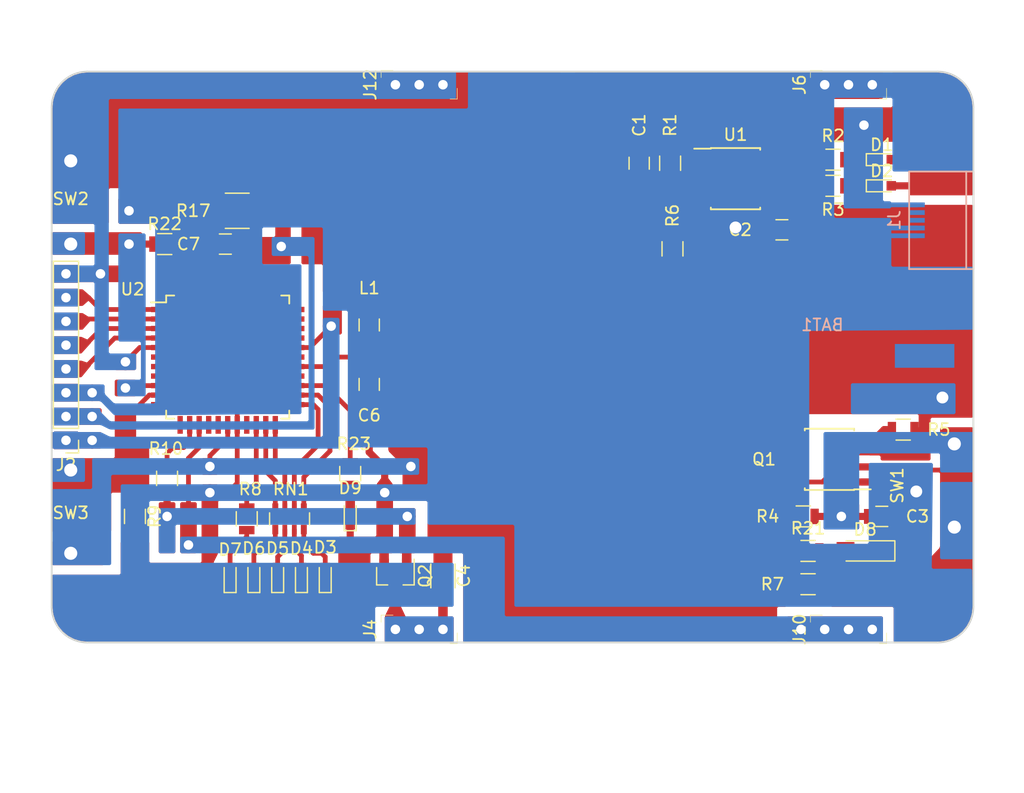
<source format=kicad_pcb>
(kicad_pcb (version 4) (host pcbnew 4.0.6)

  (general
    (links 110)
    (no_connects 0)
    (area 170.166667 42.899999 255.875 109.757143)
    (thickness 1.6)
    (drawings 13)
    (tracks 255)
    (zones 0)
    (modules 45)
    (nets 62)
  )

  (page A4)
  (layers
    (0 F.Cu signal)
    (31 B.Cu signal hide)
    (32 B.Adhes user)
    (33 F.Adhes user)
    (34 B.Paste user)
    (35 F.Paste user)
    (36 B.SilkS user)
    (37 F.SilkS user)
    (38 B.Mask user)
    (39 F.Mask user)
    (40 Dwgs.User user)
    (41 Cmts.User user)
    (42 Eco1.User user)
    (43 Eco2.User user)
    (44 Edge.Cuts user)
    (45 Margin user)
    (46 B.CrtYd user)
    (47 F.CrtYd user)
    (48 B.Fab user)
    (49 F.Fab user)
  )

  (setup
    (last_trace_width 0.4)
    (user_trace_width 0.6)
    (user_trace_width 0.8)
    (user_trace_width 1)
    (trace_clearance 0.2)
    (zone_clearance 0)
    (zone_45_only yes)
    (trace_min 0.2)
    (segment_width 0.1)
    (edge_width 0.15)
    (via_size 1.8)
    (via_drill 1)
    (via_min_size 0.4)
    (via_min_drill 0.3)
    (user_via 1.4 0.8)
    (uvia_size 0.3)
    (uvia_drill 0.1)
    (uvias_allowed no)
    (uvia_min_size 0.2)
    (uvia_min_drill 0.1)
    (pcb_text_width 0.3)
    (pcb_text_size 1.5 1.5)
    (mod_edge_width 0.15)
    (mod_text_size 1 1)
    (mod_text_width 0.15)
    (pad_size 5 6)
    (pad_drill 0)
    (pad_to_mask_clearance 0.2)
    (aux_axis_origin 0 0)
    (visible_elements FFFFFFFF)
    (pcbplotparams
      (layerselection 0x00030_ffffffff)
      (usegerberextensions false)
      (excludeedgelayer true)
      (linewidth 0.100000)
      (plotframeref false)
      (viasonmask false)
      (mode 1)
      (useauxorigin false)
      (hpglpennumber 1)
      (hpglpenspeed 20)
      (hpglpendiameter 15)
      (hpglpenoverlay 2)
      (psnegative false)
      (psa4output false)
      (plotreference true)
      (plotvalue true)
      (plotinvisibletext false)
      (padsonsilk false)
      (subtractmaskfromsilk false)
      (outputformat 4)
      (mirror false)
      (drillshape 0)
      (scaleselection 1)
      (outputdirectory out))
  )

  (net 0 "")
  (net 1 "Net-(Q1-Pad4)")
  (net 2 "Net-(Q1-Pad2)")
  (net 3 "Net-(J1-Pad3)")
  (net 4 "Net-(J1-Pad2)")
  (net 5 GND)
  (net 6 VSS)
  (net 7 +BATT)
  (net 8 PRG)
  (net 9 STDBY)
  (net 10 CHRG)
  (net 11 "Net-(C3-Pad1)")
  (net 12 VCC)
  (net 13 "Net-(D3-Pad2)")
  (net 14 "Net-(D9-Pad2)")
  (net 15 ADC0)
  (net 16 AREF)
  (net 17 SCK)
  (net 18 RESET)
  (net 19 MISO)
  (net 20 MOSI)
  (net 21 PD0)
  (net 22 PD1)
  (net 23 "Net-(D1-Pad1)")
  (net 24 "Net-(D2-Pad1)")
  (net 25 OC1A)
  (net 26 OC1B)
  (net 27 "Net-(BAT1-Pad3)")
  (net 28 "Net-(D4-Pad2)")
  (net 29 "Net-(D5-Pad2)")
  (net 30 "Net-(D6-Pad2)")
  (net 31 "Net-(D7-Pad2)")
  (net 32 PC1)
  (net 33 PC2)
  (net 34 PC4)
  (net 35 PC3)
  (net 36 PC5)
  (net 37 "Net-(D8-Pad2)")
  (net 38 PWM_1)
  (net 39 "Net-(U2-Pad7)")
  (net 40 "Net-(U2-Pad8)")
  (net 41 "Net-(U2-Pad12)")
  (net 42 "Net-(U2-Pad15)")
  (net 43 "Net-(U2-Pad16)")
  (net 44 "Net-(U2-Pad19)")
  (net 45 "Net-(U2-Pad26)")
  (net 46 "Net-(U2-Pad30)")
  (net 47 "Net-(U2-Pad31)")
  (net 48 "Net-(U2-Pad32)")
  (net 49 "Net-(U2-Pad33)")
  (net 50 "Net-(U2-Pad34)")
  (net 51 "Net-(U2-Pad35)")
  (net 52 "Net-(U2-Pad36)")
  (net 53 "Net-(U2-Pad40)")
  (net 54 "Net-(U2-Pad41)")
  (net 55 "Net-(U2-Pad42)")
  (net 56 "Net-(U2-Pad43)")
  (net 57 "Net-(U2-Pad44)")
  (net 58 AVCC)
  (net 59 "Net-(Q2-Pad1)")
  (net 60 "Net-(U2-Pad11)")
  (net 61 PC6)

  (net_class Default "This is the default net class."
    (clearance 0.2)
    (trace_width 0.4)
    (via_dia 1.8)
    (via_drill 1)
    (uvia_dia 0.3)
    (uvia_drill 0.1)
    (add_net +BATT)
    (add_net ADC0)
    (add_net AREF)
    (add_net AVCC)
    (add_net CHRG)
    (add_net GND)
    (add_net MISO)
    (add_net MOSI)
    (add_net "Net-(BAT1-Pad3)")
    (add_net "Net-(C3-Pad1)")
    (add_net "Net-(D1-Pad1)")
    (add_net "Net-(D2-Pad1)")
    (add_net "Net-(D3-Pad2)")
    (add_net "Net-(D4-Pad2)")
    (add_net "Net-(D5-Pad2)")
    (add_net "Net-(D6-Pad2)")
    (add_net "Net-(D7-Pad2)")
    (add_net "Net-(D8-Pad2)")
    (add_net "Net-(D9-Pad2)")
    (add_net "Net-(J1-Pad2)")
    (add_net "Net-(J1-Pad3)")
    (add_net "Net-(Q1-Pad2)")
    (add_net "Net-(Q1-Pad4)")
    (add_net "Net-(Q2-Pad1)")
    (add_net "Net-(U2-Pad11)")
    (add_net "Net-(U2-Pad12)")
    (add_net "Net-(U2-Pad15)")
    (add_net "Net-(U2-Pad16)")
    (add_net "Net-(U2-Pad19)")
    (add_net "Net-(U2-Pad26)")
    (add_net "Net-(U2-Pad30)")
    (add_net "Net-(U2-Pad31)")
    (add_net "Net-(U2-Pad32)")
    (add_net "Net-(U2-Pad33)")
    (add_net "Net-(U2-Pad34)")
    (add_net "Net-(U2-Pad35)")
    (add_net "Net-(U2-Pad36)")
    (add_net "Net-(U2-Pad40)")
    (add_net "Net-(U2-Pad41)")
    (add_net "Net-(U2-Pad42)")
    (add_net "Net-(U2-Pad43)")
    (add_net "Net-(U2-Pad44)")
    (add_net "Net-(U2-Pad7)")
    (add_net "Net-(U2-Pad8)")
    (add_net OC1A)
    (add_net OC1B)
    (add_net PC1)
    (add_net PC2)
    (add_net PC3)
    (add_net PC4)
    (add_net PC5)
    (add_net PC6)
    (add_net PD0)
    (add_net PD1)
    (add_net PRG)
    (add_net PWM_1)
    (add_net RESET)
    (add_net SCK)
    (add_net STDBY)
    (add_net VCC)
    (add_net VSS)
  )

  (module Resistors_SMD:R_0805 (layer F.Cu) (tedit 58C0D9A9) (tstamp 58BE5956)
    (at 237.2 86.4)
    (descr "Resistor SMD 0805, reflow soldering, Vishay (see dcrcw.pdf)")
    (tags "resistor 0805")
    (path /58BEB2A6)
    (attr smd)
    (fp_text reference R4 (at -3 0) (layer F.SilkS)
      (effects (font (size 1 1) (thickness 0.15)))
    )
    (fp_text value 100KΩ (at -4 0) (layer F.Fab)
      (effects (font (size 1 1) (thickness 0.15)))
    )
    (fp_line (start 1.55 0.9) (end -1.55 0.9) (layer F.CrtYd) (width 0.05))
    (fp_line (start 1.55 0.9) (end 1.55 -0.9) (layer F.CrtYd) (width 0.05))
    (fp_line (start -1.55 -0.9) (end -1.55 0.9) (layer F.CrtYd) (width 0.05))
    (fp_line (start -1.55 -0.9) (end 1.55 -0.9) (layer F.CrtYd) (width 0.05))
    (fp_line (start -0.6 -0.88) (end 0.6 -0.88) (layer F.SilkS) (width 0.12))
    (fp_line (start 0.6 0.88) (end -0.6 0.88) (layer F.SilkS) (width 0.12))
    (fp_line (start -1 -0.62) (end 1 -0.62) (layer F.Fab) (width 0.1))
    (fp_line (start 1 -0.62) (end 1 0.62) (layer F.Fab) (width 0.1))
    (fp_line (start 1 0.62) (end -1 0.62) (layer F.Fab) (width 0.1))
    (fp_line (start -1 0.62) (end -1 -0.62) (layer F.Fab) (width 0.1))
    (pad 2 smd rect (at 0.95 0) (size 0.7 1.3) (layers F.Cu F.Paste F.Mask)
      (net 11 "Net-(C3-Pad1)"))
    (pad 1 smd rect (at -0.95 0) (size 0.7 1.3) (layers F.Cu F.Paste F.Mask)
      (net 1 "Net-(Q1-Pad4)"))
    (model Resistors_SMD.3dshapes/R_0805.wrl
      (at (xyz 0 0 0))
      (scale (xyz 1 1 1))
      (rotate (xyz 0 0 0))
    )
  )

  (module Resistors_SMD:R_0805 (layer F.Cu) (tedit 59B3EB3B) (tstamp 58BF5031)
    (at 190.4 86.6 270)
    (descr "Resistor SMD 0805, reflow soldering, Vishay (see dcrcw.pdf)")
    (tags "resistor 0805")
    (path /58C30D07)
    (attr smd)
    (fp_text reference R8 (at -2.5 -0.3 360) (layer F.SilkS)
      (effects (font (size 1 1) (thickness 0.15)))
    )
    (fp_text value 237Ω (at 0.1 1.9 270) (layer F.Fab)
      (effects (font (size 1 1) (thickness 0.15)))
    )
    (fp_line (start 1.55 0.9) (end -1.55 0.9) (layer F.CrtYd) (width 0.05))
    (fp_line (start 1.55 0.9) (end 1.55 -0.9) (layer F.CrtYd) (width 0.05))
    (fp_line (start -1.55 -0.9) (end -1.55 0.9) (layer F.CrtYd) (width 0.05))
    (fp_line (start -1.55 -0.9) (end 1.55 -0.9) (layer F.CrtYd) (width 0.05))
    (fp_line (start -0.6 -0.88) (end 0.6 -0.88) (layer F.SilkS) (width 0.12))
    (fp_line (start 0.6 0.88) (end -0.6 0.88) (layer F.SilkS) (width 0.12))
    (fp_line (start -1 -0.62) (end 1 -0.62) (layer F.Fab) (width 0.1))
    (fp_line (start 1 -0.62) (end 1 0.62) (layer F.Fab) (width 0.1))
    (fp_line (start 1 0.62) (end -1 0.62) (layer F.Fab) (width 0.1))
    (fp_line (start -1 0.62) (end -1 -0.62) (layer F.Fab) (width 0.1))
    (pad 2 smd rect (at 0.95 0 270) (size 0.7 1.3) (layers F.Cu F.Paste F.Mask)
      (net 31 "Net-(D7-Pad2)"))
    (pad 1 smd rect (at -0.95 0 270) (size 0.7 1.3) (layers F.Cu F.Paste F.Mask)
      (net 32 PC1))
    (model Resistors_SMD.3dshapes/R_0805.wrl
      (at (xyz 0 0 0))
      (scale (xyz 1 1 1))
      (rotate (xyz 0 0 0))
    )
  )

  (module LEDs:LED_0603 (layer F.Cu) (tedit 59B3EB4E) (tstamp 58C2DD74)
    (at 197 91.5 90)
    (descr "LED 0603 smd package")
    (tags "LED led 0603 SMD smd SMT smt smdled SMDLED smtled SMTLED")
    (path /58C3001D)
    (attr smd)
    (fp_text reference D3 (at 2.5 0 180) (layer F.SilkS)
      (effects (font (size 1 1) (thickness 0.15)))
    )
    (fp_text value CHRG_IND_BRTGREEN (at -10.2 0.1 90) (layer F.Fab)
      (effects (font (size 1 1) (thickness 0.15)))
    )
    (fp_line (start -1.45 -0.65) (end 1.45 -0.65) (layer F.CrtYd) (width 0.05))
    (fp_line (start -1.45 0.65) (end -1.45 -0.65) (layer F.CrtYd) (width 0.05))
    (fp_line (start 1.45 0.65) (end -1.45 0.65) (layer F.CrtYd) (width 0.05))
    (fp_line (start 1.45 -0.65) (end 1.45 0.65) (layer F.CrtYd) (width 0.05))
    (fp_line (start -1.3 -0.5) (end 0.8 -0.5) (layer F.SilkS) (width 0.12))
    (fp_line (start -1.3 0.5) (end 0.8 0.5) (layer F.SilkS) (width 0.12))
    (fp_line (start -0.8 0.4) (end -0.8 -0.4) (layer F.Fab) (width 0.1))
    (fp_line (start -0.8 -0.4) (end 0.8 -0.4) (layer F.Fab) (width 0.1))
    (fp_line (start 0.8 -0.4) (end 0.8 0.4) (layer F.Fab) (width 0.1))
    (fp_line (start 0.8 0.4) (end -0.8 0.4) (layer F.Fab) (width 0.1))
    (fp_line (start 0.15 -0.2) (end 0.15 0.2) (layer F.Fab) (width 0.1))
    (fp_line (start 0.15 0.2) (end -0.15 0) (layer F.Fab) (width 0.1))
    (fp_line (start -0.15 0) (end 0.15 -0.2) (layer F.Fab) (width 0.1))
    (fp_line (start -0.2 -0.2) (end -0.2 0.2) (layer F.Fab) (width 0.1))
    (fp_line (start -1.3 -0.5) (end -1.3 0.5) (layer F.SilkS) (width 0.12))
    (pad 1 smd rect (at -0.8 0 270) (size 0.8 0.8) (layers F.Cu F.Paste F.Mask)
      (net 5 GND))
    (pad 2 smd rect (at 0.8 0 270) (size 0.8 0.8) (layers F.Cu F.Paste F.Mask)
      (net 13 "Net-(D3-Pad2)"))
    (model LEDs.3dshapes/LED_0603.wrl
      (at (xyz 0 0 0))
      (scale (xyz 1 1 1))
      (rotate (xyz 0 0 180))
    )
  )

  (module LEDs:LED_0603 (layer F.Cu) (tedit 59B3EB52) (tstamp 58C2DD38)
    (at 195 91.5 90)
    (descr "LED 0603 smd package")
    (tags "LED led 0603 SMD smd SMT smt smdled SMDLED smtled SMTLED")
    (path /58C2FF7D)
    (attr smd)
    (fp_text reference D4 (at 2.4 0 180) (layer F.SilkS)
      (effects (font (size 1 1) (thickness 0.15)))
    )
    (fp_text value CHRG_IND_GREEN (at -9 -0.2 90) (layer F.Fab)
      (effects (font (size 1 1) (thickness 0.15)))
    )
    (fp_line (start -1.3 -0.5) (end -1.3 0.5) (layer F.SilkS) (width 0.12))
    (fp_line (start -0.2 -0.2) (end -0.2 0.2) (layer F.Fab) (width 0.1))
    (fp_line (start -0.15 0) (end 0.15 -0.2) (layer F.Fab) (width 0.1))
    (fp_line (start 0.15 0.2) (end -0.15 0) (layer F.Fab) (width 0.1))
    (fp_line (start 0.15 -0.2) (end 0.15 0.2) (layer F.Fab) (width 0.1))
    (fp_line (start 0.8 0.4) (end -0.8 0.4) (layer F.Fab) (width 0.1))
    (fp_line (start 0.8 -0.4) (end 0.8 0.4) (layer F.Fab) (width 0.1))
    (fp_line (start -0.8 -0.4) (end 0.8 -0.4) (layer F.Fab) (width 0.1))
    (fp_line (start -0.8 0.4) (end -0.8 -0.4) (layer F.Fab) (width 0.1))
    (fp_line (start -1.3 0.5) (end 0.8 0.5) (layer F.SilkS) (width 0.12))
    (fp_line (start -1.3 -0.5) (end 0.8 -0.5) (layer F.SilkS) (width 0.12))
    (fp_line (start 1.45 -0.65) (end 1.45 0.65) (layer F.CrtYd) (width 0.05))
    (fp_line (start 1.45 0.65) (end -1.45 0.65) (layer F.CrtYd) (width 0.05))
    (fp_line (start -1.45 0.65) (end -1.45 -0.65) (layer F.CrtYd) (width 0.05))
    (fp_line (start -1.45 -0.65) (end 1.45 -0.65) (layer F.CrtYd) (width 0.05))
    (pad 2 smd rect (at 0.8 0 270) (size 0.8 0.8) (layers F.Cu F.Paste F.Mask)
      (net 28 "Net-(D4-Pad2)"))
    (pad 1 smd rect (at -0.8 0 270) (size 0.8 0.8) (layers F.Cu F.Paste F.Mask)
      (net 5 GND))
    (model LEDs.3dshapes/LED_0603.wrl
      (at (xyz 0 0 0))
      (scale (xyz 1 1 1))
      (rotate (xyz 0 0 180))
    )
  )

  (module LEDs:LED_0603 (layer F.Cu) (tedit 59B3EB56) (tstamp 58C2DCFC)
    (at 193 91.5 90)
    (descr "LED 0603 smd package")
    (tags "LED led 0603 SMD smd SMT smt smdled SMDLED smtled SMTLED")
    (path /58C2FEDD)
    (attr smd)
    (fp_text reference D5 (at 2.4 0 180) (layer F.SilkS)
      (effects (font (size 1 1) (thickness 0.15)))
    )
    (fp_text value CHRG_IND_YELLOW (at -9.3 -0.1 90) (layer F.Fab)
      (effects (font (size 1 1) (thickness 0.15)))
    )
    (fp_line (start -1.45 -0.65) (end 1.45 -0.65) (layer F.CrtYd) (width 0.05))
    (fp_line (start -1.45 0.65) (end -1.45 -0.65) (layer F.CrtYd) (width 0.05))
    (fp_line (start 1.45 0.65) (end -1.45 0.65) (layer F.CrtYd) (width 0.05))
    (fp_line (start 1.45 -0.65) (end 1.45 0.65) (layer F.CrtYd) (width 0.05))
    (fp_line (start -1.3 -0.5) (end 0.8 -0.5) (layer F.SilkS) (width 0.12))
    (fp_line (start -1.3 0.5) (end 0.8 0.5) (layer F.SilkS) (width 0.12))
    (fp_line (start -0.8 0.4) (end -0.8 -0.4) (layer F.Fab) (width 0.1))
    (fp_line (start -0.8 -0.4) (end 0.8 -0.4) (layer F.Fab) (width 0.1))
    (fp_line (start 0.8 -0.4) (end 0.8 0.4) (layer F.Fab) (width 0.1))
    (fp_line (start 0.8 0.4) (end -0.8 0.4) (layer F.Fab) (width 0.1))
    (fp_line (start 0.15 -0.2) (end 0.15 0.2) (layer F.Fab) (width 0.1))
    (fp_line (start 0.15 0.2) (end -0.15 0) (layer F.Fab) (width 0.1))
    (fp_line (start -0.15 0) (end 0.15 -0.2) (layer F.Fab) (width 0.1))
    (fp_line (start -0.2 -0.2) (end -0.2 0.2) (layer F.Fab) (width 0.1))
    (fp_line (start -1.3 -0.5) (end -1.3 0.5) (layer F.SilkS) (width 0.12))
    (pad 1 smd rect (at -0.8 0 270) (size 0.8 0.8) (layers F.Cu F.Paste F.Mask)
      (net 5 GND))
    (pad 2 smd rect (at 0.8 0 270) (size 0.8 0.8) (layers F.Cu F.Paste F.Mask)
      (net 29 "Net-(D5-Pad2)"))
    (model LEDs.3dshapes/LED_0603.wrl
      (at (xyz 0 0 0))
      (scale (xyz 1 1 1))
      (rotate (xyz 0 0 180))
    )
  )

  (module LEDs:LED_0603 (layer F.Cu) (tedit 59B3EB59) (tstamp 58C2DCC0)
    (at 191 91.5 90)
    (descr "LED 0603 smd package")
    (tags "LED led 0603 SMD smd SMT smt smdled SMDLED smtled SMTLED")
    (path /58C2FE3F)
    (attr smd)
    (fp_text reference D6 (at 2.4 0 180) (layer F.SilkS)
      (effects (font (size 1 1) (thickness 0.15)))
    )
    (fp_text value CHRG_IND_ORANGE (at -9.2 0 90) (layer F.Fab)
      (effects (font (size 1 1) (thickness 0.15)))
    )
    (fp_line (start -1.3 -0.5) (end -1.3 0.5) (layer F.SilkS) (width 0.12))
    (fp_line (start -0.2 -0.2) (end -0.2 0.2) (layer F.Fab) (width 0.1))
    (fp_line (start -0.15 0) (end 0.15 -0.2) (layer F.Fab) (width 0.1))
    (fp_line (start 0.15 0.2) (end -0.15 0) (layer F.Fab) (width 0.1))
    (fp_line (start 0.15 -0.2) (end 0.15 0.2) (layer F.Fab) (width 0.1))
    (fp_line (start 0.8 0.4) (end -0.8 0.4) (layer F.Fab) (width 0.1))
    (fp_line (start 0.8 -0.4) (end 0.8 0.4) (layer F.Fab) (width 0.1))
    (fp_line (start -0.8 -0.4) (end 0.8 -0.4) (layer F.Fab) (width 0.1))
    (fp_line (start -0.8 0.4) (end -0.8 -0.4) (layer F.Fab) (width 0.1))
    (fp_line (start -1.3 0.5) (end 0.8 0.5) (layer F.SilkS) (width 0.12))
    (fp_line (start -1.3 -0.5) (end 0.8 -0.5) (layer F.SilkS) (width 0.12))
    (fp_line (start 1.45 -0.65) (end 1.45 0.65) (layer F.CrtYd) (width 0.05))
    (fp_line (start 1.45 0.65) (end -1.45 0.65) (layer F.CrtYd) (width 0.05))
    (fp_line (start -1.45 0.65) (end -1.45 -0.65) (layer F.CrtYd) (width 0.05))
    (fp_line (start -1.45 -0.65) (end 1.45 -0.65) (layer F.CrtYd) (width 0.05))
    (pad 2 smd rect (at 0.8 0 270) (size 0.8 0.8) (layers F.Cu F.Paste F.Mask)
      (net 30 "Net-(D6-Pad2)"))
    (pad 1 smd rect (at -0.8 0 270) (size 0.8 0.8) (layers F.Cu F.Paste F.Mask)
      (net 5 GND))
    (model LEDs.3dshapes/LED_0603.wrl
      (at (xyz 0 0 0))
      (scale (xyz 1 1 1))
      (rotate (xyz 0 0 180))
    )
  )

  (module LEDs:LED_0603 (layer F.Cu) (tedit 59B3EB5D) (tstamp 58C2DC84)
    (at 189 91.5 90)
    (descr "LED 0603 smd package")
    (tags "LED led 0603 SMD smd SMT smt smdled SMDLED smtled SMTLED")
    (path /58C2F8B2)
    (attr smd)
    (fp_text reference D7 (at 2.3 0 180) (layer F.SilkS)
      (effects (font (size 1 1) (thickness 0.15)))
    )
    (fp_text value CHRG_IND_RED (at -7.5 -0.1 90) (layer F.Fab)
      (effects (font (size 1 1) (thickness 0.15)))
    )
    (fp_line (start -1.45 -0.65) (end 1.45 -0.65) (layer F.CrtYd) (width 0.05))
    (fp_line (start -1.45 0.65) (end -1.45 -0.65) (layer F.CrtYd) (width 0.05))
    (fp_line (start 1.45 0.65) (end -1.45 0.65) (layer F.CrtYd) (width 0.05))
    (fp_line (start 1.45 -0.65) (end 1.45 0.65) (layer F.CrtYd) (width 0.05))
    (fp_line (start -1.3 -0.5) (end 0.8 -0.5) (layer F.SilkS) (width 0.12))
    (fp_line (start -1.3 0.5) (end 0.8 0.5) (layer F.SilkS) (width 0.12))
    (fp_line (start -0.8 0.4) (end -0.8 -0.4) (layer F.Fab) (width 0.1))
    (fp_line (start -0.8 -0.4) (end 0.8 -0.4) (layer F.Fab) (width 0.1))
    (fp_line (start 0.8 -0.4) (end 0.8 0.4) (layer F.Fab) (width 0.1))
    (fp_line (start 0.8 0.4) (end -0.8 0.4) (layer F.Fab) (width 0.1))
    (fp_line (start 0.15 -0.2) (end 0.15 0.2) (layer F.Fab) (width 0.1))
    (fp_line (start 0.15 0.2) (end -0.15 0) (layer F.Fab) (width 0.1))
    (fp_line (start -0.15 0) (end 0.15 -0.2) (layer F.Fab) (width 0.1))
    (fp_line (start -0.2 -0.2) (end -0.2 0.2) (layer F.Fab) (width 0.1))
    (fp_line (start -1.3 -0.5) (end -1.3 0.5) (layer F.SilkS) (width 0.12))
    (pad 1 smd rect (at -0.8 0 270) (size 0.8 0.8) (layers F.Cu F.Paste F.Mask)
      (net 5 GND))
    (pad 2 smd rect (at 0.8 0 270) (size 0.8 0.8) (layers F.Cu F.Paste F.Mask)
      (net 31 "Net-(D7-Pad2)"))
    (model LEDs.3dshapes/LED_0603.wrl
      (at (xyz 0 0 0))
      (scale (xyz 1 1 1))
      (rotate (xyz 0 0 180))
    )
  )

  (module Resistors_SMD:R_Array_Convex_4x0603 (layer F.Cu) (tedit 59B3EB31) (tstamp 58C064A8)
    (at 194 86.6 270)
    (descr "Chip Resistor Network, ROHM MNR14 (see mnr_g.pdf)")
    (tags "resistor array")
    (path /58C30BE1)
    (attr smd)
    (fp_text reference RN1 (at -2.5 -0.1 360) (layer F.SilkS)
      (effects (font (size 1 1) (thickness 0.15)))
    )
    (fp_text value R_Pack_220Ω (at -2.9 -0.2 360) (layer F.Fab)
      (effects (font (size 1 1) (thickness 0.15)))
    )
    (fp_line (start 1.55 1.85) (end -1.55 1.85) (layer F.CrtYd) (width 0.05))
    (fp_line (start 1.55 1.85) (end 1.55 -1.85) (layer F.CrtYd) (width 0.05))
    (fp_line (start -1.55 -1.85) (end -1.55 1.85) (layer F.CrtYd) (width 0.05))
    (fp_line (start -1.55 -1.85) (end 1.55 -1.85) (layer F.CrtYd) (width 0.05))
    (fp_line (start 0.5 -1.68) (end -0.5 -1.68) (layer F.SilkS) (width 0.12))
    (fp_line (start 0.5 1.68) (end -0.5 1.68) (layer F.SilkS) (width 0.12))
    (fp_line (start -0.8 1.6) (end -0.8 -1.6) (layer F.Fab) (width 0.1))
    (fp_line (start 0.8 1.6) (end -0.8 1.6) (layer F.Fab) (width 0.1))
    (fp_line (start 0.8 -1.6) (end 0.8 1.6) (layer F.Fab) (width 0.1))
    (fp_line (start -0.8 -1.6) (end 0.8 -1.6) (layer F.Fab) (width 0.1))
    (fp_text user %R (at 0 -2.8 270) (layer F.Fab)
      (effects (font (size 1 1) (thickness 0.15)))
    )
    (pad 5 smd rect (at 0.9 1.2 270) (size 0.8 0.5) (layers F.Cu F.Paste F.Mask)
      (net 30 "Net-(D6-Pad2)"))
    (pad 6 smd rect (at 0.9 0.4 270) (size 0.8 0.4) (layers F.Cu F.Paste F.Mask)
      (net 29 "Net-(D5-Pad2)"))
    (pad 8 smd rect (at 0.9 -1.2 270) (size 0.8 0.5) (layers F.Cu F.Paste F.Mask)
      (net 13 "Net-(D3-Pad2)"))
    (pad 7 smd rect (at 0.9 -0.4 270) (size 0.8 0.4) (layers F.Cu F.Paste F.Mask)
      (net 28 "Net-(D4-Pad2)"))
    (pad 4 smd rect (at -0.9 1.2 270) (size 0.8 0.5) (layers F.Cu F.Paste F.Mask)
      (net 33 PC2))
    (pad 2 smd rect (at -0.9 -0.4 270) (size 0.8 0.4) (layers F.Cu F.Paste F.Mask)
      (net 34 PC4))
    (pad 3 smd rect (at -0.9 0.4 270) (size 0.8 0.4) (layers F.Cu F.Paste F.Mask)
      (net 35 PC3))
    (pad 1 smd rect (at -0.9 -1.2 270) (size 0.8 0.5) (layers F.Cu F.Paste F.Mask)
      (net 36 PC5))
    (model Resistors_SMD.3dshapes/R_Array_Convex_4x0603.wrl
      (at (xyz 0 0 0))
      (scale (xyz 1 1 1))
      (rotate (xyz 0 0 0))
    )
  )

  (module LEDs:LED_1206 (layer F.Cu) (tedit 59B9C7B6) (tstamp 58BFD18B)
    (at 242.4 89.3 180)
    (descr "LED 1206 smd package")
    (tags "LED led 1206 SMD smd SMT smt smdled SMDLED smtled SMTLED")
    (path /58C05091)
    (attr smd)
    (fp_text reference D8 (at 0 1.8 180) (layer F.SilkS)
      (effects (font (size 1 1) (thickness 0.15)))
    )
    (fp_text value PWRLED_GRN (at -8.4 -0.1 180) (layer F.Fab)
      (effects (font (size 1 1) (thickness 0.15)))
    )
    (fp_line (start -2.65 -1) (end 2.65 -1) (layer F.CrtYd) (width 0.05))
    (fp_line (start -2.65 1) (end -2.65 -1) (layer F.CrtYd) (width 0.05))
    (fp_line (start 2.65 1) (end -2.65 1) (layer F.CrtYd) (width 0.05))
    (fp_line (start 2.65 -1) (end 2.65 1) (layer F.CrtYd) (width 0.05))
    (fp_line (start -2.45 -0.85) (end 1.6 -0.85) (layer F.SilkS) (width 0.12))
    (fp_line (start -2.45 0.85) (end 1.6 0.85) (layer F.SilkS) (width 0.12))
    (fp_line (start -1.6 0.8) (end -1.6 -0.8) (layer F.Fab) (width 0.1))
    (fp_line (start -1.6 -0.8) (end 1.6 -0.8) (layer F.Fab) (width 0.1))
    (fp_line (start 1.6 -0.8) (end 1.6 0.8) (layer F.Fab) (width 0.1))
    (fp_line (start 1.6 0.8) (end -1.6 0.8) (layer F.Fab) (width 0.1))
    (fp_line (start 0.2 -0.4) (end 0.2 0.4) (layer F.Fab) (width 0.1))
    (fp_line (start 0.2 0.4) (end -0.4 0) (layer F.Fab) (width 0.1))
    (fp_line (start -0.4 0) (end 0.2 -0.4) (layer F.Fab) (width 0.1))
    (fp_line (start -0.45 -0.4) (end -0.45 0.4) (layer F.Fab) (width 0.1))
    (fp_line (start -2.5 -0.85) (end -2.5 0.85) (layer F.SilkS) (width 0.12))
    (pad 1 smd rect (at -1.65 0) (size 1.5 1.5) (layers F.Cu F.Paste F.Mask)
      (net 5 GND))
    (pad 2 smd rect (at 1.65 0) (size 1.5 1.5) (layers F.Cu F.Paste F.Mask)
      (net 37 "Net-(D8-Pad2)"))
    (model LEDs.3dshapes/LED_1206.wrl
      (at (xyz 0 0 0))
      (scale (xyz 1 1 1))
      (rotate (xyz 0 0 180))
    )
  )

  (module Capacitors_SMD:C_0805 (layer F.Cu) (tedit 58F36C35) (tstamp 58BF542B)
    (at 223.4 56.7 90)
    (descr "Capacitor SMD 0805, reflow soldering, AVX (see smccp.pdf)")
    (tags "capacitor 0805")
    (path /58BE9448)
    (attr smd)
    (fp_text reference C1 (at 3.2 0 90) (layer F.SilkS)
      (effects (font (size 1 1) (thickness 0.15)))
    )
    (fp_text value 10µF (at 4.3 -0.1 90) (layer F.Fab)
      (effects (font (size 1 1) (thickness 0.15)))
    )
    (fp_line (start -1 0.62) (end -1 -0.62) (layer F.Fab) (width 0.1))
    (fp_line (start 1 0.62) (end -1 0.62) (layer F.Fab) (width 0.1))
    (fp_line (start 1 -0.62) (end 1 0.62) (layer F.Fab) (width 0.1))
    (fp_line (start -1 -0.62) (end 1 -0.62) (layer F.Fab) (width 0.1))
    (fp_line (start 0.5 -0.85) (end -0.5 -0.85) (layer F.SilkS) (width 0.12))
    (fp_line (start -0.5 0.85) (end 0.5 0.85) (layer F.SilkS) (width 0.12))
    (fp_line (start -1.75 -0.88) (end 1.75 -0.88) (layer F.CrtYd) (width 0.05))
    (fp_line (start -1.75 -0.88) (end -1.75 0.87) (layer F.CrtYd) (width 0.05))
    (fp_line (start 1.75 0.87) (end 1.75 -0.88) (layer F.CrtYd) (width 0.05))
    (fp_line (start 1.75 0.87) (end -1.75 0.87) (layer F.CrtYd) (width 0.05))
    (pad 1 smd rect (at -1 0 90) (size 1 1.25) (layers F.Cu F.Paste F.Mask)
      (net 6 VSS))
    (pad 2 smd rect (at 1 0 90) (size 1 1.25) (layers F.Cu F.Paste F.Mask)
      (net 5 GND))
    (model Capacitors_SMD.3dshapes/C_0805.wrl
      (at (xyz 0 0 0))
      (scale (xyz 1 1 1))
      (rotate (xyz 0 0 0))
    )
  )

  (module Capacitors_SMD:C_0805 (layer F.Cu) (tedit 58C0D9B7) (tstamp 58BF53FA)
    (at 235.4 62.3 180)
    (descr "Capacitor SMD 0805, reflow soldering, AVX (see smccp.pdf)")
    (tags "capacitor 0805")
    (path /58BE960D)
    (attr smd)
    (fp_text reference C2 (at 3.5 0 180) (layer F.SilkS)
      (effects (font (size 1 1) (thickness 0.15)))
    )
    (fp_text value 10µF (at -3.8 0 180) (layer F.Fab)
      (effects (font (size 1 1) (thickness 0.15)))
    )
    (fp_line (start 1.75 0.87) (end -1.75 0.87) (layer F.CrtYd) (width 0.05))
    (fp_line (start 1.75 0.87) (end 1.75 -0.88) (layer F.CrtYd) (width 0.05))
    (fp_line (start -1.75 -0.88) (end -1.75 0.87) (layer F.CrtYd) (width 0.05))
    (fp_line (start -1.75 -0.88) (end 1.75 -0.88) (layer F.CrtYd) (width 0.05))
    (fp_line (start -0.5 0.85) (end 0.5 0.85) (layer F.SilkS) (width 0.12))
    (fp_line (start 0.5 -0.85) (end -0.5 -0.85) (layer F.SilkS) (width 0.12))
    (fp_line (start -1 -0.62) (end 1 -0.62) (layer F.Fab) (width 0.1))
    (fp_line (start 1 -0.62) (end 1 0.62) (layer F.Fab) (width 0.1))
    (fp_line (start 1 0.62) (end -1 0.62) (layer F.Fab) (width 0.1))
    (fp_line (start -1 0.62) (end -1 -0.62) (layer F.Fab) (width 0.1))
    (pad 2 smd rect (at 1 0 180) (size 1 1.25) (layers F.Cu F.Paste F.Mask)
      (net 5 GND))
    (pad 1 smd rect (at -1 0 180) (size 1 1.25) (layers F.Cu F.Paste F.Mask)
      (net 7 +BATT))
    (model Capacitors_SMD.3dshapes/C_0805.wrl
      (at (xyz 0 0 0))
      (scale (xyz 1 1 1))
      (rotate (xyz 0 0 0))
    )
  )

  (module Capacitors_SMD:C_0805 (layer F.Cu) (tedit 59B9C7C8) (tstamp 58BF53C9)
    (at 243.8 86.4)
    (descr "Capacitor SMD 0805, reflow soldering, AVX (see smccp.pdf)")
    (tags "capacitor 0805")
    (path /58BEB40C)
    (attr smd)
    (fp_text reference C3 (at 3 0) (layer F.SilkS)
      (effects (font (size 1 1) (thickness 0.15)))
    )
    (fp_text value 1µF (at 3.2 0) (layer F.Fab)
      (effects (font (size 1 1) (thickness 0.15)))
    )
    (fp_line (start -1 0.62) (end -1 -0.62) (layer F.Fab) (width 0.1))
    (fp_line (start 1 0.62) (end -1 0.62) (layer F.Fab) (width 0.1))
    (fp_line (start 1 -0.62) (end 1 0.62) (layer F.Fab) (width 0.1))
    (fp_line (start -1 -0.62) (end 1 -0.62) (layer F.Fab) (width 0.1))
    (fp_line (start 0.5 -0.85) (end -0.5 -0.85) (layer F.SilkS) (width 0.12))
    (fp_line (start -0.5 0.85) (end 0.5 0.85) (layer F.SilkS) (width 0.12))
    (fp_line (start -1.75 -0.88) (end 1.75 -0.88) (layer F.CrtYd) (width 0.05))
    (fp_line (start -1.75 -0.88) (end -1.75 0.87) (layer F.CrtYd) (width 0.05))
    (fp_line (start 1.75 0.87) (end 1.75 -0.88) (layer F.CrtYd) (width 0.05))
    (fp_line (start 1.75 0.87) (end -1.75 0.87) (layer F.CrtYd) (width 0.05))
    (pad 1 smd rect (at -1 0) (size 1 1.25) (layers F.Cu F.Paste F.Mask)
      (net 11 "Net-(C3-Pad1)"))
    (pad 2 smd rect (at 1 0) (size 1 1.25) (layers F.Cu F.Paste F.Mask)
      (net 5 GND))
    (model Capacitors_SMD.3dshapes/C_0805.wrl
      (at (xyz 0 0 0))
      (scale (xyz 1 1 1))
      (rotate (xyz 0 0 0))
    )
  )

  (module Capacitors_SMD:C_0805 (layer F.Cu) (tedit 59B9C764) (tstamp 58BF5305)
    (at 188.6 63.5 180)
    (descr "Capacitor SMD 0805, reflow soldering, AVX (see smccp.pdf)")
    (tags "capacitor 0805")
    (path /58BFED20)
    (attr smd)
    (fp_text reference C7 (at 3.1 0 180) (layer F.SilkS)
      (effects (font (size 1 1) (thickness 0.15)))
    )
    (fp_text value 100nF_decoupling (at -8.6 0 180) (layer F.Fab)
      (effects (font (size 1 1) (thickness 0.15)))
    )
    (fp_line (start -1 0.62) (end -1 -0.62) (layer F.Fab) (width 0.1))
    (fp_line (start 1 0.62) (end -1 0.62) (layer F.Fab) (width 0.1))
    (fp_line (start 1 -0.62) (end 1 0.62) (layer F.Fab) (width 0.1))
    (fp_line (start -1 -0.62) (end 1 -0.62) (layer F.Fab) (width 0.1))
    (fp_line (start 0.5 -0.85) (end -0.5 -0.85) (layer F.SilkS) (width 0.12))
    (fp_line (start -0.5 0.85) (end 0.5 0.85) (layer F.SilkS) (width 0.12))
    (fp_line (start -1.75 -0.88) (end 1.75 -0.88) (layer F.CrtYd) (width 0.05))
    (fp_line (start -1.75 -0.88) (end -1.75 0.87) (layer F.CrtYd) (width 0.05))
    (fp_line (start 1.75 0.87) (end 1.75 -0.88) (layer F.CrtYd) (width 0.05))
    (fp_line (start 1.75 0.87) (end -1.75 0.87) (layer F.CrtYd) (width 0.05))
    (pad 1 smd rect (at -1 0 180) (size 1 1.25) (layers F.Cu F.Paste F.Mask)
      (net 12 VCC))
    (pad 2 smd rect (at 1 0 180) (size 1 1.25) (layers F.Cu F.Paste F.Mask)
      (net 5 GND))
    (model Capacitors_SMD.3dshapes/C_0805.wrl
      (at (xyz 0 0 0))
      (scale (xyz 1 1 1))
      (rotate (xyz 0 0 0))
    )
  )

  (module Housings_SOIC:SOIC-8-1EP_3.9x4.9mm_Pitch1.27mm (layer F.Cu) (tedit 59B9C78D) (tstamp 58BF5161)
    (at 231.5 58)
    (descr "8-Lead Thermally Enhanced Plastic Small Outline (SE) - Narrow, 3.90 mm Body [SOIC] (see Microchip Packaging Specification 00000049BS.pdf)")
    (tags "SOIC 1.27")
    (path /58BE5B5A)
    (attr smd)
    (fp_text reference U1 (at 0 -3.7) (layer F.SilkS)
      (effects (font (size 1 1) (thickness 0.15)))
    )
    (fp_text value TP4056 (at 0.1 -4) (layer F.Fab)
      (effects (font (size 1 1) (thickness 0.15)))
    )
    (fp_line (start -2.075 -2.525) (end -3.475 -2.525) (layer F.SilkS) (width 0.15))
    (fp_line (start -2.075 2.575) (end 2.075 2.575) (layer F.SilkS) (width 0.15))
    (fp_line (start -2.075 -2.575) (end 2.075 -2.575) (layer F.SilkS) (width 0.15))
    (fp_line (start -2.075 2.575) (end -2.075 2.43) (layer F.SilkS) (width 0.15))
    (fp_line (start 2.075 2.575) (end 2.075 2.43) (layer F.SilkS) (width 0.15))
    (fp_line (start 2.075 -2.575) (end 2.075 -2.43) (layer F.SilkS) (width 0.15))
    (fp_line (start -2.075 -2.575) (end -2.075 -2.525) (layer F.SilkS) (width 0.15))
    (fp_line (start -3.75 2.75) (end 3.75 2.75) (layer F.CrtYd) (width 0.05))
    (fp_line (start -3.75 -2.75) (end 3.75 -2.75) (layer F.CrtYd) (width 0.05))
    (fp_line (start 3.75 -2.75) (end 3.75 2.75) (layer F.CrtYd) (width 0.05))
    (fp_line (start -3.75 -2.75) (end -3.75 2.75) (layer F.CrtYd) (width 0.05))
    (fp_line (start -1.95 -1.45) (end -0.95 -2.45) (layer F.Fab) (width 0.15))
    (fp_line (start -1.95 2.45) (end -1.95 -1.45) (layer F.Fab) (width 0.15))
    (fp_line (start 1.95 2.45) (end -1.95 2.45) (layer F.Fab) (width 0.15))
    (fp_line (start 1.95 -2.45) (end 1.95 2.45) (layer F.Fab) (width 0.15))
    (fp_line (start -0.95 -2.45) (end 1.95 -2.45) (layer F.Fab) (width 0.15))
    (pad 9 smd rect (at -0.5875 -0.5875) (size 1.175 1.175) (layers F.Cu F.Paste F.Mask)
      (net 5 GND) (solder_paste_margin_ratio -0.2))
    (pad 9 smd rect (at -0.5875 0.5875) (size 1.175 1.175) (layers F.Cu F.Paste F.Mask)
      (net 5 GND) (solder_paste_margin_ratio -0.2))
    (pad 9 smd rect (at 0.5875 -0.5875) (size 1.175 1.175) (layers F.Cu F.Paste F.Mask)
      (net 5 GND) (solder_paste_margin_ratio -0.2))
    (pad 9 smd rect (at 0.5875 0.5875) (size 1.175 1.175) (layers F.Cu F.Paste F.Mask)
      (net 5 GND) (solder_paste_margin_ratio -0.2))
    (pad 8 smd rect (at 2.7 -1.905) (size 1.55 0.6) (layers F.Cu F.Paste F.Mask)
      (net 6 VSS))
    (pad 7 smd rect (at 2.7 -0.635) (size 1.55 0.6) (layers F.Cu F.Paste F.Mask)
      (net 10 CHRG))
    (pad 6 smd rect (at 2.7 0.635) (size 1.55 0.6) (layers F.Cu F.Paste F.Mask)
      (net 9 STDBY))
    (pad 5 smd rect (at 2.7 1.905) (size 1.55 0.6) (layers F.Cu F.Paste F.Mask)
      (net 7 +BATT))
    (pad 4 smd rect (at -2.7 1.905) (size 1.55 0.6) (layers F.Cu F.Paste F.Mask)
      (net 6 VSS))
    (pad 3 smd rect (at -2.7 0.635) (size 1.55 0.6) (layers F.Cu F.Paste F.Mask)
      (net 5 GND))
    (pad 2 smd rect (at -2.7 -0.635) (size 1.55 0.6) (layers F.Cu F.Paste F.Mask)
      (net 8 PRG))
    (pad 1 smd rect (at -2.7 -1.905) (size 1.55 0.6) (layers F.Cu F.Paste F.Mask)
      (net 5 GND))
    (model Housings_SOIC.3dshapes/SOIC-8-1EP_3.9x4.9mm_Pitch1.27mm.wrl
      (at (xyz 0 0 0))
      (scale (xyz 1 1 1))
      (rotate (xyz 0 0 0))
    )
  )

  (module Resistors_SMD:R_0805 (layer F.Cu) (tedit 58F36C16) (tstamp 58BF5062)
    (at 237.6 89.3 180)
    (descr "Resistor SMD 0805, reflow soldering, Vishay (see dcrcw.pdf)")
    (tags "resistor 0805")
    (path /58C05097)
    (attr smd)
    (fp_text reference R21 (at 0 1.9 180) (layer F.SilkS)
      (effects (font (size 1 1) (thickness 0.15)))
    )
    (fp_text value 237Ω (at 4.1 -0.1 180) (layer F.Fab)
      (effects (font (size 1 1) (thickness 0.15)))
    )
    (fp_line (start -1 0.62) (end -1 -0.62) (layer F.Fab) (width 0.1))
    (fp_line (start 1 0.62) (end -1 0.62) (layer F.Fab) (width 0.1))
    (fp_line (start 1 -0.62) (end 1 0.62) (layer F.Fab) (width 0.1))
    (fp_line (start -1 -0.62) (end 1 -0.62) (layer F.Fab) (width 0.1))
    (fp_line (start 0.6 0.88) (end -0.6 0.88) (layer F.SilkS) (width 0.12))
    (fp_line (start -0.6 -0.88) (end 0.6 -0.88) (layer F.SilkS) (width 0.12))
    (fp_line (start -1.55 -0.9) (end 1.55 -0.9) (layer F.CrtYd) (width 0.05))
    (fp_line (start -1.55 -0.9) (end -1.55 0.9) (layer F.CrtYd) (width 0.05))
    (fp_line (start 1.55 0.9) (end 1.55 -0.9) (layer F.CrtYd) (width 0.05))
    (fp_line (start 1.55 0.9) (end -1.55 0.9) (layer F.CrtYd) (width 0.05))
    (pad 1 smd rect (at -0.95 0 180) (size 0.7 1.3) (layers F.Cu F.Paste F.Mask)
      (net 37 "Net-(D8-Pad2)"))
    (pad 2 smd rect (at 0.95 0 180) (size 0.7 1.3) (layers F.Cu F.Paste F.Mask)
      (net 12 VCC))
    (model Resistors_SMD.3dshapes/R_0805.wrl
      (at (xyz 0 0 0))
      (scale (xyz 1 1 1))
      (rotate (xyz 0 0 0))
    )
  )

  (module Resistors_SMD:R_0805 (layer F.Cu) (tedit 59B9C7BD) (tstamp 58BF5000)
    (at 245.6 79.1 180)
    (descr "Resistor SMD 0805, reflow soldering, Vishay (see dcrcw.pdf)")
    (tags "resistor 0805")
    (path /58BEB112)
    (attr smd)
    (fp_text reference R5 (at -3 0 180) (layer F.SilkS)
      (effects (font (size 1 1) (thickness 0.15)))
    )
    (fp_text value 10KΩ (at 3.9 1.2 180) (layer F.Fab)
      (effects (font (size 1 1) (thickness 0.15)))
    )
    (fp_line (start -1 0.62) (end -1 -0.62) (layer F.Fab) (width 0.1))
    (fp_line (start 1 0.62) (end -1 0.62) (layer F.Fab) (width 0.1))
    (fp_line (start 1 -0.62) (end 1 0.62) (layer F.Fab) (width 0.1))
    (fp_line (start -1 -0.62) (end 1 -0.62) (layer F.Fab) (width 0.1))
    (fp_line (start 0.6 0.88) (end -0.6 0.88) (layer F.SilkS) (width 0.12))
    (fp_line (start -0.6 -0.88) (end 0.6 -0.88) (layer F.SilkS) (width 0.12))
    (fp_line (start -1.55 -0.9) (end 1.55 -0.9) (layer F.CrtYd) (width 0.05))
    (fp_line (start -1.55 -0.9) (end -1.55 0.9) (layer F.CrtYd) (width 0.05))
    (fp_line (start 1.55 0.9) (end 1.55 -0.9) (layer F.CrtYd) (width 0.05))
    (fp_line (start 1.55 0.9) (end -1.55 0.9) (layer F.CrtYd) (width 0.05))
    (pad 1 smd rect (at -0.95 0 180) (size 0.7 1.3) (layers F.Cu F.Paste F.Mask)
      (net 7 +BATT))
    (pad 2 smd rect (at 0.95 0 180) (size 0.7 1.3) (layers F.Cu F.Paste F.Mask)
      (net 1 "Net-(Q1-Pad4)"))
    (model Resistors_SMD.3dshapes/R_0805.wrl
      (at (xyz 0 0 0))
      (scale (xyz 1 1 1))
      (rotate (xyz 0 0 0))
    )
  )

  (module Resistors_SMD:R_0805 (layer F.Cu) (tedit 59B9C751) (tstamp 58BF4E78)
    (at 183.5 63.5)
    (descr "Resistor SMD 0805, reflow soldering, Vishay (see dcrcw.pdf)")
    (tags "resistor 0805")
    (path /58C0160A)
    (attr smd)
    (fp_text reference R22 (at 0 -1.7) (layer F.SilkS)
      (effects (font (size 1 1) (thickness 0.15)))
    )
    (fp_text value 10KΩ (at 0.1 -1.7) (layer F.Fab)
      (effects (font (size 1 1) (thickness 0.15)))
    )
    (fp_line (start -1 0.62) (end -1 -0.62) (layer F.Fab) (width 0.1))
    (fp_line (start 1 0.62) (end -1 0.62) (layer F.Fab) (width 0.1))
    (fp_line (start 1 -0.62) (end 1 0.62) (layer F.Fab) (width 0.1))
    (fp_line (start -1 -0.62) (end 1 -0.62) (layer F.Fab) (width 0.1))
    (fp_line (start 0.6 0.88) (end -0.6 0.88) (layer F.SilkS) (width 0.12))
    (fp_line (start -0.6 -0.88) (end 0.6 -0.88) (layer F.SilkS) (width 0.12))
    (fp_line (start -1.55 -0.9) (end 1.55 -0.9) (layer F.CrtYd) (width 0.05))
    (fp_line (start -1.55 -0.9) (end -1.55 0.9) (layer F.CrtYd) (width 0.05))
    (fp_line (start 1.55 0.9) (end 1.55 -0.9) (layer F.CrtYd) (width 0.05))
    (fp_line (start 1.55 0.9) (end -1.55 0.9) (layer F.CrtYd) (width 0.05))
    (pad 1 smd rect (at -0.95 0) (size 0.7 1.3) (layers F.Cu F.Paste F.Mask)
      (net 21 PD0))
    (pad 2 smd rect (at 0.95 0) (size 0.7 1.3) (layers F.Cu F.Paste F.Mask)
      (net 5 GND))
    (model Resistors_SMD.3dshapes/R_0805.wrl
      (at (xyz 0 0 0))
      (scale (xyz 1 1 1))
      (rotate (xyz 0 0 0))
    )
  )

  (module Resistors_SMD:R_0805 (layer F.Cu) (tedit 58F36C12) (tstamp 58BF4E16)
    (at 237.6 92.1 180)
    (descr "Resistor SMD 0805, reflow soldering, Vishay (see dcrcw.pdf)")
    (tags "resistor 0805")
    (path /58BEBF54)
    (attr smd)
    (fp_text reference R7 (at 3 0 180) (layer F.SilkS)
      (effects (font (size 1 1) (thickness 0.15)))
    )
    (fp_text value 10KΩ (at 4.7 0.1 180) (layer F.Fab)
      (effects (font (size 1 1) (thickness 0.15)))
    )
    (fp_line (start -1 0.62) (end -1 -0.62) (layer F.Fab) (width 0.1))
    (fp_line (start 1 0.62) (end -1 0.62) (layer F.Fab) (width 0.1))
    (fp_line (start 1 -0.62) (end 1 0.62) (layer F.Fab) (width 0.1))
    (fp_line (start -1 -0.62) (end 1 -0.62) (layer F.Fab) (width 0.1))
    (fp_line (start 0.6 0.88) (end -0.6 0.88) (layer F.SilkS) (width 0.12))
    (fp_line (start -0.6 -0.88) (end 0.6 -0.88) (layer F.SilkS) (width 0.12))
    (fp_line (start -1.55 -0.9) (end 1.55 -0.9) (layer F.CrtYd) (width 0.05))
    (fp_line (start -1.55 -0.9) (end -1.55 0.9) (layer F.CrtYd) (width 0.05))
    (fp_line (start 1.55 0.9) (end 1.55 -0.9) (layer F.CrtYd) (width 0.05))
    (fp_line (start 1.55 0.9) (end -1.55 0.9) (layer F.CrtYd) (width 0.05))
    (pad 1 smd rect (at -0.95 0 180) (size 0.7 1.3) (layers F.Cu F.Paste F.Mask)
      (net 2 "Net-(Q1-Pad2)"))
    (pad 2 smd rect (at 0.95 0 180) (size 0.7 1.3) (layers F.Cu F.Paste F.Mask)
      (net 12 VCC))
    (model Resistors_SMD.3dshapes/R_0805.wrl
      (at (xyz 0 0 0))
      (scale (xyz 1 1 1))
      (rotate (xyz 0 0 0))
    )
  )

  (module Resistors_SMD:R_0805 (layer F.Cu) (tedit 59B9C789) (tstamp 58BF4DE5)
    (at 226.2 63.9 90)
    (descr "Resistor SMD 0805, reflow soldering, Vishay (see dcrcw.pdf)")
    (tags "resistor 0805")
    (path /58BEA6FD)
    (attr smd)
    (fp_text reference R6 (at 2.8 0 90) (layer F.SilkS)
      (effects (font (size 1 1) (thickness 0.15)))
    )
    (fp_text value 100KΩ (at 0 -3.8 180) (layer F.Fab)
      (effects (font (size 1 1) (thickness 0.15)))
    )
    (fp_line (start 1.55 0.9) (end -1.55 0.9) (layer F.CrtYd) (width 0.05))
    (fp_line (start 1.55 0.9) (end 1.55 -0.9) (layer F.CrtYd) (width 0.05))
    (fp_line (start -1.55 -0.9) (end -1.55 0.9) (layer F.CrtYd) (width 0.05))
    (fp_line (start -1.55 -0.9) (end 1.55 -0.9) (layer F.CrtYd) (width 0.05))
    (fp_line (start -0.6 -0.88) (end 0.6 -0.88) (layer F.SilkS) (width 0.12))
    (fp_line (start 0.6 0.88) (end -0.6 0.88) (layer F.SilkS) (width 0.12))
    (fp_line (start -1 -0.62) (end 1 -0.62) (layer F.Fab) (width 0.1))
    (fp_line (start 1 -0.62) (end 1 0.62) (layer F.Fab) (width 0.1))
    (fp_line (start 1 0.62) (end -1 0.62) (layer F.Fab) (width 0.1))
    (fp_line (start -1 0.62) (end -1 -0.62) (layer F.Fab) (width 0.1))
    (pad 2 smd rect (at 0.95 0 90) (size 0.7 1.3) (layers F.Cu F.Paste F.Mask)
      (net 5 GND))
    (pad 1 smd rect (at -0.95 0 90) (size 0.7 1.3) (layers F.Cu F.Paste F.Mask)
      (net 12 VCC))
    (model Resistors_SMD.3dshapes/R_0805.wrl
      (at (xyz 0 0 0))
      (scale (xyz 1 1 1))
      (rotate (xyz 0 0 0))
    )
  )

  (module Resistors_SMD:R_0805 (layer F.Cu) (tedit 59B9C791) (tstamp 58BF4D5A)
    (at 226 56.7 270)
    (descr "Resistor SMD 0805, reflow soldering, Vishay (see dcrcw.pdf)")
    (tags "resistor 0805")
    (path /58BE7436)
    (attr smd)
    (fp_text reference R1 (at -3.2 0 270) (layer F.SilkS)
      (effects (font (size 1 1) (thickness 0.15)))
    )
    (fp_text value 1.2KΩ (at -4.1 0 270) (layer F.Fab)
      (effects (font (size 1 1) (thickness 0.15)))
    )
    (fp_line (start 1.55 0.9) (end -1.55 0.9) (layer F.CrtYd) (width 0.05))
    (fp_line (start 1.55 0.9) (end 1.55 -0.9) (layer F.CrtYd) (width 0.05))
    (fp_line (start -1.55 -0.9) (end -1.55 0.9) (layer F.CrtYd) (width 0.05))
    (fp_line (start -1.55 -0.9) (end 1.55 -0.9) (layer F.CrtYd) (width 0.05))
    (fp_line (start -0.6 -0.88) (end 0.6 -0.88) (layer F.SilkS) (width 0.12))
    (fp_line (start 0.6 0.88) (end -0.6 0.88) (layer F.SilkS) (width 0.12))
    (fp_line (start -1 -0.62) (end 1 -0.62) (layer F.Fab) (width 0.1))
    (fp_line (start 1 -0.62) (end 1 0.62) (layer F.Fab) (width 0.1))
    (fp_line (start 1 0.62) (end -1 0.62) (layer F.Fab) (width 0.1))
    (fp_line (start -1 0.62) (end -1 -0.62) (layer F.Fab) (width 0.1))
    (pad 2 smd rect (at 0.95 0 270) (size 0.7 1.3) (layers F.Cu F.Paste F.Mask)
      (net 8 PRG))
    (pad 1 smd rect (at -0.95 0 270) (size 0.7 1.3) (layers F.Cu F.Paste F.Mask)
      (net 5 GND))
    (model Resistors_SMD.3dshapes/R_0805.wrl
      (at (xyz 0 0 0))
      (scale (xyz 1 1 1))
      (rotate (xyz 0 0 0))
    )
  )

  (module Resistors_SMD:R_0805 (layer F.Cu) (tedit 59B9C738) (tstamp 58BF4D29)
    (at 199.1 82.8 90)
    (descr "Resistor SMD 0805, reflow soldering, Vishay (see dcrcw.pdf)")
    (tags "resistor 0805")
    (path /58BFF6FF)
    (attr smd)
    (fp_text reference R23 (at 2.5 0.3 180) (layer F.SilkS)
      (effects (font (size 1 1) (thickness 0.15)))
    )
    (fp_text value 237Ω (at 0 3.2 180) (layer F.Fab)
      (effects (font (size 1 1) (thickness 0.15)))
    )
    (fp_line (start -1 0.62) (end -1 -0.62) (layer F.Fab) (width 0.1))
    (fp_line (start 1 0.62) (end -1 0.62) (layer F.Fab) (width 0.1))
    (fp_line (start 1 -0.62) (end 1 0.62) (layer F.Fab) (width 0.1))
    (fp_line (start -1 -0.62) (end 1 -0.62) (layer F.Fab) (width 0.1))
    (fp_line (start 0.6 0.88) (end -0.6 0.88) (layer F.SilkS) (width 0.12))
    (fp_line (start -0.6 -0.88) (end 0.6 -0.88) (layer F.SilkS) (width 0.12))
    (fp_line (start -1.55 -0.9) (end 1.55 -0.9) (layer F.CrtYd) (width 0.05))
    (fp_line (start -1.55 -0.9) (end -1.55 0.9) (layer F.CrtYd) (width 0.05))
    (fp_line (start 1.55 0.9) (end 1.55 -0.9) (layer F.CrtYd) (width 0.05))
    (fp_line (start 1.55 0.9) (end -1.55 0.9) (layer F.CrtYd) (width 0.05))
    (pad 1 smd rect (at -0.95 0 90) (size 0.7 1.3) (layers F.Cu F.Paste F.Mask)
      (net 14 "Net-(D9-Pad2)"))
    (pad 2 smd rect (at 0.95 0 90) (size 0.7 1.3) (layers F.Cu F.Paste F.Mask)
      (net 61 PC6))
    (model Resistors_SMD.3dshapes/R_0805.wrl
      (at (xyz 0 0 0))
      (scale (xyz 1 1 1))
      (rotate (xyz 0 0 0))
    )
  )

  (module Resistors_SMD:R_1210 (layer F.Cu) (tedit 59B9C748) (tstamp 58BF4C34)
    (at 189.6 60.7)
    (descr "Resistor SMD 1210, reflow soldering, Vishay (see dcrcw.pdf)")
    (tags "resistor 1210")
    (path /58C066B4)
    (attr smd)
    (fp_text reference R17 (at -3.7 0) (layer F.SilkS)
      (effects (font (size 1 1) (thickness 0.15)))
    )
    (fp_text value 15KΩ (at 5 -0.1) (layer F.Fab)
      (effects (font (size 1 1) (thickness 0.15)))
    )
    (fp_line (start 2.15 1.5) (end -2.15 1.5) (layer F.CrtYd) (width 0.05))
    (fp_line (start 2.15 1.5) (end 2.15 -1.5) (layer F.CrtYd) (width 0.05))
    (fp_line (start -2.15 -1.5) (end -2.15 1.5) (layer F.CrtYd) (width 0.05))
    (fp_line (start -2.15 -1.5) (end 2.15 -1.5) (layer F.CrtYd) (width 0.05))
    (fp_line (start -1 -1.48) (end 1 -1.48) (layer F.SilkS) (width 0.12))
    (fp_line (start 1 1.48) (end -1 1.48) (layer F.SilkS) (width 0.12))
    (fp_line (start -1.6 -1.25) (end 1.6 -1.25) (layer F.Fab) (width 0.1))
    (fp_line (start 1.6 -1.25) (end 1.6 1.25) (layer F.Fab) (width 0.1))
    (fp_line (start 1.6 1.25) (end -1.6 1.25) (layer F.Fab) (width 0.1))
    (fp_line (start -1.6 1.25) (end -1.6 -1.25) (layer F.Fab) (width 0.1))
    (pad 2 smd rect (at 1.45 0) (size 0.9 2.5) (layers F.Cu F.Paste F.Mask)
      (net 15 ADC0))
    (pad 1 smd rect (at -1.45 0) (size 0.9 2.5) (layers F.Cu F.Paste F.Mask)
      (net 5 GND))
    (model Resistors_SMD.3dshapes/R_1210.wrl
      (at (xyz 0 0 0))
      (scale (xyz 1 1 1))
      (rotate (xyz 0 0 0))
    )
  )

  (module Resistors_SMD:R_0805 (layer F.Cu) (tedit 58C0D9BC) (tstamp 58BE59A5)
    (at 239.7 58.6 180)
    (descr "Resistor SMD 0805, reflow soldering, Vishay (see dcrcw.pdf)")
    (tags "resistor 0805")
    (path /58BE81B8)
    (attr smd)
    (fp_text reference R3 (at 0 -2 180) (layer F.SilkS)
      (effects (font (size 1 1) (thickness 0.15)))
    )
    (fp_text value 1KΩ (at 3.1 0 180) (layer F.Fab)
      (effects (font (size 1 1) (thickness 0.15)))
    )
    (fp_line (start 1.55 0.9) (end -1.55 0.9) (layer F.CrtYd) (width 0.05))
    (fp_line (start 1.55 0.9) (end 1.55 -0.9) (layer F.CrtYd) (width 0.05))
    (fp_line (start -1.55 -0.9) (end -1.55 0.9) (layer F.CrtYd) (width 0.05))
    (fp_line (start -1.55 -0.9) (end 1.55 -0.9) (layer F.CrtYd) (width 0.05))
    (fp_line (start -0.6 -0.88) (end 0.6 -0.88) (layer F.SilkS) (width 0.12))
    (fp_line (start 0.6 0.88) (end -0.6 0.88) (layer F.SilkS) (width 0.12))
    (fp_line (start -1 -0.62) (end 1 -0.62) (layer F.Fab) (width 0.1))
    (fp_line (start 1 -0.62) (end 1 0.62) (layer F.Fab) (width 0.1))
    (fp_line (start 1 0.62) (end -1 0.62) (layer F.Fab) (width 0.1))
    (fp_line (start -1 0.62) (end -1 -0.62) (layer F.Fab) (width 0.1))
    (pad 2 smd rect (at 0.95 0 180) (size 0.7 1.3) (layers F.Cu F.Paste F.Mask)
      (net 9 STDBY))
    (pad 1 smd rect (at -0.95 0 180) (size 0.7 1.3) (layers F.Cu F.Paste F.Mask)
      (net 24 "Net-(D2-Pad1)"))
    (model Resistors_SMD.3dshapes/R_0805.wrl
      (at (xyz 0 0 0))
      (scale (xyz 1 1 1))
      (rotate (xyz 0 0 0))
    )
  )

  (module lt_foots:conn_BST-41_spring_contact (layer B.Cu) (tedit 5974F64C) (tstamp 58BE58A1)
    (at 245.8 72.9)
    (path /58BF9410)
    (fp_text reference BAT1 (at -7 -2.6) (layer B.SilkS)
      (effects (font (size 1 1) (thickness 0.15)) (justify mirror))
    )
    (fp_text value LIPO_W_NTC (at 9 -0.05 90) (layer B.Fab)
      (effects (font (size 1 1) (thickness 0.15)) (justify mirror))
    )
    (fp_line (start 4.2 -4.8) (end 4.2 4.8) (layer B.CrtYd) (width 0.15))
    (fp_line (start -4 -4.8) (end 4.2 -4.8) (layer B.CrtYd) (width 0.15))
    (fp_line (start -4 4.8) (end -4 -4.8) (layer B.CrtYd) (width 0.15))
    (fp_line (start 4.2 4.8) (end -4 4.8) (layer B.CrtYd) (width 0.15))
    (fp_line (start -4 5.8) (end -3.5 5.8) (layer B.CrtYd) (width 0.15))
    (fp_line (start -4 4.8) (end -4 5.8) (layer B.CrtYd) (width 0.15))
    (fp_line (start -4 -5.8) (end -3.5 -5.8) (layer B.CrtYd) (width 0.15))
    (fp_line (start -4 -4.8) (end -4 -5.8) (layer B.CrtYd) (width 0.15))
    (fp_line (start -5.7 0) (end -5.1 0.4) (layer B.CrtYd) (width 0.15))
    (fp_line (start -4 0) (end -5.7 0) (layer B.CrtYd) (width 0.15))
    (fp_line (start -5.7 0) (end -5.1 -0.4) (layer B.CrtYd) (width 0.15))
    (fp_text user "lipo contacts there" (at -13.8 0) (layer B.CrtYd)
      (effects (font (size 1 1) (thickness 0.15)) (justify mirror))
    )
    (fp_line (start -2.9 3.8) (end -3.2 3.2) (layer B.CrtYd) (width 0.15))
    (fp_line (start -2.6 3.2) (end -2.9 3.8) (layer B.CrtYd) (width 0.15))
    (fp_line (start -2.3 3.8) (end -2.6 3.2) (layer B.CrtYd) (width 0.15))
    (fp_line (start -2 3.2) (end -2.3 3.8) (layer B.CrtYd) (width 0.15))
    (fp_line (start -1.6 3.8) (end -2 3.2) (layer B.CrtYd) (width 0.15))
    (fp_line (start -1.4 3.5) (end -1.6 3.8) (layer B.CrtYd) (width 0.15))
    (fp_line (start -1 3.5) (end -1.4 3.5) (layer B.CrtYd) (width 0.15))
    (fp_line (start -1 0) (end -1.4 0) (layer B.CrtYd) (width 0.15))
    (fp_line (start -1.4 0) (end -1.6 0.3) (layer B.CrtYd) (width 0.15))
    (fp_line (start -1.6 0.3) (end -2 -0.3) (layer B.CrtYd) (width 0.15))
    (fp_line (start -2 -0.3) (end -2.3 0.3) (layer B.CrtYd) (width 0.15))
    (fp_line (start -2.3 0.3) (end -2.6 -0.3) (layer B.CrtYd) (width 0.15))
    (fp_line (start -2.6 -0.3) (end -2.9 0.3) (layer B.CrtYd) (width 0.15))
    (fp_line (start -2.9 0.3) (end -3.2 -0.3) (layer B.CrtYd) (width 0.15))
    (fp_line (start -2.9 -3.1) (end -3.2 -3.7) (layer B.CrtYd) (width 0.15))
    (fp_line (start -2.6 -3.7) (end -2.9 -3.1) (layer B.CrtYd) (width 0.15))
    (fp_line (start -2.3 -3.1) (end -2.6 -3.7) (layer B.CrtYd) (width 0.15))
    (fp_line (start -2 -3.7) (end -2.3 -3.1) (layer B.CrtYd) (width 0.15))
    (fp_line (start -1.6 -3.1) (end -2 -3.7) (layer B.CrtYd) (width 0.15))
    (fp_line (start -1.4 -3.4) (end -1.6 -3.1) (layer B.CrtYd) (width 0.15))
    (fp_line (start -1 -3.4) (end -1.4 -3.4) (layer B.CrtYd) (width 0.15))
    (fp_line (start -68.5 22) (end -68.5 -22) (layer B.CrtYd) (width 0.15))
    (fp_line (start -4 22) (end -68.5 22) (layer B.CrtYd) (width 0.15))
    (fp_line (start -4 5.8) (end -4 22) (layer B.CrtYd) (width 0.15))
    (fp_line (start -4 -5.8) (end -4 -22) (layer B.CrtYd) (width 0.15))
    (fp_line (start -68.5 -22) (end -4 -22) (layer B.CrtYd) (width 0.15))
    (pad 1 smd rect (at 1.6 3.5) (size 5 2) (layers B.Cu B.Paste B.Mask)
      (net 7 +BATT))
    (pad 3 smd rect (at 1.6 0) (size 5 2) (layers B.Cu B.Paste B.Mask)
      (net 27 "Net-(BAT1-Pad3)"))
    (pad 2 smd rect (at 1.6 -3.5) (size 5 2) (layers B.Cu B.Paste B.Mask)
      (net 5 GND))
  )

  (module Resistors_SMD:R_0805 (layer F.Cu) (tedit 58C0D9BF) (tstamp 58BE509D)
    (at 239.7 56.4 180)
    (descr "Resistor SMD 0805, reflow soldering, Vishay (see dcrcw.pdf)")
    (tags "resistor 0805")
    (path /58BE7DC1)
    (attr smd)
    (fp_text reference R2 (at 0 2 180) (layer F.SilkS)
      (effects (font (size 1 1) (thickness 0.15)))
    )
    (fp_text value 1KΩ (at 3.2 -0.1 180) (layer F.Fab)
      (effects (font (size 1 1) (thickness 0.15)))
    )
    (fp_line (start 1.55 0.9) (end -1.55 0.9) (layer F.CrtYd) (width 0.05))
    (fp_line (start 1.55 0.9) (end 1.55 -0.9) (layer F.CrtYd) (width 0.05))
    (fp_line (start -1.55 -0.9) (end -1.55 0.9) (layer F.CrtYd) (width 0.05))
    (fp_line (start -1.55 -0.9) (end 1.55 -0.9) (layer F.CrtYd) (width 0.05))
    (fp_line (start -0.6 -0.88) (end 0.6 -0.88) (layer F.SilkS) (width 0.12))
    (fp_line (start 0.6 0.88) (end -0.6 0.88) (layer F.SilkS) (width 0.12))
    (fp_line (start -1 -0.62) (end 1 -0.62) (layer F.Fab) (width 0.1))
    (fp_line (start 1 -0.62) (end 1 0.62) (layer F.Fab) (width 0.1))
    (fp_line (start 1 0.62) (end -1 0.62) (layer F.Fab) (width 0.1))
    (fp_line (start -1 0.62) (end -1 -0.62) (layer F.Fab) (width 0.1))
    (pad 2 smd rect (at 0.95 0 180) (size 0.7 1.3) (layers F.Cu F.Paste F.Mask)
      (net 10 CHRG))
    (pad 1 smd rect (at -0.95 0 180) (size 0.7 1.3) (layers F.Cu F.Paste F.Mask)
      (net 23 "Net-(D1-Pad1)"))
    (model Resistors_SMD.3dshapes/R_0805.wrl
      (at (xyz 0 0 0))
      (scale (xyz 1 1 1))
      (rotate (xyz 0 0 0))
    )
  )

  (module lt_foots:USB_Micro-B-CHINA (layer B.Cu) (tedit 58BE4166) (tstamp 58BE4943)
    (at 248.3 61.5 270)
    (descr "Micro USB Type B Receptacle")
    (tags "USB USB_B USB_micro USB_OTG")
    (path /58BE5F37)
    (attr smd)
    (fp_text reference J1 (at 0 3.45 270) (layer B.SilkS)
      (effects (font (size 1 1) (thickness 0.15)) (justify mirror))
    )
    (fp_text value USB_Micro_Jack (at 0 -4.8 270) (layer B.Fab)
      (effects (font (size 1 1) (thickness 0.15)) (justify mirror))
    )
    (fp_line (start -4.6 -4.05) (end -4.6 2.8) (layer B.CrtYd) (width 0.05))
    (fp_line (start 4.6 -4.05) (end -4.6 -4.05) (layer B.CrtYd) (width 0.05))
    (fp_line (start 4.6 2.8) (end 4.6 -4.05) (layer B.CrtYd) (width 0.05))
    (fp_line (start -4.6 2.8) (end 4.6 2.8) (layer B.CrtYd) (width 0.05))
    (fp_line (start 4.1 2.2) (end 4.1 -3.2) (layer B.SilkS) (width 0.15))
    (fp_line (start -4.1 -3.2) (end -4.1 2.2) (layer B.SilkS) (width 0.15))
    (fp_line (start 4.1 2.2) (end -4.1 2.2) (layer B.SilkS) (width 0.15))
    (fp_line (start 4.1 -2.6) (end -4.1 -2.6) (layer B.SilkS) (width 0.15))
    (fp_line (start -4.1 -3.2) (end 4.1 -3.2) (layer B.SilkS) (width 0.15))
    (pad 5 smd rect (at -4.4 0 270) (size 0.5 2) (layers B.Cu B.Paste B.Mask)
      (net 5 GND))
    (pad 5 smd rect (at 1.2991 1.56254 180) (size 1.35 0.4) (layers B.Cu B.Paste B.Mask)
      (net 5 GND))
    (pad 4 smd rect (at 0.6491 1.56254 180) (size 1.35 0.4) (layers B.Cu B.Paste B.Mask)
      (net 5 GND))
    (pad 3 smd rect (at -0.0009 1.56254 180) (size 1.35 0.4) (layers B.Cu B.Paste B.Mask)
      (net 3 "Net-(J1-Pad3)"))
    (pad 2 smd rect (at -0.6509 1.56254 180) (size 1.35 0.4) (layers B.Cu B.Paste B.Mask)
      (net 4 "Net-(J1-Pad2)"))
    (pad 1 smd rect (at -1.3009 1.56254 180) (size 1.35 0.4) (layers B.Cu B.Paste B.Mask)
      (net 6 VSS))
    (pad 5 smd rect (at 4.4 0.1 270) (size 0.5 2) (layers B.Cu B.Paste B.Mask)
      (net 5 GND))
    (model /usr/share/kicad/modules/packages3d/ab2_usb/AB2_USB_MICRO_SMD.x3d
      (at (xyz 0 -0.1299212598425197 0))
      (scale (xyz 0.38 0.38 0.38))
      (rotate (xyz 0 0 0))
    )
  )

  (module Housings_SOIC:SOIC-8_3.9x4.9mm_Pitch1.27mm (layer F.Cu) (tedit 58BE989B) (tstamp 58BE37F1)
    (at 239.4 81.6 180)
    (descr "8-Lead Plastic Small Outline (SN) - Narrow, 3.90 mm Body [SOIC] (see Microchip Packaging Specification 00000049BS.pdf)")
    (tags "SOIC 1.27")
    (path /58BE2FEB)
    (attr smd)
    (fp_text reference Q1 (at 5.5 0 180) (layer F.SilkS)
      (effects (font (size 1 1) (thickness 0.15)))
    )
    (fp_text value IRF7319 (at 0 0 360) (layer F.Fab)
      (effects (font (size 1 1) (thickness 0.15)))
    )
    (fp_line (start -2.075 -2.525) (end -3.475 -2.525) (layer F.SilkS) (width 0.15))
    (fp_line (start -2.075 2.575) (end 2.075 2.575) (layer F.SilkS) (width 0.15))
    (fp_line (start -2.075 -2.575) (end 2.075 -2.575) (layer F.SilkS) (width 0.15))
    (fp_line (start -2.075 2.575) (end -2.075 2.43) (layer F.SilkS) (width 0.15))
    (fp_line (start 2.075 2.575) (end 2.075 2.43) (layer F.SilkS) (width 0.15))
    (fp_line (start 2.075 -2.575) (end 2.075 -2.43) (layer F.SilkS) (width 0.15))
    (fp_line (start -2.075 -2.575) (end -2.075 -2.525) (layer F.SilkS) (width 0.15))
    (fp_line (start -3.75 2.75) (end 3.75 2.75) (layer F.CrtYd) (width 0.05))
    (fp_line (start -3.75 -2.75) (end 3.75 -2.75) (layer F.CrtYd) (width 0.05))
    (fp_line (start 3.75 -2.75) (end 3.75 2.75) (layer F.CrtYd) (width 0.05))
    (fp_line (start -3.75 -2.75) (end -3.75 2.75) (layer F.CrtYd) (width 0.05))
    (fp_line (start -1.95 -1.45) (end -0.95 -2.45) (layer F.Fab) (width 0.15))
    (fp_line (start -1.95 2.45) (end -1.95 -1.45) (layer F.Fab) (width 0.15))
    (fp_line (start 1.95 2.45) (end -1.95 2.45) (layer F.Fab) (width 0.15))
    (fp_line (start 1.95 -2.45) (end 1.95 2.45) (layer F.Fab) (width 0.15))
    (fp_line (start -0.95 -2.45) (end 1.95 -2.45) (layer F.Fab) (width 0.15))
    (pad 8 smd rect (at 2.7 -1.905 180) (size 1.55 0.6) (layers F.Cu F.Paste F.Mask)
      (net 1 "Net-(Q1-Pad4)"))
    (pad 7 smd rect (at 2.7 -0.635 180) (size 1.55 0.6) (layers F.Cu F.Paste F.Mask)
      (net 1 "Net-(Q1-Pad4)"))
    (pad 6 smd rect (at 2.7 0.635 180) (size 1.55 0.6) (layers F.Cu F.Paste F.Mask)
      (net 12 VCC))
    (pad 5 smd rect (at 2.7 1.905 180) (size 1.55 0.6) (layers F.Cu F.Paste F.Mask)
      (net 12 VCC))
    (pad 4 smd rect (at -2.7 1.905 180) (size 1.55 0.6) (layers F.Cu F.Paste F.Mask)
      (net 1 "Net-(Q1-Pad4)"))
    (pad 3 smd rect (at -2.7 0.635 180) (size 1.55 0.6) (layers F.Cu F.Paste F.Mask)
      (net 7 +BATT))
    (pad 2 smd rect (at -2.7 -0.635 180) (size 1.55 0.6) (layers F.Cu F.Paste F.Mask)
      (net 2 "Net-(Q1-Pad2)"))
    (pad 1 smd rect (at -2.7 -1.905 180) (size 1.55 0.6) (layers F.Cu F.Paste F.Mask)
      (net 5 GND))
    (model Housings_SOIC.3dshapes/SOIC-8_3.9x4.9mm_Pitch1.27mm.wrl
      (at (xyz 0 0 0))
      (scale (xyz 1 1 1))
      (rotate (xyz 0 0 0))
    )
  )

  (module LEDs:LED_0603 (layer F.Cu) (tedit 59B9C7AA) (tstamp 58F2824C)
    (at 243.8 56.4)
    (descr "LED 0603 smd package")
    (tags "LED led 0603 SMD smd SMT smt smdled SMDLED smtled SMTLED")
    (path /58BE824A)
    (attr smd)
    (fp_text reference D1 (at 0 -1.25) (layer F.SilkS)
      (effects (font (size 1 1) (thickness 0.15)))
    )
    (fp_text value RED (at 4.5 -0.6) (layer F.Fab)
      (effects (font (size 1 1) (thickness 0.15)))
    )
    (fp_line (start -1.3 -0.5) (end -1.3 0.5) (layer F.SilkS) (width 0.12))
    (fp_line (start -0.2 -0.2) (end -0.2 0.2) (layer F.Fab) (width 0.1))
    (fp_line (start -0.15 0) (end 0.15 -0.2) (layer F.Fab) (width 0.1))
    (fp_line (start 0.15 0.2) (end -0.15 0) (layer F.Fab) (width 0.1))
    (fp_line (start 0.15 -0.2) (end 0.15 0.2) (layer F.Fab) (width 0.1))
    (fp_line (start 0.8 0.4) (end -0.8 0.4) (layer F.Fab) (width 0.1))
    (fp_line (start 0.8 -0.4) (end 0.8 0.4) (layer F.Fab) (width 0.1))
    (fp_line (start -0.8 -0.4) (end 0.8 -0.4) (layer F.Fab) (width 0.1))
    (fp_line (start -0.8 0.4) (end -0.8 -0.4) (layer F.Fab) (width 0.1))
    (fp_line (start -1.3 0.5) (end 0.8 0.5) (layer F.SilkS) (width 0.12))
    (fp_line (start -1.3 -0.5) (end 0.8 -0.5) (layer F.SilkS) (width 0.12))
    (fp_line (start 1.45 -0.65) (end 1.45 0.65) (layer F.CrtYd) (width 0.05))
    (fp_line (start 1.45 0.65) (end -1.45 0.65) (layer F.CrtYd) (width 0.05))
    (fp_line (start -1.45 0.65) (end -1.45 -0.65) (layer F.CrtYd) (width 0.05))
    (fp_line (start -1.45 -0.65) (end 1.45 -0.65) (layer F.CrtYd) (width 0.05))
    (pad 2 smd rect (at 0.8 0 180) (size 0.8 0.8) (layers F.Cu F.Paste F.Mask)
      (net 6 VSS))
    (pad 1 smd rect (at -0.8 0 180) (size 0.8 0.8) (layers F.Cu F.Paste F.Mask)
      (net 23 "Net-(D1-Pad1)"))
    (model LEDs.3dshapes/LED_0603.wrl
      (at (xyz 0 0 0))
      (scale (xyz 1 1 1))
      (rotate (xyz 0 0 180))
    )
  )

  (module LEDs:LED_0603 (layer F.Cu) (tedit 59B9C79A) (tstamp 58F28251)
    (at 243.8 58.6)
    (descr "LED 0603 smd package")
    (tags "LED led 0603 SMD smd SMT smt smdled SMDLED smtled SMTLED")
    (path /58BE849C)
    (attr smd)
    (fp_text reference D2 (at 0 -1.25) (layer F.SilkS)
      (effects (font (size 1 1) (thickness 0.15)))
    )
    (fp_text value GREEN (at 5 0) (layer F.Fab)
      (effects (font (size 1 1) (thickness 0.15)))
    )
    (fp_line (start -1.3 -0.5) (end -1.3 0.5) (layer F.SilkS) (width 0.12))
    (fp_line (start -0.2 -0.2) (end -0.2 0.2) (layer F.Fab) (width 0.1))
    (fp_line (start -0.15 0) (end 0.15 -0.2) (layer F.Fab) (width 0.1))
    (fp_line (start 0.15 0.2) (end -0.15 0) (layer F.Fab) (width 0.1))
    (fp_line (start 0.15 -0.2) (end 0.15 0.2) (layer F.Fab) (width 0.1))
    (fp_line (start 0.8 0.4) (end -0.8 0.4) (layer F.Fab) (width 0.1))
    (fp_line (start 0.8 -0.4) (end 0.8 0.4) (layer F.Fab) (width 0.1))
    (fp_line (start -0.8 -0.4) (end 0.8 -0.4) (layer F.Fab) (width 0.1))
    (fp_line (start -0.8 0.4) (end -0.8 -0.4) (layer F.Fab) (width 0.1))
    (fp_line (start -1.3 0.5) (end 0.8 0.5) (layer F.SilkS) (width 0.12))
    (fp_line (start -1.3 -0.5) (end 0.8 -0.5) (layer F.SilkS) (width 0.12))
    (fp_line (start 1.45 -0.65) (end 1.45 0.65) (layer F.CrtYd) (width 0.05))
    (fp_line (start 1.45 0.65) (end -1.45 0.65) (layer F.CrtYd) (width 0.05))
    (fp_line (start -1.45 0.65) (end -1.45 -0.65) (layer F.CrtYd) (width 0.05))
    (fp_line (start -1.45 -0.65) (end 1.45 -0.65) (layer F.CrtYd) (width 0.05))
    (pad 2 smd rect (at 0.8 0 180) (size 0.8 0.8) (layers F.Cu F.Paste F.Mask)
      (net 6 VSS))
    (pad 1 smd rect (at -0.8 0 180) (size 0.8 0.8) (layers F.Cu F.Paste F.Mask)
      (net 24 "Net-(D2-Pad1)"))
    (model LEDs.3dshapes/LED_0603.wrl
      (at (xyz 0 0 0))
      (scale (xyz 1 1 1))
      (rotate (xyz 0 0 180))
    )
  )

  (module LEDs:LED_0603 (layer F.Cu) (tedit 59B3EB62) (tstamp 58F28256)
    (at 199.1 86.3 90)
    (descr "LED 0603 smd package")
    (tags "LED led 0603 SMD smd SMT smt smdled SMDLED smtled SMTLED")
    (path /58BFF62D)
    (attr smd)
    (fp_text reference D9 (at 2.3 0 180) (layer F.SilkS)
      (effects (font (size 1 1) (thickness 0.15)))
    )
    (fp_text value TMPWARN_RED (at 0 6.4 180) (layer F.Fab)
      (effects (font (size 1 1) (thickness 0.15)))
    )
    (fp_line (start -1.3 -0.5) (end -1.3 0.5) (layer F.SilkS) (width 0.12))
    (fp_line (start -0.2 -0.2) (end -0.2 0.2) (layer F.Fab) (width 0.1))
    (fp_line (start -0.15 0) (end 0.15 -0.2) (layer F.Fab) (width 0.1))
    (fp_line (start 0.15 0.2) (end -0.15 0) (layer F.Fab) (width 0.1))
    (fp_line (start 0.15 -0.2) (end 0.15 0.2) (layer F.Fab) (width 0.1))
    (fp_line (start 0.8 0.4) (end -0.8 0.4) (layer F.Fab) (width 0.1))
    (fp_line (start 0.8 -0.4) (end 0.8 0.4) (layer F.Fab) (width 0.1))
    (fp_line (start -0.8 -0.4) (end 0.8 -0.4) (layer F.Fab) (width 0.1))
    (fp_line (start -0.8 0.4) (end -0.8 -0.4) (layer F.Fab) (width 0.1))
    (fp_line (start -1.3 0.5) (end 0.8 0.5) (layer F.SilkS) (width 0.12))
    (fp_line (start -1.3 -0.5) (end 0.8 -0.5) (layer F.SilkS) (width 0.12))
    (fp_line (start 1.45 -0.65) (end 1.45 0.65) (layer F.CrtYd) (width 0.05))
    (fp_line (start 1.45 0.65) (end -1.45 0.65) (layer F.CrtYd) (width 0.05))
    (fp_line (start -1.45 0.65) (end -1.45 -0.65) (layer F.CrtYd) (width 0.05))
    (fp_line (start -1.45 -0.65) (end 1.45 -0.65) (layer F.CrtYd) (width 0.05))
    (pad 2 smd rect (at 0.8 0 270) (size 0.8 0.8) (layers F.Cu F.Paste F.Mask)
      (net 14 "Net-(D9-Pad2)"))
    (pad 1 smd rect (at -0.8 0 270) (size 0.8 0.8) (layers F.Cu F.Paste F.Mask)
      (net 5 GND))
    (model LEDs.3dshapes/LED_0603.wrl
      (at (xyz 0 0 0))
      (scale (xyz 1 1 1))
      (rotate (xyz 0 0 180))
    )
  )

  (module lt_foots:red_button_mount_6.3mm (layer F.Cu) (tedit 5974F10D) (tstamp 5974FDB9)
    (at 249.9 83.8 90)
    (path /58BEC891)
    (fp_text reference SW1 (at 0 -4.8 90) (layer F.SilkS)
      (effects (font (size 1 1) (thickness 0.15)))
    )
    (fp_text value SW_PWR (at 0 4.1 90) (layer F.Fab)
      (effects (font (size 1 1) (thickness 0.15)))
    )
    (pad 2 thru_hole rect (at 3.5 0 90) (size 1.6 2) (drill 1.1) (layers *.Cu *.Mask)
      (net 11 "Net-(C3-Pad1)"))
    (pad 1 thru_hole rect (at -3.5 0 90) (size 1.6 2) (drill 1.1) (layers *.Cu *.Mask)
      (net 2 "Net-(Q1-Pad2)"))
  )

  (module lt_foots:red_button_mount_6.3mm (layer F.Cu) (tedit 59B9C75B) (tstamp 5974FDBF)
    (at 175.6 60 270)
    (path /58C00810)
    (fp_text reference SW2 (at -0.3 0 360) (layer F.SilkS)
      (effects (font (size 1 1) (thickness 0.15)))
    )
    (fp_text value SW_MODE (at -0.7 3.4 270) (layer F.Fab)
      (effects (font (size 1 1) (thickness 0.15)))
    )
    (pad 2 thru_hole rect (at 3.5 0 270) (size 1.6 2) (drill 1.1) (layers *.Cu *.Mask)
      (net 21 PD0))
    (pad 1 thru_hole rect (at -3.5 0 270) (size 1.6 2) (drill 1.1) (layers *.Cu *.Mask)
      (net 12 VCC))
  )

  (module lt_foots:3pin_through_conn locked (layer F.Cu) (tedit 59B9C725) (tstamp 59765ED8)
    (at 202.9 95.9 90)
    (descr "Through hole straight pin header, 1x03, 2.00mm pitch, single row")
    (tags "Through hole pin header THT 1x03 2.00mm single row")
    (path /58C0C925)
    (fp_text reference J4 (at 0 -2.12 90) (layer F.SilkS)
      (effects (font (size 1 1) (thickness 0.15)))
    )
    (fp_text value CONN_PWM_2_FEMALE (at -2.9 7.1 180) (layer F.Fab)
      (effects (font (size 1 1) (thickness 0.15)))
    )
    (fp_line (start 1 -1) (end -1 -1) (layer F.Fab) (width 0.1))
    (fp_line (start 1 5) (end 1 -1) (layer F.Fab) (width 0.1))
    (fp_line (start -1 5) (end 1 5) (layer F.Fab) (width 0.1))
    (fp_line (start -1 -1) (end -1 5) (layer F.Fab) (width 0.1))
    (fp_line (start -1.1 -1.1) (end 1.1 -1.1) (layer F.CrtYd) (width 0.05))
    (fp_line (start -1.1 5.1) (end -1.1 -1.1) (layer F.CrtYd) (width 0.05))
    (fp_line (start 1.1 5.1) (end -1.1 5.1) (layer F.CrtYd) (width 0.05))
    (fp_line (start 1.1 -1.1) (end 1.1 5.1) (layer F.CrtYd) (width 0.05))
    (fp_line (start 1.2 -1.2) (end 1.2 -0.2) (layer F.SilkS) (width 0.05))
    (fp_line (start 0.6 -1.2) (end 1.2 -1.2) (layer F.SilkS) (width 0.05))
    (fp_line (start -1.2 5.2) (end -0.3 5.2) (layer F.SilkS) (width 0.05))
    (fp_line (start -1.2 4.6) (end -1.2 5.2) (layer F.SilkS) (width 0.05))
    (pad 3 thru_hole rect (at 0 4 90) (size 2 1.35) (drill 0.8) (layers *.Cu *.Mask)
      (net 38 PWM_1))
    (pad 2 thru_hole rect (at 0 2 90) (size 2 1.35) (drill 0.8) (layers *.Cu *.Mask)
      (net 38 PWM_1))
    (pad 1 thru_hole rect (at 0 0 90) (size 2 1.35) (drill 0.8) (layers *.Cu *.Mask)
      (net 38 PWM_1))
    (model Pin_Headers.3dshapes/Pin_Header_Straight_1x03_Pitch2.00mm.wrl
      (at (xyz 0 0 0))
      (scale (xyz 1 1 1))
      (rotate (xyz 0 0 0))
    )
  )

  (module lt_foots:3pin_through_conn locked (layer F.Cu) (tedit 59B9C7A4) (tstamp 59765EEB)
    (at 239 50.1 90)
    (descr "Through hole straight pin header, 1x03, 2.00mm pitch, single row")
    (tags "Through hole pin header THT 1x03 2.00mm single row")
    (path /58C0CB77)
    (fp_text reference J6 (at 0 -2.12 90) (layer F.SilkS)
      (effects (font (size 1 1) (thickness 0.15)))
    )
    (fp_text value CONN_VCC_FEMALE (at 3 0.7 180) (layer F.Fab)
      (effects (font (size 1 1) (thickness 0.15)))
    )
    (fp_line (start 1 -1) (end -1 -1) (layer F.Fab) (width 0.1))
    (fp_line (start 1 5) (end 1 -1) (layer F.Fab) (width 0.1))
    (fp_line (start -1 5) (end 1 5) (layer F.Fab) (width 0.1))
    (fp_line (start -1 -1) (end -1 5) (layer F.Fab) (width 0.1))
    (fp_line (start -1.1 -1.1) (end 1.1 -1.1) (layer F.CrtYd) (width 0.05))
    (fp_line (start -1.1 5.1) (end -1.1 -1.1) (layer F.CrtYd) (width 0.05))
    (fp_line (start 1.1 5.1) (end -1.1 5.1) (layer F.CrtYd) (width 0.05))
    (fp_line (start 1.1 -1.1) (end 1.1 5.1) (layer F.CrtYd) (width 0.05))
    (fp_line (start 1.2 -1.2) (end 1.2 -0.2) (layer F.SilkS) (width 0.05))
    (fp_line (start 0.6 -1.2) (end 1.2 -1.2) (layer F.SilkS) (width 0.05))
    (fp_line (start -1.2 5.2) (end -0.3 5.2) (layer F.SilkS) (width 0.05))
    (fp_line (start -1.2 4.6) (end -1.2 5.2) (layer F.SilkS) (width 0.05))
    (pad 3 thru_hole rect (at 0 4 90) (size 2 1.35) (drill 0.8) (layers *.Cu *.Mask)
      (net 5 GND))
    (pad 2 thru_hole rect (at 0 2 90) (size 2 1.35) (drill 0.8) (layers *.Cu *.Mask)
      (net 5 GND))
    (pad 1 thru_hole rect (at 0 0 90) (size 2 1.35) (drill 0.8) (layers *.Cu *.Mask)
      (net 5 GND))
    (model Pin_Headers.3dshapes/Pin_Header_Straight_1x03_Pitch2.00mm.wrl
      (at (xyz 0 0 0))
      (scale (xyz 1 1 1))
      (rotate (xyz 0 0 0))
    )
  )

  (module lt_foots:3pin_through_conn locked (layer F.Cu) (tedit 59B9C7B2) (tstamp 59765F11)
    (at 239 95.9 90)
    (descr "Through hole straight pin header, 1x03, 2.00mm pitch, single row")
    (tags "Through hole pin header THT 1x03 2.00mm single row")
    (path /58C38952)
    (fp_text reference J10 (at 0 -2.12 90) (layer F.SilkS)
      (effects (font (size 1 1) (thickness 0.15)))
    )
    (fp_text value CONN_PWM_1_FEMALE (at -3.3 0.5 180) (layer F.Fab)
      (effects (font (size 1 1) (thickness 0.15)))
    )
    (fp_line (start 1 -1) (end -1 -1) (layer F.Fab) (width 0.1))
    (fp_line (start 1 5) (end 1 -1) (layer F.Fab) (width 0.1))
    (fp_line (start -1 5) (end 1 5) (layer F.Fab) (width 0.1))
    (fp_line (start -1 -1) (end -1 5) (layer F.Fab) (width 0.1))
    (fp_line (start -1.1 -1.1) (end 1.1 -1.1) (layer F.CrtYd) (width 0.05))
    (fp_line (start -1.1 5.1) (end -1.1 -1.1) (layer F.CrtYd) (width 0.05))
    (fp_line (start 1.1 5.1) (end -1.1 5.1) (layer F.CrtYd) (width 0.05))
    (fp_line (start 1.1 -1.1) (end 1.1 5.1) (layer F.CrtYd) (width 0.05))
    (fp_line (start 1.2 -1.2) (end 1.2 -0.2) (layer F.SilkS) (width 0.05))
    (fp_line (start 0.6 -1.2) (end 1.2 -1.2) (layer F.SilkS) (width 0.05))
    (fp_line (start -1.2 5.2) (end -0.3 5.2) (layer F.SilkS) (width 0.05))
    (fp_line (start -1.2 4.6) (end -1.2 5.2) (layer F.SilkS) (width 0.05))
    (pad 3 thru_hole rect (at 0 4 90) (size 2 1.35) (drill 0.8) (layers *.Cu *.Mask)
      (net 25 OC1A))
    (pad 2 thru_hole rect (at 0 2 90) (size 2 1.35) (drill 0.8) (layers *.Cu *.Mask)
      (net 25 OC1A))
    (pad 1 thru_hole rect (at 0 0 90) (size 2 1.35) (drill 0.8) (layers *.Cu *.Mask)
      (net 25 OC1A))
    (model Pin_Headers.3dshapes/Pin_Header_Straight_1x03_Pitch2.00mm.wrl
      (at (xyz 0 0 0))
      (scale (xyz 1 1 1))
      (rotate (xyz 0 0 0))
    )
  )

  (module lt_foots:3pin_through_conn locked (layer F.Cu) (tedit 58ACC20F) (tstamp 59765F24)
    (at 202.9 50.1 90)
    (descr "Through hole straight pin header, 1x03, 2.00mm pitch, single row")
    (tags "Through hole pin header THT 1x03 2.00mm single row")
    (path /58C38958)
    (fp_text reference J12 (at 0 -2.12 90) (layer F.SilkS)
      (effects (font (size 1 1) (thickness 0.15)))
    )
    (fp_text value CONN_VCC_FEMALE (at 0 6.12 90) (layer F.Fab)
      (effects (font (size 1 1) (thickness 0.15)))
    )
    (fp_line (start 1 -1) (end -1 -1) (layer F.Fab) (width 0.1))
    (fp_line (start 1 5) (end 1 -1) (layer F.Fab) (width 0.1))
    (fp_line (start -1 5) (end 1 5) (layer F.Fab) (width 0.1))
    (fp_line (start -1 -1) (end -1 5) (layer F.Fab) (width 0.1))
    (fp_line (start -1.1 -1.1) (end 1.1 -1.1) (layer F.CrtYd) (width 0.05))
    (fp_line (start -1.1 5.1) (end -1.1 -1.1) (layer F.CrtYd) (width 0.05))
    (fp_line (start 1.1 5.1) (end -1.1 5.1) (layer F.CrtYd) (width 0.05))
    (fp_line (start 1.1 -1.1) (end 1.1 5.1) (layer F.CrtYd) (width 0.05))
    (fp_line (start 1.2 -1.2) (end 1.2 -0.2) (layer F.SilkS) (width 0.05))
    (fp_line (start 0.6 -1.2) (end 1.2 -1.2) (layer F.SilkS) (width 0.05))
    (fp_line (start -1.2 5.2) (end -0.3 5.2) (layer F.SilkS) (width 0.05))
    (fp_line (start -1.2 4.6) (end -1.2 5.2) (layer F.SilkS) (width 0.05))
    (pad 3 thru_hole rect (at 0 4 90) (size 2 1.35) (drill 0.8) (layers *.Cu *.Mask)
      (net 12 VCC))
    (pad 2 thru_hole rect (at 0 2 90) (size 2 1.35) (drill 0.8) (layers *.Cu *.Mask)
      (net 12 VCC))
    (pad 1 thru_hole rect (at 0 0 90) (size 2 1.35) (drill 0.8) (layers *.Cu *.Mask)
      (net 12 VCC))
    (model Pin_Headers.3dshapes/Pin_Header_Straight_1x03_Pitch2.00mm.wrl
      (at (xyz 0 0 0))
      (scale (xyz 1 1 1))
      (rotate (xyz 0 0 0))
    )
  )

  (module Capacitors_SMD:C_0805 (layer F.Cu) (tedit 59B9C73D) (tstamp 59B28941)
    (at 200.7 75.3 270)
    (descr "Capacitor SMD 0805, reflow soldering, AVX (see smccp.pdf)")
    (tags "capacitor 0805")
    (path /59B2BF19)
    (attr smd)
    (fp_text reference C6 (at 2.6 0 360) (layer F.SilkS)
      (effects (font (size 1 1) (thickness 0.15)))
    )
    (fp_text value 100nF (at 0 -4.9 360) (layer F.Fab)
      (effects (font (size 1 1) (thickness 0.15)))
    )
    (fp_text user %R (at 0 -1.5 270) (layer F.Fab)
      (effects (font (size 1 1) (thickness 0.15)))
    )
    (fp_line (start -1 0.62) (end -1 -0.62) (layer F.Fab) (width 0.1))
    (fp_line (start 1 0.62) (end -1 0.62) (layer F.Fab) (width 0.1))
    (fp_line (start 1 -0.62) (end 1 0.62) (layer F.Fab) (width 0.1))
    (fp_line (start -1 -0.62) (end 1 -0.62) (layer F.Fab) (width 0.1))
    (fp_line (start 0.5 -0.85) (end -0.5 -0.85) (layer F.SilkS) (width 0.12))
    (fp_line (start -0.5 0.85) (end 0.5 0.85) (layer F.SilkS) (width 0.12))
    (fp_line (start -1.75 -0.88) (end 1.75 -0.88) (layer F.CrtYd) (width 0.05))
    (fp_line (start -1.75 -0.88) (end -1.75 0.87) (layer F.CrtYd) (width 0.05))
    (fp_line (start 1.75 0.87) (end 1.75 -0.88) (layer F.CrtYd) (width 0.05))
    (fp_line (start 1.75 0.87) (end -1.75 0.87) (layer F.CrtYd) (width 0.05))
    (pad 1 smd rect (at -1 0 270) (size 1 1.25) (layers F.Cu F.Paste F.Mask)
      (net 58 AVCC))
    (pad 2 smd rect (at 1 0 270) (size 1 1.25) (layers F.Cu F.Paste F.Mask)
      (net 5 GND))
    (model Capacitors_SMD.3dshapes/C_0805.wrl
      (at (xyz 0 0 0))
      (scale (xyz 1 1 1))
      (rotate (xyz 0 0 0))
    )
  )

  (module Capacitors_SMD:C_0805_HandSoldering (layer F.Cu) (tedit 59B9C741) (tstamp 59B28952)
    (at 200.7 70.3 270)
    (descr "Capacitor SMD 0805, hand soldering")
    (tags "capacitor 0805")
    (path /59B2CF4B)
    (attr smd)
    (fp_text reference L1 (at -3.1 0 360) (layer F.SilkS)
      (effects (font (size 1 1) (thickness 0.15)))
    )
    (fp_text value 100µH (at 0 -5.2 360) (layer F.Fab)
      (effects (font (size 1 1) (thickness 0.15)))
    )
    (fp_text user %R (at 0 -1.75 270) (layer F.Fab)
      (effects (font (size 1 1) (thickness 0.15)))
    )
    (fp_line (start -1 0.62) (end -1 -0.62) (layer F.Fab) (width 0.1))
    (fp_line (start 1 0.62) (end -1 0.62) (layer F.Fab) (width 0.1))
    (fp_line (start 1 -0.62) (end 1 0.62) (layer F.Fab) (width 0.1))
    (fp_line (start -1 -0.62) (end 1 -0.62) (layer F.Fab) (width 0.1))
    (fp_line (start 0.5 -0.85) (end -0.5 -0.85) (layer F.SilkS) (width 0.12))
    (fp_line (start -0.5 0.85) (end 0.5 0.85) (layer F.SilkS) (width 0.12))
    (fp_line (start -2.25 -0.88) (end 2.25 -0.88) (layer F.CrtYd) (width 0.05))
    (fp_line (start -2.25 -0.88) (end -2.25 0.87) (layer F.CrtYd) (width 0.05))
    (fp_line (start 2.25 0.87) (end 2.25 -0.88) (layer F.CrtYd) (width 0.05))
    (fp_line (start 2.25 0.87) (end -2.25 0.87) (layer F.CrtYd) (width 0.05))
    (pad 1 smd rect (at -1.25 0 270) (size 1.5 1.25) (layers F.Cu F.Paste F.Mask)
      (net 12 VCC))
    (pad 2 smd rect (at 1.25 0 270) (size 1.5 1.25) (layers F.Cu F.Paste F.Mask)
      (net 58 AVCC))
    (model Capacitors_SMD.3dshapes/C_0805.wrl
      (at (xyz 0 0 0))
      (scale (xyz 1 1 1))
      (rotate (xyz 0 0 0))
    )
  )

  (module TO_SOT_Packages_SMD:SOT-23 (layer F.Cu) (tedit 59B9C72F) (tstamp 59B291CB)
    (at 202.9 91.4 270)
    (descr "SOT-23, Standard")
    (tags SOT-23)
    (path /59B396F6)
    (attr smd)
    (fp_text reference Q2 (at 0 -2.5 270) (layer F.SilkS)
      (effects (font (size 1 1) (thickness 0.15)))
    )
    (fp_text value IRLML6244 (at -2.6 0.1 360) (layer F.Fab)
      (effects (font (size 1 1) (thickness 0.15)))
    )
    (fp_text user %R (at 0 0 360) (layer F.Fab)
      (effects (font (size 0.5 0.5) (thickness 0.075)))
    )
    (fp_line (start -0.7 -0.95) (end -0.7 1.5) (layer F.Fab) (width 0.1))
    (fp_line (start -0.15 -1.52) (end 0.7 -1.52) (layer F.Fab) (width 0.1))
    (fp_line (start -0.7 -0.95) (end -0.15 -1.52) (layer F.Fab) (width 0.1))
    (fp_line (start 0.7 -1.52) (end 0.7 1.52) (layer F.Fab) (width 0.1))
    (fp_line (start -0.7 1.52) (end 0.7 1.52) (layer F.Fab) (width 0.1))
    (fp_line (start 0.76 1.58) (end 0.76 0.65) (layer F.SilkS) (width 0.12))
    (fp_line (start 0.76 -1.58) (end 0.76 -0.65) (layer F.SilkS) (width 0.12))
    (fp_line (start -1.7 -1.75) (end 1.7 -1.75) (layer F.CrtYd) (width 0.05))
    (fp_line (start 1.7 -1.75) (end 1.7 1.75) (layer F.CrtYd) (width 0.05))
    (fp_line (start 1.7 1.75) (end -1.7 1.75) (layer F.CrtYd) (width 0.05))
    (fp_line (start -1.7 1.75) (end -1.7 -1.75) (layer F.CrtYd) (width 0.05))
    (fp_line (start 0.76 -1.58) (end -1.4 -1.58) (layer F.SilkS) (width 0.12))
    (fp_line (start 0.76 1.58) (end -0.7 1.58) (layer F.SilkS) (width 0.12))
    (pad 1 smd rect (at -1 -0.95 270) (size 0.9 0.8) (layers F.Cu F.Paste F.Mask)
      (net 59 "Net-(Q2-Pad1)"))
    (pad 2 smd rect (at -1 0.95 270) (size 0.9 0.8) (layers F.Cu F.Paste F.Mask)
      (net 5 GND))
    (pad 3 smd rect (at 1 0 270) (size 0.9 0.8) (layers F.Cu F.Paste F.Mask)
      (net 38 PWM_1))
    (model ${KISYS3DMOD}/TO_SOT_Packages_SMD.3dshapes/SOT-23.wrl
      (at (xyz 0 0 0))
      (scale (xyz 1 1 1))
      (rotate (xyz 0 0 0))
    )
  )

  (module Resistors_SMD:R_0805 (layer F.Cu) (tedit 59B9C771) (tstamp 59B291DC)
    (at 181 86.4 270)
    (descr "Resistor SMD 0805, reflow soldering, Vishay (see dcrcw.pdf)")
    (tags "resistor 0805")
    (path /59B317EF)
    (attr smd)
    (fp_text reference R9 (at 0 -1.65 270) (layer F.SilkS)
      (effects (font (size 1 1) (thickness 0.15)))
    )
    (fp_text value 10KΩ (at 4.1 0 270) (layer F.Fab)
      (effects (font (size 1 1) (thickness 0.15)))
    )
    (fp_text user %R (at 0 0 270) (layer F.Fab)
      (effects (font (size 0.5 0.5) (thickness 0.075)))
    )
    (fp_line (start -1 0.62) (end -1 -0.62) (layer F.Fab) (width 0.1))
    (fp_line (start 1 0.62) (end -1 0.62) (layer F.Fab) (width 0.1))
    (fp_line (start 1 -0.62) (end 1 0.62) (layer F.Fab) (width 0.1))
    (fp_line (start -1 -0.62) (end 1 -0.62) (layer F.Fab) (width 0.1))
    (fp_line (start 0.6 0.88) (end -0.6 0.88) (layer F.SilkS) (width 0.12))
    (fp_line (start -0.6 -0.88) (end 0.6 -0.88) (layer F.SilkS) (width 0.12))
    (fp_line (start -1.55 -0.9) (end 1.55 -0.9) (layer F.CrtYd) (width 0.05))
    (fp_line (start -1.55 -0.9) (end -1.55 0.9) (layer F.CrtYd) (width 0.05))
    (fp_line (start 1.55 0.9) (end 1.55 -0.9) (layer F.CrtYd) (width 0.05))
    (fp_line (start 1.55 0.9) (end -1.55 0.9) (layer F.CrtYd) (width 0.05))
    (pad 1 smd rect (at -0.95 0 270) (size 0.7 1.3) (layers F.Cu F.Paste F.Mask)
      (net 22 PD1))
    (pad 2 smd rect (at 0.95 0 270) (size 0.7 1.3) (layers F.Cu F.Paste F.Mask)
      (net 5 GND))
    (model ${KISYS3DMOD}/Resistors_SMD.3dshapes/R_0805.wrl
      (at (xyz 0 0 0))
      (scale (xyz 1 1 1))
      (rotate (xyz 0 0 0))
    )
  )

  (module lt_foots:red_button_mount_6.3mm (layer F.Cu) (tedit 59B9C76A) (tstamp 59B291F3)
    (at 175.6 86 90)
    (path /59B317E9)
    (fp_text reference SW3 (at -0.1 0 180) (layer F.SilkS)
      (effects (font (size 1 1) (thickness 0.15)))
    )
    (fp_text value SW_MODE2 (at -0.4 -3.7 90) (layer F.Fab)
      (effects (font (size 1 1) (thickness 0.15)))
    )
    (pad 2 thru_hole rect (at 3.5 0 90) (size 1.6 2) (drill 1.1) (layers *.Cu *.Mask)
      (net 22 PD1))
    (pad 1 thru_hole rect (at -3.5 0 90) (size 1.6 2) (drill 1.1) (layers *.Cu *.Mask)
      (net 12 VCC))
  )

  (module Capacitors_SMD:C_1206 (layer F.Cu) (tedit 59B9C72A) (tstamp 59B29945)
    (at 206.9 91.4 270)
    (descr "Capacitor SMD 1206, reflow soldering, AVX (see smccp.pdf)")
    (tags "capacitor 1206")
    (path /59B3BF56)
    (attr smd)
    (fp_text reference C4 (at 0 -1.75 270) (layer F.SilkS)
      (effects (font (size 1 1) (thickness 0.15)))
    )
    (fp_text value "10µF TANT" (at -0.2 -7.1 360) (layer F.Fab)
      (effects (font (size 1 1) (thickness 0.15)))
    )
    (fp_text user %R (at 0 -1.75 270) (layer F.Fab)
      (effects (font (size 1 1) (thickness 0.15)))
    )
    (fp_line (start -1.6 0.8) (end -1.6 -0.8) (layer F.Fab) (width 0.1))
    (fp_line (start 1.6 0.8) (end -1.6 0.8) (layer F.Fab) (width 0.1))
    (fp_line (start 1.6 -0.8) (end 1.6 0.8) (layer F.Fab) (width 0.1))
    (fp_line (start -1.6 -0.8) (end 1.6 -0.8) (layer F.Fab) (width 0.1))
    (fp_line (start 1 -1.02) (end -1 -1.02) (layer F.SilkS) (width 0.12))
    (fp_line (start -1 1.02) (end 1 1.02) (layer F.SilkS) (width 0.12))
    (fp_line (start -2.25 -1.05) (end 2.25 -1.05) (layer F.CrtYd) (width 0.05))
    (fp_line (start -2.25 -1.05) (end -2.25 1.05) (layer F.CrtYd) (width 0.05))
    (fp_line (start 2.25 1.05) (end 2.25 -1.05) (layer F.CrtYd) (width 0.05))
    (fp_line (start 2.25 1.05) (end -2.25 1.05) (layer F.CrtYd) (width 0.05))
    (pad 1 smd rect (at -1.5 0 270) (size 1 1.6) (layers F.Cu F.Paste F.Mask)
      (net 12 VCC))
    (pad 2 smd rect (at 1.5 0 270) (size 1 1.6) (layers F.Cu F.Paste F.Mask)
      (net 38 PWM_1))
    (model Capacitors_SMD.3dshapes/C_1206.wrl
      (at (xyz 0 0 0))
      (scale (xyz 1 1 1))
      (rotate (xyz 0 0 0))
    )
  )

  (module Resistors_SMD:R_0805 (layer F.Cu) (tedit 59B9C779) (tstamp 59B3E6DA)
    (at 183.7 83.2 270)
    (descr "Resistor SMD 0805, reflow soldering, Vishay (see dcrcw.pdf)")
    (tags "resistor 0805")
    (path /59B3982D)
    (attr smd)
    (fp_text reference R10 (at -2.5 0.1 360) (layer F.SilkS)
      (effects (font (size 1 1) (thickness 0.15)))
    )
    (fp_text value 1KΩ (at -0.1 2.6 360) (layer F.Fab)
      (effects (font (size 1 1) (thickness 0.15)))
    )
    (fp_text user %R (at 0 0 270) (layer F.Fab)
      (effects (font (size 0.5 0.5) (thickness 0.075)))
    )
    (fp_line (start -1 0.62) (end -1 -0.62) (layer F.Fab) (width 0.1))
    (fp_line (start 1 0.62) (end -1 0.62) (layer F.Fab) (width 0.1))
    (fp_line (start 1 -0.62) (end 1 0.62) (layer F.Fab) (width 0.1))
    (fp_line (start -1 -0.62) (end 1 -0.62) (layer F.Fab) (width 0.1))
    (fp_line (start 0.6 0.88) (end -0.6 0.88) (layer F.SilkS) (width 0.12))
    (fp_line (start -0.6 -0.88) (end 0.6 -0.88) (layer F.SilkS) (width 0.12))
    (fp_line (start -1.55 -0.9) (end 1.55 -0.9) (layer F.CrtYd) (width 0.05))
    (fp_line (start -1.55 -0.9) (end -1.55 0.9) (layer F.CrtYd) (width 0.05))
    (fp_line (start 1.55 0.9) (end 1.55 -0.9) (layer F.CrtYd) (width 0.05))
    (fp_line (start 1.55 0.9) (end -1.55 0.9) (layer F.CrtYd) (width 0.05))
    (pad 1 smd rect (at -0.95 0 270) (size 0.7 1.3) (layers F.Cu F.Paste F.Mask)
      (net 26 OC1B))
    (pad 2 smd rect (at 0.95 0 270) (size 0.7 1.3) (layers F.Cu F.Paste F.Mask)
      (net 59 "Net-(Q2-Pad1)"))
    (model ${KISYS3DMOD}/Resistors_SMD.3dshapes/R_0805.wrl
      (at (xyz 0 0 0))
      (scale (xyz 1 1 1))
      (rotate (xyz 0 0 0))
    )
  )

  (module lt_foots:1x08_Pitch2.00mm_Bigpad (layer F.Cu) (tedit 59B9C757) (tstamp 59B3EF5E)
    (at 175.2 80 180)
    (descr "Through hole straight pin header, 1x08, 2.00mm pitch, single row")
    (tags "Through hole pin header THT 1x08 2.00mm single row")
    (path /59B3615E)
    (fp_text reference J2 (at 0 -2.06 180) (layer F.SilkS)
      (effects (font (size 1 1) (thickness 0.15)))
    )
    (fp_text value CONN_01X08 (at 4.7 6.1 270) (layer F.Fab)
      (effects (font (size 1 1) (thickness 0.15)))
    )
    (fp_line (start -0.5 -1) (end 1 -1) (layer F.Fab) (width 0.1))
    (fp_line (start 1 -1) (end 1 15) (layer F.Fab) (width 0.1))
    (fp_line (start 1 15) (end -1 15) (layer F.Fab) (width 0.1))
    (fp_line (start -1 15) (end -1 -0.5) (layer F.Fab) (width 0.1))
    (fp_line (start -1 -0.5) (end -0.5 -1) (layer F.Fab) (width 0.1))
    (fp_line (start -1.06 15.06) (end 1.06 15.06) (layer F.SilkS) (width 0.12))
    (fp_line (start -1.06 1) (end -1.06 15.06) (layer F.SilkS) (width 0.12))
    (fp_line (start 1.06 1) (end 1.06 15.06) (layer F.SilkS) (width 0.12))
    (fp_line (start -1.06 1) (end 1.06 1) (layer F.SilkS) (width 0.12))
    (fp_line (start -1.06 0) (end -1.06 -1.06) (layer F.SilkS) (width 0.12))
    (fp_line (start -1.06 -1.06) (end 0 -1.06) (layer F.SilkS) (width 0.12))
    (fp_line (start -1.5 -1.5) (end -1.5 15.5) (layer F.CrtYd) (width 0.05))
    (fp_line (start -1.5 15.5) (end 1.5 15.5) (layer F.CrtYd) (width 0.05))
    (fp_line (start 1.5 15.5) (end 1.5 -1.5) (layer F.CrtYd) (width 0.05))
    (fp_line (start 1.5 -1.5) (end -1.5 -1.5) (layer F.CrtYd) (width 0.05))
    (fp_text user %R (at 0 7 270) (layer F.Fab)
      (effects (font (size 1 1) (thickness 0.15)))
    )
    (pad 1 thru_hole rect (at 0 0 180) (size 2 1.5) (drill 0.8) (layers *.Cu *.Mask)
      (net 16 AREF))
    (pad 2 thru_hole rect (at 0 2 180) (size 2 1.5) (drill 0.8) (layers *.Cu *.Mask)
      (net 15 ADC0))
    (pad 3 thru_hole rect (at 0 4 180) (size 2 1.5) (drill 0.8) (layers *.Cu *.Mask)
      (net 5 GND))
    (pad 4 thru_hole rect (at 0 6 180) (size 2 1.5) (drill 0.8) (layers *.Cu *.Mask)
      (net 18 RESET))
    (pad 5 thru_hole rect (at 0 8 180) (size 2 1.5) (drill 0.8) (layers *.Cu *.Mask)
      (net 17 SCK))
    (pad 6 thru_hole rect (at 0 10 180) (size 2 1.5) (drill 0.8) (layers *.Cu *.Mask)
      (net 19 MISO))
    (pad 7 thru_hole rect (at 0 12 180) (size 2 1.5) (drill 0.8) (layers *.Cu *.Mask)
      (net 20 MOSI))
    (pad 8 thru_hole rect (at 0 14 180) (size 2 1.5) (drill 0.8) (layers *.Cu *.Mask)
      (net 12 VCC))
    (model ${KISYS3DMOD}/Pin_Headers.3dshapes/Pin_Header_Straight_1x08_Pitch2.00mm.wrl
      (at (xyz 0 0 0))
      (scale (xyz 1 1 1))
      (rotate (xyz 0 0 0))
    )
  )

  (module lt_foots:TQFP-44_10x10mm_Pitch0.8mm_pad0.45 (layer F.Cu) (tedit 59B45E1C) (tstamp 59B46E29)
    (at 188.8 73)
    (descr "44-Lead Plastic Thin Quad Flatpack (PT) - 10x10x1.0 mm Body [TQFP] (see Microchip Packaging Specification 00000049BS.pdf)")
    (tags "QFP 0.8")
    (path /59B2831E)
    (attr smd)
    (fp_text reference U2 (at -8 -5.7) (layer F.SilkS)
      (effects (font (size 1 1) (thickness 0.15)))
    )
    (fp_text value ATMEGA16-16AU (at 0 7.45) (layer F.Fab)
      (effects (font (size 1 1) (thickness 0.15)))
    )
    (fp_text user %R (at 0 0) (layer F.Fab)
      (effects (font (size 1 1) (thickness 0.15)))
    )
    (fp_line (start -4 -5) (end 5 -5) (layer F.Fab) (width 0.15))
    (fp_line (start 5 -5) (end 5 5) (layer F.Fab) (width 0.15))
    (fp_line (start 5 5) (end -5 5) (layer F.Fab) (width 0.15))
    (fp_line (start -5 5) (end -5 -4) (layer F.Fab) (width 0.15))
    (fp_line (start -5 -4) (end -4 -5) (layer F.Fab) (width 0.15))
    (fp_line (start -6.7 -6.7) (end -6.7 6.7) (layer F.CrtYd) (width 0.05))
    (fp_line (start 6.7 -6.7) (end 6.7 6.7) (layer F.CrtYd) (width 0.05))
    (fp_line (start -6.7 -6.7) (end 6.7 -6.7) (layer F.CrtYd) (width 0.05))
    (fp_line (start -6.7 6.7) (end 6.7 6.7) (layer F.CrtYd) (width 0.05))
    (fp_line (start -5.175 -5.175) (end -5.175 -4.6) (layer F.SilkS) (width 0.15))
    (fp_line (start 5.175 -5.175) (end 5.175 -4.5) (layer F.SilkS) (width 0.15))
    (fp_line (start 5.175 5.175) (end 5.175 4.5) (layer F.SilkS) (width 0.15))
    (fp_line (start -5.175 5.175) (end -5.175 4.5) (layer F.SilkS) (width 0.15))
    (fp_line (start -5.175 -5.175) (end -4.5 -5.175) (layer F.SilkS) (width 0.15))
    (fp_line (start -5.175 5.175) (end -4.5 5.175) (layer F.SilkS) (width 0.15))
    (fp_line (start 5.175 5.175) (end 4.5 5.175) (layer F.SilkS) (width 0.15))
    (fp_line (start 5.175 -5.175) (end 4.5 -5.175) (layer F.SilkS) (width 0.15))
    (fp_line (start -5.175 -4.6) (end -6.45 -4.6) (layer F.SilkS) (width 0.15))
    (pad 1 smd rect (at -5.7 -4) (size 1.5 0.45) (layers F.Cu F.Paste F.Mask)
      (net 20 MOSI))
    (pad 2 smd rect (at -5.7 -3.2) (size 1.5 0.45) (layers F.Cu F.Paste F.Mask)
      (net 19 MISO))
    (pad 3 smd rect (at -5.7 -2.4) (size 1.5 0.45) (layers F.Cu F.Paste F.Mask)
      (net 17 SCK))
    (pad 4 smd rect (at -5.7 -1.6) (size 1.5 0.45) (layers F.Cu F.Paste F.Mask)
      (net 18 RESET))
    (pad 5 smd rect (at -5.7 -0.8) (size 1.5 0.45) (layers F.Cu F.Paste F.Mask)
      (net 12 VCC))
    (pad 6 smd rect (at -5.7 0) (size 1.5 0.45) (layers F.Cu F.Paste F.Mask)
      (net 5 GND))
    (pad 7 smd rect (at -5.7 0.8) (size 1.5 0.45) (layers F.Cu F.Paste F.Mask)
      (net 39 "Net-(U2-Pad7)"))
    (pad 8 smd rect (at -5.7 1.6) (size 1.5 0.45) (layers F.Cu F.Paste F.Mask)
      (net 40 "Net-(U2-Pad8)"))
    (pad 9 smd rect (at -5.7 2.4) (size 1.5 0.45) (layers F.Cu F.Paste F.Mask)
      (net 21 PD0))
    (pad 10 smd rect (at -5.7 3.2) (size 1.5 0.45) (layers F.Cu F.Paste F.Mask)
      (net 22 PD1))
    (pad 11 smd rect (at -5.7 4) (size 1.5 0.45) (layers F.Cu F.Paste F.Mask)
      (net 60 "Net-(U2-Pad11)"))
    (pad 12 smd rect (at -4 5.7 90) (size 1.5 0.45) (layers F.Cu F.Paste F.Mask)
      (net 41 "Net-(U2-Pad12)"))
    (pad 13 smd rect (at -3.2 5.7 90) (size 1.5 0.45) (layers F.Cu F.Paste F.Mask)
      (net 26 OC1B))
    (pad 14 smd rect (at -2.4 5.7 90) (size 1.5 0.45) (layers F.Cu F.Paste F.Mask)
      (net 25 OC1A))
    (pad 15 smd rect (at -1.6 5.7 90) (size 1.5 0.45) (layers F.Cu F.Paste F.Mask)
      (net 42 "Net-(U2-Pad15)"))
    (pad 16 smd rect (at -0.8 5.7 90) (size 1.5 0.45) (layers F.Cu F.Paste F.Mask)
      (net 43 "Net-(U2-Pad16)"))
    (pad 17 smd rect (at 0 5.7 90) (size 1.5 0.45) (layers F.Cu F.Paste F.Mask)
      (net 12 VCC))
    (pad 18 smd rect (at 0.8 5.7 90) (size 1.5 0.45) (layers F.Cu F.Paste F.Mask)
      (net 5 GND))
    (pad 19 smd rect (at 1.6 5.7 90) (size 1.5 0.45) (layers F.Cu F.Paste F.Mask)
      (net 44 "Net-(U2-Pad19)"))
    (pad 20 smd rect (at 2.4 5.7 90) (size 1.5 0.45) (layers F.Cu F.Paste F.Mask)
      (net 32 PC1))
    (pad 21 smd rect (at 3.2 5.7 90) (size 1.5 0.45) (layers F.Cu F.Paste F.Mask)
      (net 33 PC2))
    (pad 22 smd rect (at 4 5.7 90) (size 1.5 0.45) (layers F.Cu F.Paste F.Mask)
      (net 35 PC3))
    (pad 23 smd rect (at 5.7 4) (size 1.5 0.45) (layers F.Cu F.Paste F.Mask)
      (net 34 PC4))
    (pad 24 smd rect (at 5.7 3.2) (size 1.5 0.45) (layers F.Cu F.Paste F.Mask)
      (net 36 PC5))
    (pad 25 smd rect (at 5.7 2.4) (size 1.5 0.45) (layers F.Cu F.Paste F.Mask)
      (net 61 PC6))
    (pad 26 smd rect (at 5.7 1.6) (size 1.5 0.45) (layers F.Cu F.Paste F.Mask)
      (net 45 "Net-(U2-Pad26)"))
    (pad 27 smd rect (at 5.7 0.8) (size 1.5 0.45) (layers F.Cu F.Paste F.Mask)
      (net 58 AVCC))
    (pad 28 smd rect (at 5.7 0) (size 1.5 0.45) (layers F.Cu F.Paste F.Mask)
      (net 5 GND))
    (pad 29 smd rect (at 5.7 -0.8) (size 1.5 0.45) (layers F.Cu F.Paste F.Mask)
      (net 16 AREF))
    (pad 30 smd rect (at 5.7 -1.6) (size 1.5 0.45) (layers F.Cu F.Paste F.Mask)
      (net 46 "Net-(U2-Pad30)"))
    (pad 31 smd rect (at 5.7 -2.4) (size 1.5 0.45) (layers F.Cu F.Paste F.Mask)
      (net 47 "Net-(U2-Pad31)"))
    (pad 32 smd rect (at 5.7 -3.2) (size 1.5 0.45) (layers F.Cu F.Paste F.Mask)
      (net 48 "Net-(U2-Pad32)"))
    (pad 33 smd rect (at 5.7 -4) (size 1.5 0.45) (layers F.Cu F.Paste F.Mask)
      (net 49 "Net-(U2-Pad33)"))
    (pad 34 smd rect (at 4 -5.7 90) (size 1.5 0.45) (layers F.Cu F.Paste F.Mask)
      (net 50 "Net-(U2-Pad34)"))
    (pad 35 smd rect (at 3.2 -5.7 90) (size 1.5 0.45) (layers F.Cu F.Paste F.Mask)
      (net 51 "Net-(U2-Pad35)"))
    (pad 36 smd rect (at 2.4 -5.7 90) (size 1.5 0.45) (layers F.Cu F.Paste F.Mask)
      (net 52 "Net-(U2-Pad36)"))
    (pad 37 smd rect (at 1.6 -5.7 90) (size 1.5 0.45) (layers F.Cu F.Paste F.Mask)
      (net 15 ADC0))
    (pad 38 smd rect (at 0.8 -5.7 90) (size 1.5 0.45) (layers F.Cu F.Paste F.Mask)
      (net 12 VCC))
    (pad 39 smd rect (at 0 -5.7 90) (size 1.5 0.45) (layers F.Cu F.Paste F.Mask)
      (net 5 GND))
    (pad 40 smd rect (at -0.8 -5.7 90) (size 1.5 0.45) (layers F.Cu F.Paste F.Mask)
      (net 53 "Net-(U2-Pad40)"))
    (pad 41 smd rect (at -1.6 -5.7 90) (size 1.5 0.45) (layers F.Cu F.Paste F.Mask)
      (net 54 "Net-(U2-Pad41)"))
    (pad 42 smd rect (at -2.4 -5.7 90) (size 1.5 0.45) (layers F.Cu F.Paste F.Mask)
      (net 55 "Net-(U2-Pad42)"))
    (pad 43 smd rect (at -3.2 -5.7 90) (size 1.5 0.45) (layers F.Cu F.Paste F.Mask)
      (net 56 "Net-(U2-Pad43)"))
    (pad 44 smd rect (at -4 -5.7 90) (size 1.5 0.45) (layers F.Cu F.Paste F.Mask)
      (net 57 "Net-(U2-Pad44)"))
    (model ${KISYS3DMOD}/Housings_QFP.3dshapes/TQFP-44_10x10mm_Pitch0.8mm.wrl
      (at (xyz 0 0 0))
      (scale (xyz 1 1 1))
      (rotate (xyz 0 0 0))
    )
  )

  (gr_circle (center 177 52) (end 180 52) (layer Eco1.User) (width 0.1) (tstamp 59B3EFC1))
  (gr_circle (center 177 94) (end 180 94) (layer Eco1.User) (width 0.1) (tstamp 59B3EFBF))
  (gr_line (start 252.5 73) (end 171.4 73) (angle 90) (layer Eco1.User) (width 0.1))
  (gr_circle (center 248.5 52) (end 251.5 52) (layer Eco1.User) (width 0.1) (tstamp 59B3E814))
  (gr_circle (center 248.5 94) (end 251.5 94) (layer Eco1.User) (width 0.1) (tstamp 58F285AE))
  (gr_line (start 177 49) (end 248.5 49) (angle 90) (layer Edge.Cuts) (width 0.15))
  (gr_line (start 174 52) (end 174 94) (angle 90) (layer Edge.Cuts) (width 0.15))
  (gr_line (start 248.5 97) (end 177 97) (angle 90) (layer Edge.Cuts) (width 0.15))
  (gr_line (start 251.5 52) (end 251.5 94) (angle 90) (layer Edge.Cuts) (width 0.15))
  (gr_arc (start 177 94) (end 177 97) (angle 90) (layer Edge.Cuts) (width 0.15))
  (gr_arc (start 248.5 94) (end 251.5 94) (angle 90) (layer Edge.Cuts) (width 0.15))
  (gr_arc (start 248.5 52) (end 248.5 49) (angle 90) (layer Edge.Cuts) (width 0.15))
  (gr_arc (start 177 52) (end 174 52) (angle 90) (layer Edge.Cuts) (width 0.15))

  (segment (start 236.7 83.505) (end 235.305 83.505) (width 0.4) (layer F.Cu) (net 1))
  (segment (start 235.305 83.505) (end 235.3 83.5) (width 0.4) (layer F.Cu) (net 1) (tstamp 59B7961D))
  (segment (start 236.7 82.235) (end 234.965 82.235) (width 0.4) (layer F.Cu) (net 1))
  (segment (start 234.965 82.235) (end 234.9 82.3) (width 0.4) (layer F.Cu) (net 1) (tstamp 59B79610))
  (segment (start 242.1 79.695) (end 243.405 79.695) (width 0.6) (layer F.Cu) (net 1))
  (segment (start 244 79.1) (end 244.65 79.1) (width 0.6) (layer F.Cu) (net 1) (tstamp 59B45D4B))
  (segment (start 243.405 79.695) (end 244 79.1) (width 0.6) (layer F.Cu) (net 1) (tstamp 59B45D47))
  (segment (start 236.25 86.4) (end 235.1 86.4) (width 0.6) (layer F.Cu) (net 1))
  (segment (start 242.105 79.7) (end 242.1 79.695) (width 0.4) (layer F.Cu) (net 1) (tstamp 5977B352))
  (segment (start 236.7 83.505) (end 238.795 83.505) (width 0.4) (layer F.Cu) (net 1))
  (segment (start 239.705 79.695) (end 242.1 79.695) (width 0.4) (layer F.Cu) (net 1) (tstamp 5977B34F))
  (segment (start 239.3 80.1) (end 239.705 79.695) (width 0.4) (layer F.Cu) (net 1) (tstamp 5977B34E))
  (segment (start 239.3 83) (end 239.3 80.1) (width 0.4) (layer F.Cu) (net 1) (tstamp 5977B348))
  (segment (start 238.795 83.505) (end 239.3 83) (width 0.4) (layer F.Cu) (net 1) (tstamp 5977B347))
  (segment (start 238.55 92.1) (end 240.3 92.1) (width 0.6) (layer F.Cu) (net 2) (status 10))
  (segment (start 242.1 82.235) (end 243.335 82.235) (width 0.4) (layer F.Cu) (net 2))
  (segment (start 248.7 82.5) (end 249 82.8) (width 0.4) (layer F.Cu) (net 2) (tstamp 5977B3B9))
  (segment (start 243.6 82.5) (end 248.7 82.5) (width 0.4) (layer F.Cu) (net 2) (tstamp 5977B3B3))
  (segment (start 243.335 82.235) (end 243.6 82.5) (width 0.4) (layer F.Cu) (net 2) (tstamp 5977B3B2))
  (segment (start 189.6 78.7) (end 189.6 83.6) (width 0.4) (layer F.Cu) (net 5))
  (via (at 187.3 84.4) (size 1.4) (drill 0.8) (layers F.Cu B.Cu) (net 5))
  (segment (start 188.8 84.4) (end 187.3 84.4) (width 0.4) (layer F.Cu) (net 5) (tstamp 59B792F9))
  (segment (start 189.6 83.6) (end 188.8 84.4) (width 0.4) (layer F.Cu) (net 5) (tstamp 59B792F3))
  (segment (start 181 87.35) (end 181 89.1) (width 0.6) (layer F.Cu) (net 5))
  (segment (start 200.7 76.3) (end 200.7 81) (width 0.6) (layer F.Cu) (net 5))
  (segment (start 202 82.3) (end 202 83.4) (width 0.6) (layer F.Cu) (net 5) (tstamp 59B78DAD))
  (segment (start 200.7 81) (end 202 82.3) (width 0.6) (layer F.Cu) (net 5) (tstamp 59B78DAC))
  (segment (start 234.4 62.3) (end 231.7 62.3) (width 0.4) (layer F.Cu) (net 5))
  (via (at 231.5 62.1) (size 1.8) (drill 1) (layers F.Cu B.Cu) (net 5))
  (segment (start 231.7 62.3) (end 231.5 62.1) (width 0.4) (layer F.Cu) (net 5) (tstamp 59B78B57))
  (segment (start 242.1 83.505) (end 246.005 83.505) (width 0.6) (layer F.Cu) (net 5))
  (via (at 246.7 84.3) (size 1.8) (drill 1) (layers F.Cu B.Cu) (net 5))
  (segment (start 246.005 83.505) (end 246.7 84.3) (width 0.4) (layer F.Cu) (net 5) (tstamp 59B44E81))
  (segment (start 242.1 83.505) (end 243.795 83.505) (width 0.4) (layer F.Cu) (net 5))
  (segment (start 243.795 83.505) (end 243.8 83.5) (width 0.4) (layer F.Cu) (net 5) (tstamp 59B44E72))
  (segment (start 201.95 90.4) (end 201.95 84.45) (width 0.4) (layer F.Cu) (net 5))
  (via (at 202 84.4) (size 1.4) (drill 0.8) (layers F.Cu B.Cu) (net 5))
  (segment (start 201.95 84.45) (end 202 84.4) (width 0.4) (layer F.Cu) (net 5) (tstamp 59B44E50))
  (segment (start 201.95 90.4) (end 201.95 88.65) (width 0.8) (layer F.Cu) (net 5))
  (segment (start 201.95 88.65) (end 202 88.6) (width 0.8) (layer F.Cu) (net 5) (tstamp 59B44C84))
  (segment (start 199.1 87.1) (end 199.1 88.5) (width 0.6) (layer F.Cu) (net 5))
  (segment (start 183.1 73) (end 186 73) (width 0.4) (layer F.Cu) (net 5))
  (segment (start 189.6 78.7) (end 189.6 75.7) (width 0.4) (layer F.Cu) (net 5))
  (segment (start 194.5 73) (end 192 73) (width 0.4) (layer F.Cu) (net 5))
  (segment (start 188.8 67.3) (end 188.8 70.1) (width 0.4) (layer F.Cu) (net 5))
  (segment (start 197 92.3) (end 197 93.8) (width 0.6) (layer F.Cu) (net 5))
  (segment (start 195 92.3) (end 195 93.8) (width 0.6) (layer F.Cu) (net 5))
  (segment (start 193 92.3) (end 193 93.8) (width 0.6) (layer F.Cu) (net 5))
  (segment (start 191 92.3) (end 191 93.9) (width 0.6) (layer F.Cu) (net 5))
  (segment (start 189 92.3) (end 189 93.8) (width 0.6) (layer F.Cu) (net 5))
  (segment (start 188.15 60.7) (end 180.5 60.7) (width 0.4) (layer F.Cu) (net 5))
  (via (at 180.5 60.7) (size 1.4) (drill 0.8) (layers F.Cu B.Cu) (net 5))
  (segment (start 177.4 76) (end 177.7 76) (width 0.4) (layer B.Cu) (net 5))
  (segment (start 175.2 76) (end 177.4 76) (width 0.4) (layer F.Cu) (net 5))
  (via (at 177.4 76) (size 1.4) (drill 0.8) (layers F.Cu B.Cu) (net 5))
  (segment (start 246.73746 62.7991) (end 244.1009 62.7991) (width 0.4) (layer B.Cu) (net 5))
  (segment (start 244.1009 62.7991) (end 244.1 62.8) (width 0.4) (layer B.Cu) (net 5) (tstamp 59B4180D))
  (segment (start 246.73746 62.1491) (end 244.1509 62.1491) (width 0.4) (layer B.Cu) (net 5))
  (segment (start 244.1509 62.1491) (end 244.1 62.2) (width 0.4) (layer B.Cu) (net 5) (tstamp 59B41809))
  (segment (start 188.8 67.3) (end 188.8 65.9) (width 0.4) (layer F.Cu) (net 5))
  (segment (start 186 65.2) (end 186 63.9) (width 0.4) (layer F.Cu) (net 5) (tstamp 59B4103E))
  (segment (start 186.4 65.6) (end 186 65.2) (width 0.4) (layer F.Cu) (net 5) (tstamp 59B4103C))
  (segment (start 188.5 65.6) (end 186.4 65.6) (width 0.4) (layer F.Cu) (net 5) (tstamp 59B4103B))
  (segment (start 188.8 65.9) (end 188.5 65.6) (width 0.4) (layer F.Cu) (net 5) (tstamp 59B4103A))
  (segment (start 184.45 63.5) (end 186 63.5) (width 0.6) (layer F.Cu) (net 5) (status 10))
  (segment (start 186 63.5) (end 187.6 63.5) (width 0.6) (layer F.Cu) (net 5))
  (segment (start 248.3 65.8) (end 248.2 65.9) (width 0.4) (layer B.Cu) (net 5) (tstamp 59B3FB9B))
  (segment (start 244.05 89.3) (end 246.6 89.3) (width 0.6) (layer F.Cu) (net 5) (status 10))
  (segment (start 246.6 89.3) (end 246.7 89.2) (width 0.4) (layer F.Cu) (net 5) (tstamp 5977B369))
  (segment (start 244.8 86.4) (end 246.6 86.4) (width 0.6) (layer F.Cu) (net 5))
  (segment (start 226 55.75) (end 226 54.9) (width 0.4) (layer F.Cu) (net 5))
  (segment (start 223.4 55.7) (end 223.4 54.7) (width 0.4) (layer F.Cu) (net 5))
  (segment (start 228.8 56.095) (end 231.195 56.095) (width 0.6) (layer F.Cu) (net 5))
  (segment (start 231.195 56.095) (end 231.2 56.1) (width 0.4) (layer F.Cu) (net 5) (tstamp 5976F134))
  (segment (start 228.8 58.635) (end 230.865 58.635) (width 0.6) (layer F.Cu) (net 5))
  (segment (start 230.865 58.635) (end 230.9125 58.5875) (width 0.4) (layer F.Cu) (net 5) (tstamp 5976F131))
  (segment (start 234.2 56.095) (end 235.495 56.095) (width 0.4) (layer F.Cu) (net 6))
  (segment (start 235.495 56.095) (end 235.5 56.1) (width 0.4) (layer F.Cu) (net 6) (tstamp 5976F12E))
  (segment (start 244.6 56.4) (end 246.4 56.4) (width 0.6) (layer F.Cu) (net 6))
  (segment (start 244.6 58.6) (end 246.4 58.6) (width 0.6) (layer F.Cu) (net 6))
  (segment (start 228.8 59.905) (end 221.605 59.905) (width 0.4) (layer F.Cu) (net 6))
  (via (at 242.3 53.5) (size 1.4) (drill 0.8) (layers F.Cu B.Cu) (net 6))
  (segment (start 241.2 52.4) (end 242.3 53.5) (width 0.4) (layer F.Cu) (net 6) (tstamp 5976EF87))
  (segment (start 221.4 52.4) (end 241.2 52.4) (width 0.4) (layer F.Cu) (net 6) (tstamp 5976EF80))
  (segment (start 221.3 52.5) (end 221.4 52.4) (width 0.4) (layer F.Cu) (net 6) (tstamp 5976EF7F))
  (segment (start 221.3 59.6) (end 221.3 52.5) (width 0.4) (layer F.Cu) (net 6) (tstamp 5976EF7C))
  (segment (start 221.605 59.905) (end 221.3 59.6) (width 0.4) (layer F.Cu) (net 6) (tstamp 5976EF79))
  (segment (start 223.4 57.7) (end 223.4 58.9) (width 0.4) (layer F.Cu) (net 6))
  (segment (start 246.73746 60.1991) (end 243.9009 60.1991) (width 0.4) (layer B.Cu) (net 6))
  (segment (start 243.9009 60.1991) (end 243.9 60.2) (width 0.4) (layer B.Cu) (net 6) (tstamp 5976EBFE))
  (segment (start 246.55 79.1) (end 247.4 79.1) (width 0.4) (layer F.Cu) (net 7))
  (segment (start 247.35 79.15) (end 247.4 79.15) (width 0.4) (layer F.Cu) (net 7) (tstamp 59B45F3F))
  (segment (start 247.4 79.1) (end 247.35 79.15) (width 0.4) (layer F.Cu) (net 7) (tstamp 59B45F3B))
  (segment (start 242.1 80.965) (end 246.935 80.965) (width 0.4) (layer F.Cu) (net 7))
  (segment (start 248.9 76.4) (end 248.85 76.45) (width 0.4) (layer B.Cu) (net 7) (tstamp 59B45F1D))
  (via (at 248.9 76.4) (size 1.8) (drill 1) (layers F.Cu B.Cu) (net 7))
  (segment (start 248 76.4) (end 248.9 76.4) (width 0.4) (layer F.Cu) (net 7) (tstamp 59B45F10))
  (segment (start 247.4 77.25) (end 248 76.4) (width 0.4) (layer F.Cu) (net 7) (tstamp 59B45F0F))
  (segment (start 247.4 80.5) (end 247.4 79.15) (width 0.4) (layer F.Cu) (net 7) (tstamp 59B45F0C))
  (segment (start 247.4 79.15) (end 247.4 77.25) (width 0.4) (layer F.Cu) (net 7) (tstamp 59B45F40))
  (segment (start 246.935 80.965) (end 247.4 80.5) (width 0.4) (layer F.Cu) (net 7) (tstamp 59B45F0A))
  (segment (start 248.85 76.45) (end 247.4 76.4) (width 0.4) (layer B.Cu) (net 7) (tstamp 59B45F1E))
  (segment (start 234.2 59.905) (end 235.795 59.905) (width 0.4) (layer F.Cu) (net 7))
  (segment (start 235.795 59.905) (end 235.8 59.9) (width 0.4) (layer F.Cu) (net 7) (tstamp 5976F129))
  (segment (start 228.8 57.365) (end 227.635 57.365) (width 0.4) (layer F.Cu) (net 8))
  (segment (start 227.35 57.65) (end 226 57.65) (width 0.4) (layer F.Cu) (net 8) (tstamp 5976F16B))
  (segment (start 227.635 57.365) (end 227.35 57.65) (width 0.4) (layer F.Cu) (net 8) (tstamp 5976F167))
  (segment (start 234.2 58.635) (end 238.715 58.635) (width 0.4) (layer F.Cu) (net 9))
  (segment (start 238.715 58.635) (end 238.75 58.6) (width 0.4) (layer F.Cu) (net 9) (tstamp 5976F031))
  (segment (start 233.865 58.635) (end 233.9125 58.5875) (width 0.4) (layer F.Cu) (net 9) (tstamp 58BFF55D))
  (segment (start 234.2 57.365) (end 237.035 57.365) (width 0.4) (layer F.Cu) (net 10))
  (segment (start 238 56.4) (end 238.75 56.4) (width 0.4) (layer F.Cu) (net 10) (tstamp 5976F02E))
  (segment (start 237.035 57.365) (end 238 56.4) (width 0.4) (layer F.Cu) (net 10) (tstamp 5976F02D))
  (segment (start 242.8 86.4) (end 240.4 86.4) (width 0.6) (layer F.Cu) (net 11))
  (via (at 240.4 86.4) (size 1.4) (drill 0.8) (layers F.Cu B.Cu) (net 11))
  (segment (start 240.4 86.4) (end 238.15 86.4) (width 0.6) (layer F.Cu) (net 11))
  (segment (start 187.3 82.2) (end 187.3 81.3) (width 0.4) (layer F.Cu) (net 12))
  (via (at 204.2 82.2) (size 1.4) (drill 0.8) (layers F.Cu B.Cu) (net 12))
  (segment (start 188.8 79.8) (end 187.6 81) (width 0.4) (layer F.Cu) (net 12) (tstamp 59B43319))
  (via (at 187.3 82.2) (size 1.4) (drill 0.8) (layers F.Cu B.Cu) (net 12))
  (segment (start 188.8 78.7) (end 188.8 79.8) (width 0.4) (layer F.Cu) (net 12))
  (segment (start 187.3 82.2) (end 204.2 82.2) (width 0.4) (layer B.Cu) (net 12))
  (segment (start 187.3 81.3) (end 187.6 81) (width 0.4) (layer F.Cu) (net 12) (tstamp 59B79E21))
  (segment (start 200.7 69.05) (end 200.7 67) (width 0.4) (layer F.Cu) (net 12))
  (segment (start 175.2 66) (end 178.1 66) (width 0.4) (layer F.Cu) (net 12))
  (via (at 178.1 66) (size 1.4) (drill 0.8) (layers F.Cu B.Cu) (net 12))
  (segment (start 236.7 80.965) (end 232.735 80.965) (width 0.6) (layer F.Cu) (net 12))
  (segment (start 232.735 80.965) (end 232.7 81) (width 0.6) (layer F.Cu) (net 12) (tstamp 59B45536))
  (segment (start 236.7 79.695) (end 232.805 79.695) (width 0.6) (layer F.Cu) (net 12))
  (segment (start 232.805 79.695) (end 232.8 79.7) (width 0.6) (layer F.Cu) (net 12) (tstamp 59B45532))
  (segment (start 236.65 92.1) (end 235.1 92.1) (width 0.6) (layer F.Cu) (net 12))
  (segment (start 236.65 89.3) (end 235.2 89.3) (width 0.6) (layer F.Cu) (net 12))
  (segment (start 206.9 89.9) (end 206.9 86.6) (width 0.6) (layer F.Cu) (net 12))
  (segment (start 175.6 56.5) (end 177.4 56.5) (width 0.4) (layer F.Cu) (net 12))
  (segment (start 177.4 56.5) (end 177.3 56.5) (width 0.4) (layer B.Cu) (net 12) (tstamp 59B448D4))
  (segment (start 183.1 72.2) (end 181.4 72.2) (width 0.4) (layer F.Cu) (net 12))
  (via (at 180.2 73.4) (size 1.4) (drill 0.8) (layers F.Cu B.Cu) (net 12))
  (segment (start 181.4 72.2) (end 180.2 73.4) (width 0.4) (layer F.Cu) (net 12) (tstamp 59B4363E))
  (segment (start 189.6 63.5) (end 189.6 57) (width 0.4) (layer F.Cu) (net 12))
  (segment (start 189.1 56.5) (end 175.6 56.5) (width 0.4) (layer F.Cu) (net 12) (tstamp 59B41104))
  (segment (start 189.6 57) (end 189.1 56.5) (width 0.4) (layer F.Cu) (net 12) (tstamp 59B41101))
  (segment (start 189.6 63.5) (end 189.6 67.3) (width 0.4) (layer F.Cu) (net 12))
  (segment (start 177.8 66) (end 175.2 66) (width 0.4) (layer B.Cu) (net 12) (tstamp 59B3F902))
  (segment (start 177.3 56.5) (end 177.8 57) (width 0.4) (layer B.Cu) (net 12) (tstamp 59B3F8FB))
  (segment (start 177.8 57) (end 177.8 66) (width 0.4) (layer B.Cu) (net 12) (tstamp 59B3F8FE))
  (segment (start 175.6 89.5) (end 176.4 89.5) (width 0.4) (layer B.Cu) (net 12))
  (segment (start 195.2 87.5) (end 195.2 88.7) (width 0.4) (layer F.Cu) (net 13))
  (segment (start 197 89.8) (end 197 90.7) (width 0.4) (layer F.Cu) (net 13) (tstamp 59B3F806))
  (segment (start 196.7 89.5) (end 197 89.8) (width 0.4) (layer F.Cu) (net 13) (tstamp 59B3F805))
  (segment (start 196 89.5) (end 196.7 89.5) (width 0.4) (layer F.Cu) (net 13) (tstamp 59B3F804))
  (segment (start 195.2 88.7) (end 196 89.5) (width 0.4) (layer F.Cu) (net 13) (tstamp 59B3F800))
  (segment (start 199.1 85.5) (end 199.1 83.75) (width 0.6) (layer F.Cu) (net 14))
  (segment (start 191.05 60.7) (end 193.1 60.7) (width 0.4) (layer F.Cu) (net 15))
  (via (at 193.3 63.7) (size 1.4) (drill 0.8) (layers F.Cu B.Cu) (net 15))
  (segment (start 193.3 60.9) (end 193.3 63.7) (width 0.4) (layer F.Cu) (net 15) (tstamp 59B43120))
  (segment (start 193.1 60.7) (end 193.3 60.9) (width 0.4) (layer F.Cu) (net 15) (tstamp 59B4311E))
  (segment (start 190.4 67.3) (end 190.4 65.6) (width 0.4) (layer F.Cu) (net 15))
  (segment (start 190.4 65.6) (end 191.1 64.9) (width 0.4) (layer F.Cu) (net 15) (tstamp 59B43092))
  (segment (start 175.2 78) (end 177.4 78) (width 0.4) (layer F.Cu) (net 15))
  (via (at 177.4 78) (size 1.4) (drill 0.8) (layers F.Cu B.Cu) (net 15))
  (segment (start 194.5 72.2) (end 195.7 72.2) (width 0.4) (layer F.Cu) (net 16))
  (via (at 197.5 70.4) (size 1.4) (drill 0.8) (layers F.Cu B.Cu) (net 16))
  (segment (start 195.7 72.2) (end 197.5 70.4) (width 0.4) (layer F.Cu) (net 16) (tstamp 59B437F6))
  (segment (start 175.2 80) (end 177.4 80) (width 0.4) (layer F.Cu) (net 16))
  (via (at 177.4 80) (size 1.4) (drill 0.8) (layers F.Cu B.Cu) (net 16))
  (segment (start 183.1 70.6) (end 178.2 70.6) (width 0.4) (layer F.Cu) (net 17))
  (segment (start 176.8 72) (end 175.2 72) (width 0.4) (layer F.Cu) (net 17) (tstamp 59B3F3A4))
  (segment (start 178.2 70.6) (end 176.8 72) (width 0.4) (layer F.Cu) (net 17) (tstamp 59B3F3A3))
  (segment (start 183.1 71.4) (end 179.3 71.4) (width 0.4) (layer F.Cu) (net 18))
  (segment (start 176.7 74) (end 175.2 74) (width 0.4) (layer F.Cu) (net 18) (tstamp 59B3F3A8))
  (segment (start 179.3 71.4) (end 176.7 74) (width 0.4) (layer F.Cu) (net 18) (tstamp 59B3F3A7))
  (segment (start 183.1 69.8) (end 175.4 69.8) (width 0.4) (layer F.Cu) (net 19))
  (segment (start 175.4 69.8) (end 175.2 70) (width 0.4) (layer F.Cu) (net 19) (tstamp 59B3F3EC))
  (segment (start 183.1 69) (end 178.1 69) (width 0.4) (layer F.Cu) (net 20))
  (segment (start 177.1 68) (end 175.2 68) (width 0.4) (layer F.Cu) (net 20) (tstamp 59B3F39C))
  (segment (start 178.1 69) (end 177.1 68) (width 0.4) (layer F.Cu) (net 20) (tstamp 59B3F39B))
  (segment (start 183.1 75.4) (end 181.8 75.4) (width 0.4) (layer F.Cu) (net 21))
  (via (at 180.2 75.6) (size 1.4) (drill 0.8) (layers F.Cu B.Cu) (net 21))
  (segment (start 181.6 75.6) (end 180.2 75.6) (width 0.4) (layer F.Cu) (net 21) (tstamp 59B4360C))
  (segment (start 181.8 75.4) (end 181.6 75.6) (width 0.4) (layer F.Cu) (net 21) (tstamp 59B4360A))
  (segment (start 182.55 63.5) (end 180.5 63.5) (width 0.6) (layer F.Cu) (net 21) (status 10))
  (via (at 180.5 63.5) (size 1.4) (drill 0.8) (layers F.Cu B.Cu) (net 21))
  (segment (start 180.5 63.5) (end 175.6 63.5) (width 0.4) (layer F.Cu) (net 21))
  (segment (start 181 85.45) (end 181 83.9) (width 0.6) (layer F.Cu) (net 22))
  (segment (start 183.1 76.2) (end 182.2 76.2) (width 0.4) (layer F.Cu) (net 22))
  (segment (start 182.2 76.2) (end 180.8 77.6) (width 0.4) (layer F.Cu) (net 22) (tstamp 59B42F04))
  (segment (start 240.65 56.4) (end 243 56.4) (width 0.6) (layer F.Cu) (net 23))
  (segment (start 240.65 58.6) (end 243 58.6) (width 0.6) (layer F.Cu) (net 24))
  (segment (start 239 95.9) (end 237 95.9) (width 0.4) (layer F.Cu) (net 25))
  (via (at 237 95.9) (size 1.4) (drill 0.8) (layers F.Cu B.Cu) (net 25))
  (segment (start 186.4 78.7) (end 186.4 80.6) (width 0.4) (layer F.Cu) (net 25))
  (segment (start 212.6 95.9) (end 237 95.9) (width 0.4) (layer B.Cu) (net 25) (tstamp 59B41916))
  (segment (start 211.6 94.9) (end 212.6 95.9) (width 0.4) (layer B.Cu) (net 25) (tstamp 59B41915))
  (segment (start 211.6 89.9) (end 211.6 94.9) (width 0.4) (layer B.Cu) (net 25) (tstamp 59B41912))
  (segment (start 210.5 88.8) (end 211.6 89.9) (width 0.4) (layer B.Cu) (net 25) (tstamp 59B4190A))
  (segment (start 185.5 88.8) (end 210.5 88.8) (width 0.4) (layer B.Cu) (net 25) (tstamp 59B41909))
  (via (at 185.5 88.8) (size 1.4) (drill 0.8) (layers F.Cu B.Cu) (net 25))
  (segment (start 185.5 81.5) (end 185.5 88.8) (width 0.4) (layer F.Cu) (net 25) (tstamp 59B418F2))
  (segment (start 186.4 80.6) (end 185.5 81.5) (width 0.4) (layer F.Cu) (net 25) (tstamp 59B418F1))
  (segment (start 237 95.9) (end 239 95.9) (width 0.4) (layer B.Cu) (net 25) (tstamp 59B454E9) (status 2))
  (segment (start 185.6 78.7) (end 185.6 80.1) (width 0.4) (layer F.Cu) (net 26))
  (segment (start 185.6 80.1) (end 185.1 80.6) (width 0.4) (layer F.Cu) (net 26) (tstamp 59B4198A))
  (segment (start 185.1 80.6) (end 184.2 80.6) (width 0.4) (layer F.Cu) (net 26) (tstamp 59B4198B))
  (segment (start 184.2 80.6) (end 183.7 81.1) (width 0.4) (layer F.Cu) (net 26) (tstamp 59B4198C))
  (segment (start 183.7 81.1) (end 183.7 82.25) (width 0.4) (layer F.Cu) (net 26) (tstamp 59B4198D))
  (segment (start 194.4 87.5) (end 194.4 89.1) (width 0.4) (layer F.Cu) (net 28))
  (segment (start 195 89.7) (end 195 90.7) (width 0.4) (layer F.Cu) (net 28) (tstamp 59B3F7FD))
  (segment (start 194.4 89.1) (end 195 89.7) (width 0.4) (layer F.Cu) (net 28) (tstamp 59B3F7FC))
  (segment (start 193.6 87.5) (end 193.6 89.2) (width 0.4) (layer F.Cu) (net 29))
  (segment (start 193 89.8) (end 193 90.7) (width 0.4) (layer F.Cu) (net 29) (tstamp 59B3F7F9))
  (segment (start 193.6 89.2) (end 193 89.8) (width 0.4) (layer F.Cu) (net 29) (tstamp 59B3F7F8))
  (segment (start 192.8 87.5) (end 192.8 88.7) (width 0.4) (layer F.Cu) (net 30))
  (segment (start 191 89.6) (end 191 90.7) (width 0.4) (layer F.Cu) (net 30) (tstamp 59B3F7F5))
  (segment (start 191.4 89.2) (end 191 89.6) (width 0.4) (layer F.Cu) (net 30) (tstamp 59B3F7F4))
  (segment (start 192.3 89.2) (end 191.4 89.2) (width 0.4) (layer F.Cu) (net 30) (tstamp 59B3F7F3))
  (segment (start 192.8 88.7) (end 192.3 89.2) (width 0.4) (layer F.Cu) (net 30) (tstamp 59B3F7F2))
  (segment (start 190.4 87.55) (end 190.4 88.1) (width 0.4) (layer F.Cu) (net 31))
  (segment (start 189 89.5) (end 189 90.7) (width 0.4) (layer F.Cu) (net 31) (tstamp 59B3F7EF))
  (segment (start 190.4 88.1) (end 189 89.5) (width 0.4) (layer F.Cu) (net 31) (tstamp 59B3F7EE))
  (segment (start 191.2 78.7) (end 191.2 83.6) (width 0.4) (layer F.Cu) (net 32))
  (segment (start 190.4 84.4) (end 190.4 85.65) (width 0.4) (layer F.Cu) (net 32) (tstamp 59B3F7CD))
  (segment (start 191.2 83.6) (end 190.4 84.4) (width 0.4) (layer F.Cu) (net 32) (tstamp 59B3F7CA))
  (segment (start 192 78.7) (end 192 82.6) (width 0.4) (layer F.Cu) (net 33))
  (segment (start 192.8 83.4) (end 192.8 85.7) (width 0.4) (layer F.Cu) (net 33) (tstamp 59B3F7D3))
  (segment (start 192 82.6) (end 192.8 83.4) (width 0.4) (layer F.Cu) (net 33) (tstamp 59B3F7D0))
  (segment (start 194.5 77) (end 196 77) (width 0.4) (layer F.Cu) (net 34))
  (segment (start 194.4 82.4) (end 194.4 85.7) (width 0.4) (layer F.Cu) (net 34) (tstamp 59B3F7E2))
  (segment (start 196.4 80.4) (end 194.4 82.4) (width 0.4) (layer F.Cu) (net 34) (tstamp 59B3F7DF))
  (segment (start 196.4 77.4) (end 196.4 80.4) (width 0.4) (layer F.Cu) (net 34) (tstamp 59B3F7DE))
  (segment (start 196 77) (end 196.4 77.4) (width 0.4) (layer F.Cu) (net 34) (tstamp 59B3F7DC))
  (segment (start 192.8 78.7) (end 192.8 81.6) (width 0.4) (layer F.Cu) (net 35))
  (segment (start 193.6 82.4) (end 193.6 85.7) (width 0.4) (layer F.Cu) (net 35) (tstamp 59B3F7D9))
  (segment (start 192.8 81.6) (end 193.6 82.4) (width 0.4) (layer F.Cu) (net 35) (tstamp 59B3F7D8))
  (segment (start 194.5 76.2) (end 196.4 76.2) (width 0.4) (layer F.Cu) (net 36))
  (segment (start 195.2 83.1) (end 195.2 85.7) (width 0.4) (layer F.Cu) (net 36) (tstamp 59B3F7EA))
  (segment (start 197.4 80.9) (end 195.2 83.1) (width 0.4) (layer F.Cu) (net 36) (tstamp 59B3F7E8))
  (segment (start 197.4 77.2) (end 197.4 80.9) (width 0.4) (layer F.Cu) (net 36) (tstamp 59B3F7E7))
  (segment (start 196.4 76.2) (end 197.4 77.2) (width 0.4) (layer F.Cu) (net 36) (tstamp 59B3F7E6))
  (segment (start 238.55 89.3) (end 240.75 89.3) (width 0.6) (layer F.Cu) (net 37) (status 10))
  (segment (start 202.9 92.4) (end 202.9 95.9) (width 0.8) (layer F.Cu) (net 38))
  (segment (start 206.9 92.9) (end 206.9 95.9) (width 0.8) (layer F.Cu) (net 38))
  (segment (start 194.5 73.8) (end 197 73.8) (width 0.4) (layer F.Cu) (net 58))
  (segment (start 197.8 73) (end 200.7 73) (width 0.4) (layer F.Cu) (net 58) (tstamp 59B78DBA))
  (segment (start 197 73.8) (end 197.8 73) (width 0.4) (layer F.Cu) (net 58) (tstamp 59B78DB9))
  (segment (start 200.7 71.55) (end 200.7 73) (width 0.6) (layer F.Cu) (net 58))
  (segment (start 200.7 73) (end 200.7 74.3) (width 0.6) (layer F.Cu) (net 58) (tstamp 59B78DBF))
  (segment (start 183.7 84.15) (end 183.7 86.4) (width 0.6) (layer F.Cu) (net 59))
  (segment (start 203.85 86.45) (end 203.85 90.4) (width 0.8) (layer F.Cu) (net 59) (tstamp 59B4199E))
  (segment (start 203.9 86.4) (end 203.85 86.45) (width 0.4) (layer F.Cu) (net 59) (tstamp 59B4199D))
  (via (at 203.9 86.4) (size 1.4) (drill 0.8) (layers F.Cu B.Cu) (net 59))
  (segment (start 183.7 86.4) (end 183.8 86.3) (width 0.4) (layer B.Cu) (net 59) (tstamp 59B41993))
  (via (at 183.7 86.4) (size 1.4) (drill 0.8) (layers F.Cu B.Cu) (net 59))
  (segment (start 194.5 75.4) (end 197 75.4) (width 0.4) (layer F.Cu) (net 61))
  (segment (start 199.1 77.5) (end 199.1 81.85) (width 0.4) (layer F.Cu) (net 61) (tstamp 59B437E2))
  (segment (start 197 75.4) (end 199.1 77.5) (width 0.4) (layer F.Cu) (net 61) (tstamp 59B437E0))

  (zone (net 6) (net_name VSS) (layer B.Cu) (tstamp 58C019BC) (hatch edge 0.508)
    (connect_pads yes (clearance 0))
    (min_thickness 0.1)
    (fill yes (arc_segments 32) (thermal_gap 0.508) (thermal_bridge_width 0.508) (smoothing chamfer) (radius 0.1))
    (polygon
      (pts
        (xy 240.6 52) (xy 243.9 52) (xy 243.9 59.9) (xy 244.6 59.9) (xy 244.6 60.5)
        (xy 240.6 60.5)
      )
    )
    (filled_polygon
      (pts
        (xy 243.85 52.12071) (xy 243.85 59.8) (xy 243.85198 59.81393) (xy 243.857761 59.826756) (xy 243.864645 59.835355)
        (xy 243.964645 59.935355) (xy 243.975894 59.943805) (xy 243.989052 59.948787) (xy 244 59.95) (xy 244.47929 59.95)
        (xy 244.55 60.02071) (xy 244.55 60.37929) (xy 244.47929 60.45) (xy 240.72071 60.45) (xy 240.65 60.37929)
        (xy 240.65 52.12071) (xy 240.72071 52.05) (xy 243.77929 52.05)
      )
    )
  )
  (zone (net 7) (net_name +BATT) (layer B.Cu) (tstamp 58C09526) (hatch edge 0.508)
    (connect_pads yes (clearance 0))
    (min_thickness 0.1)
    (fill yes (arc_segments 32) (thermal_gap 0.508) (thermal_bridge_width 0.508) (smoothing chamfer) (radius 0.1))
    (polygon
      (pts
        (xy 250 75.2) (xy 250 77.8) (xy 241.2 77.8) (xy 241.2 75.2)
      )
    )
    (filled_polygon
      (pts
        (xy 249.95 75.32071) (xy 249.95 77.67929) (xy 249.87929 77.75) (xy 241.32071 77.75) (xy 241.25 77.67929)
        (xy 241.25 75.32071) (xy 241.32071 75.25) (xy 249.87929 75.25)
      )
    )
  )
  (zone (net 2) (net_name "Net-(Q1-Pad2)") (layer F.Cu) (tstamp 58C793EB) (hatch edge 0.508)
    (connect_pads yes (clearance 0))
    (min_thickness 0.1)
    (fill yes (arc_segments 32) (thermal_gap 0.508) (thermal_bridge_width 0.508) (smoothing chamfer) (radius 0.1))
    (polygon
      (pts
        (xy 251.5 97) (xy 244.8 97) (xy 244.8 94) (xy 239.5 94) (xy 239.5 91)
        (xy 246.8 91) (xy 248.7 89) (xy 248.7 82.5) (xy 251.5 82.5)
      )
    )
    (filled_polygon
      (pts
        (xy 251.375 93.993891) (xy 251.319658 94.558305) (xy 251.157515 95.095351) (xy 250.894148 95.590671) (xy 250.539589 96.025402)
        (xy 250.107345 96.382986) (xy 249.613876 96.649803) (xy 249.077976 96.815692) (xy 248.514176 96.87495) (xy 248.499851 96.875)
        (xy 244.85 96.875) (xy 244.85 94.1) (xy 244.84802 94.08607) (xy 244.842239 94.073244) (xy 244.835355 94.064645)
        (xy 244.735355 93.964645) (xy 244.724106 93.956195) (xy 244.710948 93.951213) (xy 244.7 93.95) (xy 239.62071 93.95)
        (xy 239.55 93.87929) (xy 239.55 91.12071) (xy 239.62071 91.05) (xy 246.7 91.05) (xy 246.719725 91.045945)
        (xy 246.8886 90.973445) (xy 246.905125 90.961937) (xy 248.667375 89.106937) (xy 248.67756 89.091041) (xy 248.746435 88.918541)
        (xy 248.75 88.9) (xy 248.75 82.62071) (xy 248.82071 82.55) (xy 251.375 82.55)
      )
    )
  )
  (zone (net 11) (net_name "Net-(C3-Pad1)") (layer F.Cu) (tstamp 58C79414) (hatch edge 0.508)
    (connect_pads yes (clearance 0))
    (min_thickness 0.1)
    (fill yes (arc_segments 32) (thermal_gap 0.508) (thermal_bridge_width 0.508) (smoothing chamfer) (radius 0.1))
    (polygon
      (pts
        (xy 248.7 78.9) (xy 251.5 78.9) (xy 251.5 81.7) (xy 248.7 81.7)
      )
    )
    (filled_polygon
      (pts
        (xy 251.375 81.65) (xy 248.82071 81.65) (xy 248.75 81.57929) (xy 248.75 79.02071) (xy 248.82071 78.95)
        (xy 251.375 78.95)
      )
    )
  )
  (zone (net 11) (net_name "Net-(C3-Pad1)") (layer B.Cu) (tstamp 58C794F9) (hatch edge 0.508)
    (connect_pads yes (clearance 0))
    (min_thickness 0.1)
    (fill yes (arc_segments 32) (thermal_gap 0.508) (thermal_bridge_width 0.508) (smoothing chamfer) (radius 0.1))
    (polygon
      (pts
        (xy 251.5 82.7) (xy 248.7 82.7) (xy 248.7 81.1) (xy 241.9 81.1) (xy 241.9 87.5)
        (xy 238.9 87.5) (xy 238.9 79.3) (xy 251.5 79.3)
      )
    )
    (filled_polygon
      (pts
        (xy 251.375 82.65) (xy 248.82071 82.65) (xy 248.75 82.57929) (xy 248.75 81.2) (xy 248.74802 81.18607)
        (xy 248.742239 81.173244) (xy 248.735355 81.164645) (xy 248.635355 81.064645) (xy 248.624106 81.056195) (xy 248.610948 81.051213)
        (xy 248.6 81.05) (xy 242 81.05) (xy 241.98607 81.05198) (xy 241.973244 81.057761) (xy 241.964645 81.064645)
        (xy 241.864645 81.164645) (xy 241.856195 81.175894) (xy 241.851213 81.189052) (xy 241.85 81.2) (xy 241.85 87.37929)
        (xy 241.77929 87.45) (xy 239.02071 87.45) (xy 238.95 87.37929) (xy 238.95 79.42071) (xy 239.02071 79.35)
        (xy 251.375 79.35)
      )
    )
  )
  (zone (net 2) (net_name "Net-(Q1-Pad2)") (layer B.Cu) (tstamp 5974FE2B) (hatch edge 0.508)
    (connect_pads yes (clearance 0))
    (min_thickness 0.1)
    (fill yes (arc_segments 32) (thermal_gap 0.508) (thermal_bridge_width 0.508) (smoothing chamfer) (radius 0.1))
    (polygon
      (pts
        (xy 251.5 90) (xy 248.7 90) (xy 248.7 83.5) (xy 251.5 83.5)
      )
    )
    (filled_polygon
      (pts
        (xy 251.375 89.95) (xy 248.82071 89.95) (xy 248.75 89.87929) (xy 248.75 83.62071) (xy 248.82071 83.55)
        (xy 251.375 83.55)
      )
    )
  )
  (zone (net 7) (net_name +BATT) (layer F.Cu) (tstamp 5976C993) (hatch edge 0.508)
    (connect_pads yes (clearance 0))
    (min_thickness 0.1)
    (fill yes (arc_segments 32) (thermal_gap 0.508) (thermal_bridge_width 0.508) (smoothing chamfer) (radius 0.1))
    (polygon
      (pts
        (xy 237.5 60.2) (xy 251.5 60.2) (xy 251.5 78.1) (xy 247.9 78.1) (xy 247.9 81.7)
        (xy 243.7 81.7) (xy 243.7 81.275) (xy 242.7 81.275) (xy 242.7 80.65) (xy 243.7 80.65)
        (xy 243.7 80.4) (xy 246.9 80.4) (xy 246.9 77.8) (xy 236.1 77.8) (xy 236.1 60.2)
        (xy 234.6 60.2) (xy 234.6 59.6) (xy 237.5 59.6)
      )
    )
    (filled_polygon
      (pts
        (xy 237.45 59.72071) (xy 237.45 60.1) (xy 237.45198 60.11393) (xy 237.457761 60.126756) (xy 237.464645 60.135355)
        (xy 237.564645 60.235355) (xy 237.575894 60.243805) (xy 237.589052 60.248787) (xy 237.6 60.25) (xy 251.375 60.25)
        (xy 251.375 78.05) (xy 248 78.05) (xy 247.98607 78.05198) (xy 247.973244 78.057761) (xy 247.964645 78.064645)
        (xy 247.864645 78.164645) (xy 247.856195 78.175894) (xy 247.851213 78.189052) (xy 247.85 78.2) (xy 247.85 81.57929)
        (xy 247.77929 81.65) (xy 243.82071 81.65) (xy 243.75 81.57929) (xy 243.75 81.375) (xy 243.74802 81.36107)
        (xy 243.742239 81.348244) (xy 243.735355 81.339645) (xy 243.635355 81.239645) (xy 243.624106 81.231195) (xy 243.610948 81.226213)
        (xy 243.6 81.225) (xy 242.82071 81.225) (xy 242.75 81.15429) (xy 242.75 80.77071) (xy 242.82071 80.7)
        (xy 243.6 80.7) (xy 243.61393 80.69802) (xy 243.626756 80.692239) (xy 243.635355 80.685355) (xy 243.735355 80.585355)
        (xy 243.743805 80.574106) (xy 243.748787 80.560948) (xy 243.75 80.55) (xy 243.75 80.52071) (xy 243.82071 80.45)
        (xy 246.8 80.45) (xy 246.81393 80.44802) (xy 246.826756 80.442239) (xy 246.835355 80.435355) (xy 246.935355 80.335355)
        (xy 246.943805 80.324106) (xy 246.948787 80.310948) (xy 246.95 80.3) (xy 246.95 77.9) (xy 246.94802 77.88607)
        (xy 246.942239 77.873244) (xy 246.935355 77.864645) (xy 246.835355 77.764645) (xy 246.824106 77.756195) (xy 246.810948 77.751213)
        (xy 246.8 77.75) (xy 236.22071 77.75) (xy 236.15 77.67929) (xy 236.15 60.3) (xy 236.14802 60.28607)
        (xy 236.142239 60.273244) (xy 236.135355 60.264645) (xy 236.035355 60.164645) (xy 236.024106 60.156195) (xy 236.010948 60.151213)
        (xy 236 60.15) (xy 234.72071 60.15) (xy 234.65 60.07929) (xy 234.65 59.72071) (xy 234.72071 59.65)
        (xy 237.37929 59.65)
      )
    )
  )
  (zone (net 1) (net_name "Net-(Q1-Pad4)") (layer F.Cu) (tstamp 5976CE80) (hatch edge 0.508)
    (connect_pads yes (clearance 0))
    (min_thickness 0.1)
    (fill yes (arc_segments 32) (thermal_gap 0.508) (thermal_bridge_width 0.508) (smoothing chamfer) (radius 0.1))
    (polygon
      (pts
        (xy 234.7 82.035) (xy 234.7 86.9) (xy 235.6 86.9) (xy 235.6 85.9) (xy 235.1 85.9)
        (xy 235.1 83.7) (xy 235.6 83.7) (xy 235.6 83.3) (xy 235.1 83.3) (xy 235.1 82.44)
        (xy 235.6 82.44) (xy 235.6 82.035)
      )
    )
    (filled_polygon
      (pts
        (xy 235.55 82.15571) (xy 235.55 82.31929) (xy 235.47929 82.39) (xy 235.2 82.39) (xy 235.18607 82.39198)
        (xy 235.173244 82.397761) (xy 235.164645 82.404645) (xy 235.064645 82.504645) (xy 235.056195 82.515894) (xy 235.051213 82.529052)
        (xy 235.05 82.54) (xy 235.05 83.2) (xy 235.05198 83.21393) (xy 235.057761 83.226756) (xy 235.064645 83.235355)
        (xy 235.164645 83.335355) (xy 235.175894 83.343805) (xy 235.189052 83.348787) (xy 235.2 83.35) (xy 235.47929 83.35)
        (xy 235.55 83.42071) (xy 235.55 83.57929) (xy 235.47929 83.65) (xy 235.2 83.65) (xy 235.18607 83.65198)
        (xy 235.173244 83.657761) (xy 235.164645 83.664645) (xy 235.064645 83.764645) (xy 235.056195 83.775894) (xy 235.051213 83.789052)
        (xy 235.05 83.8) (xy 235.05 85.8) (xy 235.05198 85.81393) (xy 235.057761 85.826756) (xy 235.064645 85.835355)
        (xy 235.164645 85.935355) (xy 235.175894 85.943805) (xy 235.189052 85.948787) (xy 235.2 85.95) (xy 235.47929 85.95)
        (xy 235.55 86.02071) (xy 235.55 86.77929) (xy 235.47929 86.85) (xy 234.82071 86.85) (xy 234.75 86.77929)
        (xy 234.75 82.15571) (xy 234.82071 82.085) (xy 235.47929 82.085)
      )
    )
  )
  (zone (net 11) (net_name "Net-(C3-Pad1)") (layer F.Cu) (tstamp 5976CFB4) (hatch edge 0.508)
    (connect_pads yes (clearance 0))
    (min_thickness 0.1)
    (fill yes (arc_segments 32) (thermal_gap 0.508) (thermal_bridge_width 0.508) (smoothing chamfer) (radius 0.1))
    (polygon
      (pts
        (xy 238.9 85.3) (xy 238.9 87.5) (xy 241.9 87.5) (xy 241.9 85.3)
      )
    )
    (filled_polygon
      (pts
        (xy 241.85 85.42071) (xy 241.85 87.37929) (xy 241.77929 87.45) (xy 239.02071 87.45) (xy 238.95 87.37929)
        (xy 238.95 85.42071) (xy 239.02071 85.35) (xy 241.77929 85.35)
      )
    )
  )
  (zone (net 5) (net_name GND) (layer F.Cu) (tstamp 5976D09C) (hatch edge 0.508)
    (connect_pads yes (clearance 0))
    (min_thickness 0.1)
    (fill yes (arc_segments 32) (thermal_gap 0.508) (thermal_bridge_width 0.508) (smoothing chamfer) (radius 0.1))
    (polygon
      (pts
        (xy 243.2 83.2) (xy 247.7 83.2) (xy 247.7 88.8) (xy 246.8 90) (xy 245.7 90)
        (xy 245.7 83.8) (xy 243.2 83.8)
      )
    )
    (filled_polygon
      (pts
        (xy 247.65 83.32071) (xy 247.65 88.691887) (xy 247.595132 88.85649) (xy 246.827082 89.880558) (xy 246.688197 89.95)
        (xy 245.82071 89.95) (xy 245.75 89.87929) (xy 245.75 83.9) (xy 245.74802 83.88607) (xy 245.742239 83.873244)
        (xy 245.735355 83.864645) (xy 245.635355 83.764645) (xy 245.624106 83.756195) (xy 245.610948 83.751213) (xy 245.6 83.75)
        (xy 243.32071 83.75) (xy 243.25 83.67929) (xy 243.25 83.32071) (xy 243.32071 83.25) (xy 247.57929 83.25)
      )
    )
  )
  (zone (net 6) (net_name VSS) (layer F.Cu) (tstamp 5976F0A1) (hatch edge 0.508)
    (connect_pads yes (clearance 0))
    (min_thickness 0.1)
    (fill yes (arc_segments 32) (thermal_gap 0.508) (thermal_bridge_width 0.508) (smoothing chamfer) (radius 0.1))
    (polygon
      (pts
        (xy 246.1 59.4) (xy 246.1 54.9) (xy 236.5 54.9) (xy 236.5 56.4) (xy 234.2 56.4)
        (xy 234.2 55.8) (xy 235.8 55.8) (xy 235.8 52.7) (xy 221.7 52.7) (xy 221.7 59.5)
        (xy 223 59.5) (xy 223 57.7) (xy 223.8 57.7) (xy 223.8 59.6) (xy 228.5 59.6)
        (xy 228.5 60.2) (xy 221.7 60.2) (xy 220.9 59.5) (xy 220.9 52) (xy 244.7 52)
        (xy 244.7 49) (xy 251.5 49) (xy 251.5 59.4)
      )
    )
    (filled_polygon
      (pts
        (xy 249.058305 49.180342) (xy 249.595347 49.342484) (xy 250.090671 49.605852) (xy 250.525402 49.960411) (xy 250.882986 50.392655)
        (xy 251.149803 50.886123) (xy 251.315692 51.422024) (xy 251.37495 51.985824) (xy 251.375 52.000149) (xy 251.375 59.35)
        (xy 246.22071 59.35) (xy 246.15 59.27929) (xy 246.15 55) (xy 246.14802 54.98607) (xy 246.142239 54.973244)
        (xy 246.135355 54.964645) (xy 246.035355 54.864645) (xy 246.024106 54.856195) (xy 246.010948 54.851213) (xy 246 54.85)
        (xy 236.6 54.85) (xy 236.58607 54.85198) (xy 236.573244 54.857761) (xy 236.564645 54.864645) (xy 236.464645 54.964645)
        (xy 236.456195 54.975894) (xy 236.451213 54.989052) (xy 236.45 55) (xy 236.45 56.27929) (xy 236.37929 56.35)
        (xy 234.32071 56.35) (xy 234.25 56.27929) (xy 234.25 55.92071) (xy 234.32071 55.85) (xy 235.7 55.85)
        (xy 235.71393 55.84802) (xy 235.726756 55.842239) (xy 235.735355 55.835355) (xy 235.835355 55.735355) (xy 235.843805 55.724106)
        (xy 235.848787 55.710948) (xy 235.85 55.7) (xy 235.85 52.8) (xy 235.84802 52.78607) (xy 235.842239 52.773244)
        (xy 235.835355 52.764645) (xy 235.735355 52.664645) (xy 235.724106 52.656195) (xy 235.710948 52.651213) (xy 235.7 52.65)
        (xy 221.8 52.65) (xy 221.78607 52.65198) (xy 221.773244 52.657761) (xy 221.764645 52.664645) (xy 221.664645 52.764645)
        (xy 221.656195 52.775894) (xy 221.651213 52.789052) (xy 221.65 52.8) (xy 221.65 59.4) (xy 221.65198 59.41393)
        (xy 221.657761 59.426756) (xy 221.664645 59.435355) (xy 221.764645 59.535355) (xy 221.775894 59.543805) (xy 221.789052 59.548787)
        (xy 221.8 59.55) (xy 222.9 59.55) (xy 222.91393 59.54802) (xy 222.926756 59.542239) (xy 222.935355 59.535355)
        (xy 223.035355 59.435355) (xy 223.043805 59.424106) (xy 223.048787 59.410948) (xy 223.05 59.4) (xy 223.05 57.82071)
        (xy 223.12071 57.75) (xy 223.67929 57.75) (xy 223.75 57.82071) (xy 223.75 59.5) (xy 223.75198 59.51393)
        (xy 223.757761 59.526756) (xy 223.764645 59.535355) (xy 223.864645 59.635355) (xy 223.875894 59.643805) (xy 223.889052 59.648787)
        (xy 223.9 59.65) (xy 228.37929 59.65) (xy 228.45 59.72071) (xy 228.45 60.07929) (xy 228.37929 60.15)
        (xy 221.809083 60.15) (xy 221.650832 60.09054) (xy 221.016322 59.535343) (xy 220.95 59.389185) (xy 220.95 52.12071)
        (xy 221.02071 52.05) (xy 244.6 52.05) (xy 244.61393 52.04802) (xy 244.626756 52.042239) (xy 244.635355 52.035355)
        (xy 244.735355 51.935355) (xy 244.743805 51.924106) (xy 244.748787 51.910948) (xy 244.75 51.9) (xy 244.75 49.125)
        (xy 248.493891 49.125)
      )
    )
  )
  (zone (net 25) (net_name OC1A) (layer B.Cu) (tstamp 5976F4B9) (hatch edge 0.508)
    (connect_pads yes (clearance 0))
    (min_thickness 0.1)
    (fill yes (arc_segments 32) (thermal_gap 0.508) (thermal_bridge_width 0.508) (smoothing chamfer) (radius 0.1))
    (polygon
      (pts
        (xy 212.1 94.8) (xy 243.9 94.8) (xy 243.9 97) (xy 208.6 97) (xy 208.6 89.5)
        (xy 184.8 89.5) (xy 184.8 88.1) (xy 212.1 88.1)
      )
    )
    (filled_polygon
      (pts
        (xy 212.05 88.22071) (xy 212.05 94.7) (xy 212.05198 94.71393) (xy 212.057761 94.726756) (xy 212.064645 94.735355)
        (xy 212.164645 94.835355) (xy 212.175894 94.843805) (xy 212.189052 94.848787) (xy 212.2 94.85) (xy 243.77929 94.85)
        (xy 243.85 94.92071) (xy 243.85 96.875) (xy 208.65 96.875) (xy 208.65 89.6) (xy 208.64802 89.58607)
        (xy 208.642239 89.573244) (xy 208.635355 89.564645) (xy 208.535355 89.464645) (xy 208.524106 89.456195) (xy 208.510948 89.451213)
        (xy 208.5 89.45) (xy 184.92071 89.45) (xy 184.85 89.37929) (xy 184.85 88.22071) (xy 184.92071 88.15)
        (xy 211.97929 88.15)
      )
    )
  )
  (zone (net 38) (net_name PWM_1) (layer B.Cu) (tstamp 5976F4C6) (hatch edge 0.508)
    (connect_pads yes (clearance 0))
    (min_thickness 0.1)
    (fill yes (arc_segments 32) (thermal_gap 0.508) (thermal_bridge_width 0.508) (smoothing chamfer) (radius 0.1))
    (polygon
      (pts
        (xy 202 97) (xy 202 94.8) (xy 207.8 94.8) (xy 207.8 97)
      )
    )
    (filled_polygon
      (pts
        (xy 207.75 94.92071) (xy 207.75 96.875) (xy 202.05 96.875) (xy 202.05 94.92071) (xy 202.12071 94.85)
        (xy 207.67929 94.85)
      )
    )
  )
  (zone (net 12) (net_name VCC) (layer B.Cu) (tstamp 5976F490) (hatch edge 0.508)
    (connect_pads yes (clearance 0))
    (min_thickness 0.1)
    (fill yes (arc_segments 32) (thermal_gap 0.508) (thermal_bridge_width 0.508) (smoothing chamfer) (radius 0.1))
    (polygon
      (pts
        (xy 208 51.3) (xy 178.8 51.3) (xy 178.8 72.7) (xy 181.1 72.7) (xy 181.1 74.1)
        (xy 177.6 74.1) (xy 177.6 66.7) (xy 176.1 66.7) (xy 176.1 65.3) (xy 177.6 65.3)
        (xy 177.6 61.8) (xy 174 61.8) (xy 174 49) (xy 208 49)
      )
    )
    (filled_polygon
      (pts
        (xy 207.95 51.17929) (xy 207.87929 51.25) (xy 178.9 51.25) (xy 178.88607 51.25198) (xy 178.873244 51.257761)
        (xy 178.864645 51.264645) (xy 178.764645 51.364645) (xy 178.756195 51.375894) (xy 178.751213 51.389052) (xy 178.75 51.4)
        (xy 178.75 72.6) (xy 178.75198 72.61393) (xy 178.757761 72.626756) (xy 178.764645 72.635355) (xy 178.864645 72.735355)
        (xy 178.875894 72.743805) (xy 178.889052 72.748787) (xy 178.9 72.75) (xy 180.97929 72.75) (xy 181.05 72.82071)
        (xy 181.05 73.97929) (xy 180.97929 74.05) (xy 177.72071 74.05) (xy 177.65 73.97929) (xy 177.65 66.8)
        (xy 177.64802 66.78607) (xy 177.642239 66.773244) (xy 177.635355 66.764645) (xy 177.535355 66.664645) (xy 177.524106 66.656195)
        (xy 177.510948 66.651213) (xy 177.5 66.65) (xy 176.22071 66.65) (xy 176.15 66.57929) (xy 176.15 65.42071)
        (xy 176.22071 65.35) (xy 177.5 65.35) (xy 177.51393 65.34802) (xy 177.526756 65.342239) (xy 177.535355 65.335355)
        (xy 177.635355 65.235355) (xy 177.643805 65.224106) (xy 177.648787 65.210948) (xy 177.65 65.2) (xy 177.65 61.9)
        (xy 177.64802 61.88607) (xy 177.642239 61.873244) (xy 177.635355 61.864645) (xy 177.535355 61.764645) (xy 177.524106 61.756195)
        (xy 177.510948 61.751213) (xy 177.5 61.75) (xy 174.125 61.75) (xy 174.125 52.006109) (xy 174.180342 51.441695)
        (xy 174.342484 50.904653) (xy 174.605852 50.409329) (xy 174.960411 49.974598) (xy 175.392655 49.617014) (xy 175.886123 49.350197)
        (xy 176.422024 49.184308) (xy 176.985824 49.12505) (xy 177.000149 49.125) (xy 207.95 49.125)
      )
    )
  )
  (zone (net 21) (net_name PD0) (layer B.Cu) (tstamp 59B40EAD) (hatch edge 0.508)
    (connect_pads yes (clearance 0))
    (min_thickness 0.1)
    (fill yes (arc_segments 32) (thermal_gap 0.508) (thermal_bridge_width 0.508) (smoothing chamfer) (radius 0.1))
    (polygon
      (pts
        (xy 179.5 74.9) (xy 179.5 76.3) (xy 181.9 76.3) (xy 181.9 62.6) (xy 179.6 62.6)
        (xy 179.6 71.7) (xy 181.5 71.7) (xy 181.5 74.9)
      )
    )
    (filled_polygon
      (pts
        (xy 181.85 62.72071) (xy 181.85 76.17929) (xy 181.77929 76.25) (xy 179.62071 76.25) (xy 179.55 76.17929)
        (xy 179.55 75.02071) (xy 179.62071 74.95) (xy 181.4 74.95) (xy 181.41393 74.94802) (xy 181.426756 74.942239)
        (xy 181.435355 74.935355) (xy 181.535355 74.835355) (xy 181.543805 74.824106) (xy 181.548787 74.810948) (xy 181.55 74.8)
        (xy 181.55 71.8) (xy 181.54802 71.78607) (xy 181.542239 71.773244) (xy 181.535355 71.764645) (xy 181.435355 71.664645)
        (xy 181.424106 71.656195) (xy 181.410948 71.651213) (xy 181.4 71.65) (xy 179.72071 71.65) (xy 179.65 71.57929)
        (xy 179.65 62.72071) (xy 179.72071 62.65) (xy 181.77929 62.65)
      )
    )
  )
  (zone (net 21) (net_name PD0) (layer F.Cu) (tstamp 59B40F86) (hatch edge 0.508)
    (connect_pads yes (clearance 0))
    (min_thickness 0.1)
    (fill yes (arc_segments 32) (thermal_gap 0.508) (thermal_bridge_width 0.508) (smoothing chamfer) (radius 0.1))
    (polygon
      (pts
        (xy 181.6 64.4) (xy 177.3 64.4) (xy 174 64.4) (xy 174 62.5) (xy 181.6 62.5)
      )
    )
    (filled_polygon
      (pts
        (xy 181.55 62.62071) (xy 181.55 64.27929) (xy 181.47929 64.35) (xy 174.125 64.35) (xy 174.125 62.55)
        (xy 181.47929 62.55)
      )
    )
  )
  (zone (net 5) (net_name GND) (layer F.Cu) (tstamp 59B410B3) (hatch edge 0.508)
    (connect_pads yes (clearance 0))
    (min_thickness 0.1)
    (fill yes (arc_segments 32) (thermal_gap 0.508) (thermal_bridge_width 0.508) (smoothing chamfer) (radius 0.1))
    (polygon
      (pts
        (xy 186.6 59.6) (xy 187.8 59.6) (xy 187.8 61.8) (xy 186.6 61.8) (xy 186.6 64.4)
        (xy 185.4 64.4) (xy 185.4 61.8) (xy 179.6 61.8) (xy 179.6 59.6)
      )
    )
    (filled_polygon
      (pts
        (xy 187.75 59.72071) (xy 187.75 61.67929) (xy 187.67929 61.75) (xy 186.7 61.75) (xy 186.68607 61.75198)
        (xy 186.673244 61.757761) (xy 186.664645 61.764645) (xy 186.564645 61.864645) (xy 186.556195 61.875894) (xy 186.551213 61.889052)
        (xy 186.55 61.9) (xy 186.55 64.27929) (xy 186.47929 64.35) (xy 185.52071 64.35) (xy 185.45 64.27929)
        (xy 185.45 61.9) (xy 185.44802 61.88607) (xy 185.442239 61.873244) (xy 185.435355 61.864645) (xy 185.335355 61.764645)
        (xy 185.324106 61.756195) (xy 185.310948 61.751213) (xy 185.3 61.75) (xy 179.72071 61.75) (xy 179.65 61.67929)
        (xy 179.65 59.72071) (xy 179.72071 59.65) (xy 187.67929 59.65)
      )
    )
  )
  (zone (net 12) (net_name VCC) (layer F.Cu) (tstamp 59B41123) (hatch edge 0.508)
    (connect_pads yes (clearance 0))
    (min_thickness 0.1)
    (fill yes (arc_segments 32) (thermal_gap 0.508) (thermal_bridge_width 0.508) (smoothing chamfer) (radius 0.1))
    (polygon
      (pts
        (xy 216.8 61.4) (xy 219.9 64.3) (xy 234.7 64.3) (xy 234.7 81.3) (xy 233.7 81.3)
        (xy 233.7 88.1) (xy 235.8 88.1) (xy 235.8 94) (xy 235 94) (xy 235 97)
        (xy 208.6 97) (xy 208.6 88.7) (xy 205.6 88.7) (xy 205.6 84.7) (xy 203.5 84.7)
        (xy 203.5 82.1) (xy 202.3 80.9) (xy 202.3 67.6) (xy 198.2 67.6) (xy 196.8 67.6)
        (xy 196.8 65.2) (xy 195 65.2) (xy 195 58.8) (xy 178.8 58.8) (xy 178.8 61.8)
        (xy 174 61.8) (xy 174 49) (xy 216.8 49)
      )
    )
    (filled_polygon
      (pts
        (xy 216.75 61.3) (xy 216.754131 61.319901) (xy 216.827158 61.488217) (xy 216.838869 61.50483) (xy 219.792815 64.268198)
        (xy 219.808611 64.27819) (xy 219.981638 64.346506) (xy 220 64.35) (xy 234.57929 64.35) (xy 234.65 64.42071)
        (xy 234.65 81.17929) (xy 234.57929 81.25) (xy 233.8 81.25) (xy 233.78607 81.25198) (xy 233.773244 81.257761)
        (xy 233.764645 81.264645) (xy 233.664645 81.364645) (xy 233.656195 81.375894) (xy 233.651213 81.389052) (xy 233.65 81.4)
        (xy 233.65 88) (xy 233.65198 88.01393) (xy 233.657761 88.026756) (xy 233.664645 88.035355) (xy 233.764645 88.135355)
        (xy 233.775894 88.143805) (xy 233.789052 88.148787) (xy 233.8 88.15) (xy 235.67929 88.15) (xy 235.75 88.22071)
        (xy 235.75 93.87929) (xy 235.67929 93.95) (xy 235.1 93.95) (xy 235.08607 93.95198) (xy 235.073244 93.957761)
        (xy 235.064645 93.964645) (xy 234.964645 94.064645) (xy 234.956195 94.075894) (xy 234.951213 94.089052) (xy 234.95 94.1)
        (xy 234.95 96.875) (xy 208.65 96.875) (xy 208.65 88.8) (xy 208.64802 88.78607) (xy 208.642239 88.773244)
        (xy 208.635355 88.764645) (xy 208.535355 88.664645) (xy 208.524106 88.656195) (xy 208.510948 88.651213) (xy 208.5 88.65)
        (xy 205.72071 88.65) (xy 205.65 88.57929) (xy 205.65 84.8) (xy 205.64802 84.78607) (xy 205.642239 84.773244)
        (xy 205.635355 84.764645) (xy 205.535355 84.664645) (xy 205.524106 84.656195) (xy 205.510948 84.651213) (xy 205.5 84.65)
        (xy 203.62071 84.65) (xy 203.55 84.57929) (xy 203.55 82.2) (xy 203.546194 82.180866) (xy 203.475483 82.010155)
        (xy 203.464644 81.993934) (xy 202.413099 80.942389) (xy 202.35 80.790054) (xy 202.35 67.7) (xy 202.34802 67.68607)
        (xy 202.342239 67.673244) (xy 202.335355 67.664645) (xy 202.235355 67.564645) (xy 202.224106 67.556195) (xy 202.210948 67.551213)
        (xy 202.2 67.55) (xy 196.92071 67.55) (xy 196.85 67.47929) (xy 196.85 65.3) (xy 196.84802 65.28607)
        (xy 196.842239 65.273244) (xy 196.835355 65.264645) (xy 196.735355 65.164645) (xy 196.724106 65.156195) (xy 196.710948 65.151213)
        (xy 196.7 65.15) (xy 195.12071 65.15) (xy 195.05 65.07929) (xy 195.05 58.9) (xy 195.04802 58.88607)
        (xy 195.042239 58.873244) (xy 195.035355 58.864645) (xy 194.935355 58.764645) (xy 194.924106 58.756195) (xy 194.910948 58.751213)
        (xy 194.9 58.75) (xy 178.9 58.75) (xy 178.88607 58.75198) (xy 178.873244 58.757761) (xy 178.864645 58.764645)
        (xy 178.764645 58.864645) (xy 178.756195 58.875894) (xy 178.751213 58.889052) (xy 178.75 58.9) (xy 178.75 61.67929)
        (xy 178.67929 61.75) (xy 174.125 61.75) (xy 174.125 52.006109) (xy 174.180342 51.441695) (xy 174.342484 50.904653)
        (xy 174.605852 50.409329) (xy 174.960411 49.974598) (xy 175.392655 49.617014) (xy 175.886123 49.350197) (xy 176.422024 49.184308)
        (xy 176.985824 49.12505) (xy 177.000149 49.125) (xy 216.75 49.125)
      )
    )
  )
  (zone (net 5) (net_name GND) (layer B.Cu) (tstamp 59B411F1) (hatch edge 0.508)
    (connect_pads yes (clearance 0))
    (min_thickness 0.1)
    (fill yes (arc_segments 32) (thermal_gap 0.508) (thermal_bridge_width 0.508) (smoothing chamfer) (radius 0.1))
    (polygon
      (pts
        (xy 251.5 57.4) (xy 244.7 57.4) (xy 244.7 51.2) (xy 239.8 51.2) (xy 239.8 61.3)
        (xy 244.6 61.3) (xy 244.6 65.4) (xy 251.5 65.4) (xy 251.5 70.7) (xy 237.7 70.8)
        (xy 237.7 78) (xy 237.7 77.9) (xy 237.7 88.7) (xy 242.7 88.7) (xy 242.7 81.9)
        (xy 248.1 81.9) (xy 248 90.8) (xy 251.4 90.8) (xy 251.5 97) (xy 244.8 97)
        (xy 244.8 94) (xy 212.9 94) (xy 212.9 87.1) (xy 205.6 87.1) (xy 205.6 85.1)
        (xy 182.2 85.1) (xy 182.2 87.7) (xy 182.2 87.8) (xy 182.2 90.3) (xy 207.8 90.3)
        (xy 207.8 94) (xy 201.2 94) (xy 201.2 97) (xy 174 97) (xy 174 91.3)
        (xy 179.8 91.3) (xy 179.8 83.7) (xy 205.6 83.7) (xy 205.6 80.6) (xy 198.9 80.6)
        (xy 198.9 69.1) (xy 196.8 69.1) (xy 196.8 62.1) (xy 191.7 62.1) (xy 191.7 65.2)
        (xy 195 65.2) (xy 195 77.8) (xy 191.7 77.8) (xy 182.7 77.9) (xy 179.25 77.9)
        (xy 178.1 76.7) (xy 174 76.7) (xy 174 75.3) (xy 178.45 75.3) (xy 178.45 76.1)
        (xy 179.25 76.9) (xy 182.7 76.9) (xy 182.7 61.8) (xy 179.6 61.8) (xy 179.6 52.1)
        (xy 209 52.1) (xy 209 49) (xy 251.5 49)
      )
    )
    (filled_polygon
      (pts
        (xy 249.058305 49.180342) (xy 249.595347 49.342484) (xy 250.090671 49.605852) (xy 250.525402 49.960411) (xy 250.882986 50.392655)
        (xy 251.149803 50.886123) (xy 251.315692 51.422024) (xy 251.37495 51.985824) (xy 251.375 52.000149) (xy 251.375 57.35)
        (xy 244.82071 57.35) (xy 244.75 57.27929) (xy 244.75 51.3) (xy 244.74802 51.28607) (xy 244.742239 51.273244)
        (xy 244.735355 51.264645) (xy 244.635355 51.164645) (xy 244.624106 51.156195) (xy 244.610948 51.151213) (xy 244.6 51.15)
        (xy 239.9 51.15) (xy 239.88607 51.15198) (xy 239.873244 51.157761) (xy 239.864645 51.164645) (xy 239.764645 51.264645)
        (xy 239.756195 51.275894) (xy 239.751213 51.289052) (xy 239.75 51.3) (xy 239.75 61.2) (xy 239.75198 61.21393)
        (xy 239.757761 61.226756) (xy 239.764645 61.235355) (xy 239.864645 61.335355) (xy 239.875894 61.343805) (xy 239.889052 61.348787)
        (xy 239.9 61.35) (xy 244.47929 61.35) (xy 244.55 61.42071) (xy 244.55 65.3) (xy 244.55198 65.31393)
        (xy 244.557761 65.326756) (xy 244.564645 65.335355) (xy 244.664645 65.435355) (xy 244.675894 65.443805) (xy 244.689052 65.448787)
        (xy 244.7 65.45) (xy 251.375 65.45) (xy 251.375 70.650904) (xy 237.799635 70.749276) (xy 237.78572 70.751357)
        (xy 237.772935 70.757231) (xy 237.764514 70.764048) (xy 237.664517 70.864773) (xy 237.656108 70.876053) (xy 237.651174 70.889229)
        (xy 237.65 70.9) (xy 237.65 88.6) (xy 237.65198 88.61393) (xy 237.657761 88.626756) (xy 237.664645 88.635355)
        (xy 237.764645 88.735355) (xy 237.775894 88.743805) (xy 237.789052 88.748787) (xy 237.8 88.75) (xy 242.6 88.75)
        (xy 242.61393 88.74802) (xy 242.626756 88.742239) (xy 242.635355 88.735355) (xy 242.735355 88.635355) (xy 242.743805 88.624106)
        (xy 242.748787 88.610948) (xy 242.75 88.6) (xy 242.75 82.02071) (xy 242.82071 81.95) (xy 247.979124 81.95)
        (xy 248.048644 82.020306) (xy 247.951127 90.699444) (xy 247.95295 90.713395) (xy 247.958587 90.726286) (xy 247.96557 90.735162)
        (xy 248.064446 90.835156) (xy 248.075648 90.843669) (xy 248.088778 90.848724) (xy 248.1 90.85) (xy 251.279526 90.85)
        (xy 251.35195 90.921266) (xy 251.375 92.350375) (xy 251.375 93.993891) (xy 251.319658 94.558305) (xy 251.157515 95.095351)
        (xy 250.894148 95.590671) (xy 250.539589 96.025402) (xy 250.107345 96.382986) (xy 249.613876 96.649803) (xy 249.077976 96.815692)
        (xy 248.514176 96.87495) (xy 248.499851 96.875) (xy 244.85 96.875) (xy 244.85 94.1) (xy 244.84802 94.08607)
        (xy 244.842239 94.073244) (xy 244.835355 94.064645) (xy 244.735355 93.964645) (xy 244.724106 93.956195) (xy 244.710948 93.951213)
        (xy 244.7 93.95) (xy 213.02071 93.95) (xy 212.95 93.87929) (xy 212.95 87.2) (xy 212.94802 87.18607)
        (xy 212.942239 87.173244) (xy 212.935355 87.164645) (xy 212.835355 87.064645) (xy 212.824106 87.056195) (xy 212.810948 87.051213)
        (xy 212.8 87.05) (xy 205.72071 87.05) (xy 205.65 86.97929) (xy 205.65 85.2) (xy 205.64802 85.18607)
        (xy 205.642239 85.173244) (xy 205.635355 85.164645) (xy 205.535355 85.064645) (xy 205.524106 85.056195) (xy 205.510948 85.051213)
        (xy 205.5 85.05) (xy 182.3 85.05) (xy 182.28607 85.05198) (xy 182.273244 85.057761) (xy 182.264645 85.064645)
        (xy 182.164645 85.164645) (xy 182.156195 85.175894) (xy 182.151213 85.189052) (xy 182.15 85.2) (xy 182.15 90.2)
        (xy 182.15198 90.21393) (xy 182.157761 90.226756) (xy 182.164645 90.235355) (xy 182.264645 90.335355) (xy 182.275894 90.343805)
        (xy 182.289052 90.348787) (xy 182.3 90.35) (xy 207.67929 90.35) (xy 207.75 90.42071) (xy 207.75 93.87929)
        (xy 207.67929 93.95) (xy 201.3 93.95) (xy 201.28607 93.95198) (xy 201.273244 93.957761) (xy 201.264645 93.964645)
        (xy 201.164645 94.064645) (xy 201.156195 94.075894) (xy 201.151213 94.089052) (xy 201.15 94.1) (xy 201.15 96.875)
        (xy 177.006109 96.875) (xy 176.441695 96.819658) (xy 175.904649 96.657515) (xy 175.409329 96.394148) (xy 174.974598 96.039589)
        (xy 174.617014 95.607345) (xy 174.350197 95.113876) (xy 174.184308 94.577976) (xy 174.12505 94.014176) (xy 174.125 93.999851)
        (xy 174.125 91.35) (xy 179.7 91.35) (xy 179.71393 91.34802) (xy 179.726756 91.342239) (xy 179.735355 91.335355)
        (xy 179.835355 91.235355) (xy 179.843805 91.224106) (xy 179.848787 91.210948) (xy 179.85 91.2) (xy 179.85 83.82071)
        (xy 179.92071 83.75) (xy 205.5 83.75) (xy 205.51393 83.74802) (xy 205.526756 83.742239) (xy 205.535355 83.735355)
        (xy 205.635355 83.635355) (xy 205.643805 83.624106) (xy 205.648787 83.610948) (xy 205.65 83.6) (xy 205.65 80.7)
        (xy 205.64802 80.68607) (xy 205.642239 80.673244) (xy 205.635355 80.664645) (xy 205.535355 80.564645) (xy 205.524106 80.556195)
        (xy 205.510948 80.551213) (xy 205.5 80.55) (xy 199.02071 80.55) (xy 198.95 80.47929) (xy 198.95 69.2)
        (xy 198.94802 69.18607) (xy 198.942239 69.173244) (xy 198.935355 69.164645) (xy 198.835355 69.064645) (xy 198.824106 69.056195)
        (xy 198.810948 69.051213) (xy 198.8 69.05) (xy 196.92071 69.05) (xy 196.85 68.97929) (xy 196.85 62.2)
        (xy 196.84802 62.18607) (xy 196.842239 62.173244) (xy 196.835355 62.164645) (xy 196.735355 62.064645) (xy 196.724106 62.056195)
        (xy 196.710948 62.051213) (xy 196.7 62.05) (xy 191.8 62.05) (xy 191.78607 62.05198) (xy 191.773244 62.057761)
        (xy 191.764645 62.064645) (xy 191.664645 62.164645) (xy 191.656195 62.175894) (xy 191.651213 62.189052) (xy 191.65 62.2)
        (xy 191.65 65.1) (xy 191.65198 65.11393) (xy 191.657761 65.126756) (xy 191.664645 65.135355) (xy 191.764645 65.235355)
        (xy 191.775894 65.243805) (xy 191.789052 65.248787) (xy 191.8 65.25) (xy 194.87929 65.25) (xy 194.95 65.32071)
        (xy 194.95 77.67929) (xy 194.87929 77.75) (xy 191.8 77.75) (xy 191.799722 77.750001) (xy 191.599728 77.751112)
        (xy 191.59945 77.751114) (xy 182.79952 77.848891) (xy 182.599902 77.85) (xy 179.360222 77.85) (xy 179.209834 77.785825)
        (xy 178.20529 76.737604) (xy 178.188815 76.726211) (xy 178.019624 76.654012) (xy 178 76.65) (xy 174.125 76.65)
        (xy 174.125 75.35) (xy 178.32929 75.35) (xy 178.4 75.42071) (xy 178.4 76) (xy 178.403806 76.019134)
        (xy 178.474517 76.189845) (xy 178.485356 76.206066) (xy 179.143934 76.864644) (xy 179.160155 76.875483) (xy 179.330866 76.946194)
        (xy 179.35 76.95) (xy 182.6 76.95) (xy 182.61393 76.94802) (xy 182.626756 76.942239) (xy 182.635355 76.935355)
        (xy 182.735355 76.835355) (xy 182.743805 76.824106) (xy 182.748787 76.810948) (xy 182.75 76.8) (xy 182.75 61.9)
        (xy 182.74802 61.88607) (xy 182.742239 61.873244) (xy 182.735355 61.864645) (xy 182.635355 61.764645) (xy 182.624106 61.756195)
        (xy 182.610948 61.751213) (xy 182.6 61.75) (xy 179.72071 61.75) (xy 179.65 61.67929) (xy 179.65 52.22071)
        (xy 179.72071 52.15) (xy 208.9 52.15) (xy 208.91393 52.14802) (xy 208.926756 52.142239) (xy 208.935355 52.135355)
        (xy 209.035355 52.035355) (xy 209.043805 52.024106) (xy 209.048787 52.010948) (xy 209.05 52) (xy 209.05 49.125)
        (xy 248.493891 49.125)
      )
    )
  )
  (zone (net 12) (net_name VCC) (layer B.Cu) (tstamp 59B41A29) (hatch edge 0.508)
    (connect_pads yes (clearance 0))
    (min_thickness 0.1)
    (fill yes (arc_segments 32) (thermal_gap 0.508) (thermal_bridge_width 0.508) (smoothing chamfer) (radius 0.1))
    (polygon
      (pts
        (xy 204.9 82.9) (xy 179 82.9) (xy 179 90.5) (xy 176.8 90.5) (xy 174 90.5)
        (xy 174 84.1) (xy 177.4 84.1) (xy 177.4 81.5) (xy 182.7 81.5) (xy 204.9 81.5)
      )
    )
    (filled_polygon
      (pts
        (xy 204.85 81.62071) (xy 204.85 82.77929) (xy 204.77929 82.85) (xy 179.1 82.85) (xy 179.08607 82.85198)
        (xy 179.073244 82.857761) (xy 179.064645 82.864645) (xy 178.964645 82.964645) (xy 178.956195 82.975894) (xy 178.951213 82.989052)
        (xy 178.95 83) (xy 178.95 90.37929) (xy 178.87929 90.45) (xy 174.125 90.45) (xy 174.125 84.15)
        (xy 177.3 84.15) (xy 177.31393 84.14802) (xy 177.326756 84.142239) (xy 177.335355 84.135355) (xy 177.435355 84.035355)
        (xy 177.443805 84.024106) (xy 177.448787 84.010948) (xy 177.45 84) (xy 177.45 81.62071) (xy 177.52071 81.55)
        (xy 204.77929 81.55)
      )
    )
  )
  (zone (net 59) (net_name "Net-(Q2-Pad1)") (layer B.Cu) (tstamp 59B41A64) (hatch edge 0.508)
    (connect_pads yes (clearance 0))
    (min_thickness 0.1)
    (fill yes (arc_segments 32) (thermal_gap 0.508) (thermal_bridge_width 0.508) (smoothing chamfer) (radius 0.1))
    (polygon
      (pts
        (xy 204.6 87.1) (xy 184.4 87.1) (xy 184.4 89.5) (xy 183 89.5) (xy 183 85.7)
        (xy 204.6 85.7)
      )
    )
    (filled_polygon
      (pts
        (xy 204.55 85.82071) (xy 204.55 86.97929) (xy 204.47929 87.05) (xy 184.5 87.05) (xy 184.48607 87.05198)
        (xy 184.473244 87.057761) (xy 184.464645 87.064645) (xy 184.364645 87.164645) (xy 184.356195 87.175894) (xy 184.351213 87.189052)
        (xy 184.35 87.2) (xy 184.35 89.37929) (xy 184.27929 89.45) (xy 183.12071 89.45) (xy 183.05 89.37929)
        (xy 183.05 85.82071) (xy 183.12071 85.75) (xy 204.47929 85.75)
      )
    )
  )
  (zone (net 38) (net_name PWM_1) (layer F.Cu) (tstamp 5976F4C6) (hatch edge 0.508)
    (connect_pads yes (clearance 0))
    (min_thickness 0.1)
    (fill yes (arc_segments 32) (thermal_gap 0.508) (thermal_bridge_width 0.508) (smoothing chamfer) (radius 0.1))
    (polygon
      (pts
        (xy 202 97) (xy 202 94.8) (xy 202.9 93) (xy 203.8 94.9) (xy 207.8 94.8)
        (xy 207.8 97)
      )
    )
    (filled_polygon
      (pts
        (xy 202.911009 93.140038) (xy 203.712004 94.83103) (xy 203.719756 94.842772) (xy 203.730984 94.852207) (xy 203.873762 94.940082)
        (xy 203.886662 94.945698) (xy 203.901219 94.947485) (xy 207.680209 94.85301) (xy 207.75 94.921078) (xy 207.75 96.875)
        (xy 202.05 96.875) (xy 202.05 94.90582) (xy 202.092045 94.727711) (xy 202.886016 93.139773)
      )
    )
  )
  (zone (net 25) (net_name OC1A) (layer F.Cu) (tstamp 5976F4B9) (hatch edge 0.508)
    (connect_pads yes (clearance 0))
    (min_thickness 0.1)
    (fill yes (arc_segments 32) (thermal_gap 0.508) (thermal_bridge_width 0.508) (smoothing chamfer) (radius 0.1))
    (polygon
      (pts
        (xy 243.9 97) (xy 235.8 97) (xy 235.8 94.8) (xy 243.9 94.8)
      )
    )
    (filled_polygon
      (pts
        (xy 243.85 94.92071) (xy 243.85 96.875) (xy 235.85 96.875) (xy 235.85 94.92071) (xy 235.92071 94.85)
        (xy 243.77929 94.85)
      )
    )
  )
  (zone (net 22) (net_name PD1) (layer B.Cu) (tstamp 59B41C9B) (hatch edge 0.508)
    (connect_pads yes (clearance 0))
    (min_thickness 0.1)
    (fill yes (arc_segments 32) (thermal_gap 0.508) (thermal_bridge_width 0.508) (smoothing chamfer) (radius 0.1))
    (polygon
      (pts
        (xy 176.8 83.5) (xy 174 83.5) (xy 174 81.5) (xy 176.8 81.5)
      )
    )
    (filled_polygon
      (pts
        (xy 176.75 81.62071) (xy 176.75 83.37929) (xy 176.67929 83.45) (xy 174.125 83.45) (xy 174.125 81.55)
        (xy 176.67929 81.55)
      )
    )
  )
  (zone (net 22) (net_name PD1) (layer F.Cu) (tstamp 59B41C9B) (hatch edge 0.508)
    (connect_pads yes (clearance 0))
    (min_thickness 0.1)
    (fill yes (arc_segments 32) (thermal_gap 0.508) (thermal_bridge_width 0.508) (smoothing chamfer) (radius 0.1))
    (polygon
      (pts
        (xy 181.1 80.4) (xy 182.2 80.4) (xy 182.2 84.4) (xy 179 84.4) (xy 179 87.7)
        (xy 174 87.7) (xy 174 81.5) (xy 179.3 81.5) (xy 179.3 77.3) (xy 181.1 77.3)
      )
    )
    (filled_polygon
      (pts
        (xy 181.05 77.42071) (xy 181.05 80.3) (xy 181.05198 80.31393) (xy 181.057761 80.326756) (xy 181.064645 80.335355)
        (xy 181.164645 80.435355) (xy 181.175894 80.443805) (xy 181.189052 80.448787) (xy 181.2 80.45) (xy 182.07929 80.45)
        (xy 182.15 80.52071) (xy 182.15 84.27929) (xy 182.07929 84.35) (xy 179.1 84.35) (xy 179.08607 84.35198)
        (xy 179.073244 84.357761) (xy 179.064645 84.364645) (xy 178.964645 84.464645) (xy 178.956195 84.475894) (xy 178.951213 84.489052)
        (xy 178.95 84.5) (xy 178.95 87.57929) (xy 178.87929 87.65) (xy 174.125 87.65) (xy 174.125 81.55)
        (xy 179.2 81.55) (xy 179.21393 81.54802) (xy 179.226756 81.542239) (xy 179.235355 81.535355) (xy 179.335355 81.435355)
        (xy 179.343805 81.424106) (xy 179.348787 81.410948) (xy 179.35 81.4) (xy 179.35 77.42071) (xy 179.42071 77.35)
        (xy 180.97929 77.35)
      )
    )
  )
  (zone (net 15) (net_name ADC0) (layer B.Cu) (tstamp 59B4277D) (hatch edge 0.508)
    (connect_pads yes (clearance 0))
    (min_thickness 0.1)
    (fill yes (arc_segments 32) (thermal_gap 0.508) (thermal_bridge_width 0.508) (smoothing chamfer) (radius 0.1))
    (polygon
      (pts
        (xy 196.1 79.1) (xy 178.9 79.1) (xy 178.1 78.7) (xy 174 78.7) (xy 174 77.3)
        (xy 178.1 77.3) (xy 178.1 77.6) (xy 178.9 78.4) (xy 195.6 78.4) (xy 195.6 64.5)
        (xy 192.5 64.5) (xy 192.5 62.9) (xy 196.1 62.9)
      )
    )
    (filled_polygon
      (pts
        (xy 196.05 63.02071) (xy 196.05 78.97929) (xy 195.97929 79.05) (xy 179.00582 79.05) (xy 178.827711 79.007955)
        (xy 178.211804 78.7) (xy 178.200931 78.696059) (xy 178.011488 78.651338) (xy 178 78.65) (xy 174.125 78.65)
        (xy 174.125 77.35) (xy 177.97929 77.35) (xy 178.05 77.42071) (xy 178.05 77.5) (xy 178.053806 77.519134)
        (xy 178.124517 77.689845) (xy 178.135356 77.706066) (xy 178.793934 78.364644) (xy 178.810155 78.375483) (xy 178.980866 78.446194)
        (xy 179 78.45) (xy 195.5 78.45) (xy 195.51393 78.44802) (xy 195.526756 78.442239) (xy 195.535355 78.435355)
        (xy 195.635355 78.335355) (xy 195.643805 78.324106) (xy 195.648787 78.310948) (xy 195.65 78.3) (xy 195.65 64.6)
        (xy 195.64802 64.58607) (xy 195.642239 64.573244) (xy 195.635355 64.564645) (xy 195.535355 64.464645) (xy 195.524106 64.456195)
        (xy 195.510948 64.451213) (xy 195.5 64.45) (xy 192.62071 64.45) (xy 192.55 64.37929) (xy 192.55 63.02071)
        (xy 192.62071 62.95) (xy 195.97929 62.95)
      )
    )
  )
  (zone (net 16) (net_name AREF) (layer B.Cu) (tstamp 59B42789) (hatch edge 0.508)
    (connect_pads yes (clearance 0))
    (min_thickness 0.1)
    (fill yes (arc_segments 32) (thermal_gap 0.508) (thermal_bridge_width 0.508) (smoothing chamfer) (radius 0.1))
    (polygon
      (pts
        (xy 198.2 80.7) (xy 181.7 80.7) (xy 174 80.7) (xy 174 79.3) (xy 178.1 79.3)
        (xy 178.9 79.7) (xy 196.8 79.7) (xy 196.8 69.7) (xy 198.2 69.7)
      )
    )
    (filled_polygon
      (pts
        (xy 198.15 69.82071) (xy 198.15 80.57929) (xy 198.07929 80.65) (xy 174.125 80.65) (xy 174.125 79.35)
        (xy 177.99418 79.35) (xy 178.172289 79.392045) (xy 178.788196 79.7) (xy 178.799069 79.703941) (xy 178.988512 79.748662)
        (xy 179 79.75) (xy 196.7 79.75) (xy 196.71393 79.74802) (xy 196.726756 79.742239) (xy 196.735355 79.735355)
        (xy 196.835355 79.635355) (xy 196.843805 79.624106) (xy 196.848787 79.610948) (xy 196.85 79.6) (xy 196.85 69.82071)
        (xy 196.92071 69.75) (xy 198.07929 69.75)
      )
    )
  )
  (zone (net 5) (net_name GND) (layer F.Cu) (tstamp 59B42F7B) (hatch edge 0.508)
    (connect_pads yes (clearance 0))
    (min_thickness 0.1)
    (fill yes (arc_segments 32) (thermal_gap 0.508) (thermal_bridge_width 0.508) (smoothing chamfer) (radius 0.1))
    (polygon
      (pts
        (xy 174 75.3) (xy 178.2 75.3) (xy 178.2 76.7) (xy 174 76.7)
      )
    )
    (filled_polygon
      (pts
        (xy 178.15 75.42071) (xy 178.15 76.57929) (xy 178.07929 76.65) (xy 174.125 76.65) (xy 174.125 75.35)
        (xy 178.07929 75.35)
      )
    )
  )
  (zone (net 15) (net_name ADC0) (layer F.Cu) (tstamp 59B42F8A) (hatch edge 0.508)
    (connect_pads yes (clearance 0))
    (min_thickness 0.1)
    (fill yes (arc_segments 32) (thermal_gap 0.508) (thermal_bridge_width 0.508) (smoothing chamfer) (radius 0.1))
    (polygon
      (pts
        (xy 174 77.3) (xy 178.2 77.3) (xy 178.2 78.7) (xy 174 78.7)
      )
    )
    (filled_polygon
      (pts
        (xy 178.15 77.42071) (xy 178.15 78.57929) (xy 178.07929 78.65) (xy 174.125 78.65) (xy 174.125 77.35)
        (xy 178.07929 77.35)
      )
    )
  )
  (zone (net 16) (net_name AREF) (layer F.Cu) (tstamp 59B42F99) (hatch edge 0.508)
    (connect_pads yes (clearance 0))
    (min_thickness 0.1)
    (fill yes (arc_segments 32) (thermal_gap 0.508) (thermal_bridge_width 0.508) (smoothing chamfer) (radius 0.1))
    (polygon
      (pts
        (xy 174 79.3) (xy 178.2 79.3) (xy 178.2 80.7) (xy 174 80.7)
      )
    )
    (filled_polygon
      (pts
        (xy 178.15 79.42071) (xy 178.15 80.57929) (xy 178.07929 80.65) (xy 174.125 80.65) (xy 174.125 79.35)
        (xy 178.07929 79.35)
      )
    )
  )
  (zone (net 21) (net_name PD0) (layer F.Cu) (tstamp 59B42FB8) (hatch edge 0.508)
    (connect_pads yes (clearance 0))
    (min_thickness 0.1)
    (fill yes (arc_segments 32) (thermal_gap 0.508) (thermal_bridge_width 0.508) (smoothing chamfer) (radius 0.1))
    (polygon
      (pts
        (xy 179.3 74.9) (xy 181.1 74.9) (xy 181.1 76.3) (xy 179.3 76.3)
      )
    )
    (filled_polygon
      (pts
        (xy 181.05 75.02071) (xy 181.05 76.17929) (xy 180.97929 76.25) (xy 179.42071 76.25) (xy 179.35 76.17929)
        (xy 179.35 75.02071) (xy 179.42071 74.95) (xy 180.97929 74.95)
      )
    )
  )
  (zone (net 12) (net_name VCC) (layer F.Cu) (tstamp 59B42FC5) (hatch edge 0.508)
    (connect_pads yes (clearance 0))
    (min_thickness 0.1)
    (fill yes (arc_segments 32) (thermal_gap 0.508) (thermal_bridge_width 0.508) (smoothing chamfer) (radius 0.1))
    (polygon
      (pts
        (xy 179.3 72.7) (xy 181.1 72.7) (xy 181.1 74.1) (xy 179.3 74.1)
      )
    )
    (filled_polygon
      (pts
        (xy 181.05 72.82071) (xy 181.05 73.97929) (xy 180.97929 74.05) (xy 179.42071 74.05) (xy 179.35 73.97929)
        (xy 179.35 72.82071) (xy 179.42071 72.75) (xy 180.97929 72.75)
      )
    )
  )
  (zone (net 15) (net_name ADC0) (layer F.Cu) (tstamp 59B43065) (hatch edge 0.508)
    (connect_pads yes (clearance 0))
    (min_thickness 0.1)
    (fill yes (arc_segments 32) (thermal_gap 0.508) (thermal_bridge_width 0.508) (smoothing chamfer) (radius 0.1))
    (polygon
      (pts
        (xy 194.1 65.2) (xy 190.8 65.2) (xy 190.8 62.9) (xy 192.8 62.9) (xy 192.8 61.8)
        (xy 191.4 61.8) (xy 191.4 59.6) (xy 192.8 59.6) (xy 194.1 59.6)
      )
    )
    (filled_polygon
      (pts
        (xy 194.05 59.72071) (xy 194.05 65.07929) (xy 193.97929 65.15) (xy 190.92071 65.15) (xy 190.85 65.07929)
        (xy 190.85 63.02071) (xy 190.92071 62.95) (xy 192.7 62.95) (xy 192.71393 62.94802) (xy 192.726756 62.942239)
        (xy 192.735355 62.935355) (xy 192.835355 62.835355) (xy 192.843805 62.824106) (xy 192.848787 62.810948) (xy 192.85 62.8)
        (xy 192.85 61.9) (xy 192.84802 61.88607) (xy 192.842239 61.873244) (xy 192.835355 61.864645) (xy 192.735355 61.764645)
        (xy 192.724106 61.756195) (xy 192.710948 61.751213) (xy 192.7 61.75) (xy 191.52071 61.75) (xy 191.45 61.67929)
        (xy 191.45 59.72071) (xy 191.52071 59.65) (xy 193.97929 59.65)
      )
    )
  )
  (zone (net 12) (net_name VCC) (layer F.Cu) (tstamp 59B43279) (hatch edge 0.508)
    (connect_pads yes (clearance 0))
    (min_thickness 0.1)
    (fill yes (arc_segments 32) (thermal_gap 0.508) (thermal_bridge_width 0.508) (smoothing chamfer) (radius 0.1))
    (polygon
      (pts
        (xy 178.4 90.5) (xy 174 90.5) (xy 174 88.5) (xy 178.4 88.5)
      )
    )
    (filled_polygon
      (pts
        (xy 178.35 88.62071) (xy 178.35 90.37929) (xy 178.27929 90.45) (xy 174.125 90.45) (xy 174.125 88.55)
        (xy 178.27929 88.55)
      )
    )
  )
  (zone (net 59) (net_name "Net-(Q2-Pad1)") (layer F.Cu) (tstamp 59B43293) (hatch edge 0.508)
    (connect_pads yes (clearance 0))
    (min_thickness 0.1)
    (fill yes (arc_segments 32) (thermal_gap 0.508) (thermal_bridge_width 0.508) (smoothing chamfer) (radius 0.1))
    (polygon
      (pts
        (xy 183 85.2) (xy 184.4 85.2) (xy 184.4 89.5) (xy 183 89.5)
      )
    )
    (filled_polygon
      (pts
        (xy 184.35 85.32071) (xy 184.35 89.37929) (xy 184.27929 89.45) (xy 183.12071 89.45) (xy 183.05 89.37929)
        (xy 183.05 85.32071) (xy 183.12071 85.25) (xy 184.27929 85.25)
      )
    )
  )
  (zone (net 25) (net_name OC1A) (layer F.Cu) (tstamp 59B432BB) (hatch edge 0.508)
    (connect_pads yes (clearance 0))
    (min_thickness 0.1)
    (fill yes (arc_segments 32) (thermal_gap 0.508) (thermal_bridge_width 0.508) (smoothing chamfer) (radius 0.1))
    (polygon
      (pts
        (xy 184.8 85.2) (xy 186.2 85.2) (xy 186.2 89.5) (xy 184.8 89.5)
      )
    )
    (filled_polygon
      (pts
        (xy 186.15 85.32071) (xy 186.15 89.37929) (xy 186.07929 89.45) (xy 184.92071 89.45) (xy 184.85 89.37929)
        (xy 184.85 85.32071) (xy 184.92071 85.25) (xy 186.07929 85.25)
      )
    )
  )
  (zone (net 12) (net_name VCC) (layer F.Cu) (tstamp 59B432FA) (hatch edge 0.508)
    (connect_pads yes (clearance 0))
    (min_thickness 0.1)
    (fill yes (arc_segments 32) (thermal_gap 0.508) (thermal_bridge_width 0.508) (smoothing chamfer) (radius 0.1))
    (polygon
      (pts
        (xy 188 82.9) (xy 186.6 82.9) (xy 186.6 81.5) (xy 188 81.5)
      )
    )
    (filled_polygon
      (pts
        (xy 187.95 81.62071) (xy 187.95 82.77929) (xy 187.87929 82.85) (xy 186.72071 82.85) (xy 186.65 82.77929)
        (xy 186.65 81.62071) (xy 186.72071 81.55) (xy 187.87929 81.55)
      )
    )
  )
  (zone (net 5) (net_name GND) (layer F.Cu) (tstamp 59B434BB) (hatch edge 0.508)
    (connect_pads yes (clearance 0))
    (min_thickness 0.1)
    (fill yes (arc_segments 32) (thermal_gap 0.508) (thermal_bridge_width 0.508) (smoothing chamfer) (radius 0.1))
    (polygon
      (pts
        (xy 192.7 76.9) (xy 184.9 76.9) (xy 184.9 69.1) (xy 192.7 69.1)
      )
    )
    (filled_polygon
      (pts
        (xy 192.65 69.22071) (xy 192.65 76.77929) (xy 192.57929 76.85) (xy 185.02071 76.85) (xy 184.95 76.77929)
        (xy 184.95 69.22071) (xy 185.02071 69.15) (xy 192.57929 69.15)
      )
    )
  )
  (zone (net 59) (net_name "Net-(Q2-Pad1)") (layer F.Cu) (tstamp 59B4375E) (hatch edge 0.508)
    (connect_pads yes (clearance 0))
    (min_thickness 0.1)
    (fill yes (arc_segments 32) (thermal_gap 0.508) (thermal_bridge_width 0.508) (smoothing chamfer) (radius 0.1))
    (polygon
      (pts
        (xy 204.6 89.5) (xy 204.6 85.7) (xy 203.2 85.7) (xy 203.2 89.5)
      )
    )
    (filled_polygon
      (pts
        (xy 204.55 85.82071) (xy 204.55 89.37929) (xy 204.47929 89.45) (xy 203.32071 89.45) (xy 203.25 89.37929)
        (xy 203.25 85.82071) (xy 203.32071 85.75) (xy 204.47929 85.75)
      )
    )
  )
  (zone (net 5) (net_name GND) (layer F.Cu) (tstamp 59B44BF7) (hatch edge 0.508)
    (connect_pads yes (clearance 0))
    (min_thickness 0.1)
    (fill yes (arc_segments 32) (thermal_gap 0.508) (thermal_bridge_width 0.508) (smoothing chamfer) (radius 0.1))
    (polygon
      (pts
        (xy 202.7 83.7) (xy 202.7 89.5) (xy 200.8 89.5) (xy 200.8 97) (xy 174 97)
        (xy 174 91.3) (xy 179.8 91.3) (xy 179.8 88.5) (xy 182.2 88.5) (xy 182.2 90.3)
        (xy 186.6 90.3) (xy 186.6 83.7) (xy 188 83.7) (xy 188.5 84.4) (xy 188 85.1)
        (xy 188 89.5) (xy 187.6 90.3) (xy 187.6 93.5) (xy 198.1 93.5) (xy 198.1 88.1)
        (xy 201.3 88.1) (xy 201.3 83.7) (xy 202 82.8)
      )
    )
    (filled_polygon
      (pts
        (xy 202.594018 83.645179) (xy 202.65 83.80834) (xy 202.65 89.37929) (xy 202.57929 89.45) (xy 200.9 89.45)
        (xy 200.88607 89.45198) (xy 200.873244 89.457761) (xy 200.864645 89.464645) (xy 200.764645 89.564645) (xy 200.756195 89.575894)
        (xy 200.751213 89.589052) (xy 200.75 89.6) (xy 200.75 96.875) (xy 177.006109 96.875) (xy 176.441695 96.819658)
        (xy 175.904649 96.657515) (xy 175.409329 96.394148) (xy 174.974598 96.039589) (xy 174.617014 95.607345) (xy 174.350197 95.113876)
        (xy 174.184308 94.577976) (xy 174.12505 94.014176) (xy 174.125 93.999851) (xy 174.125 91.35) (xy 179.7 91.35)
        (xy 179.71393 91.34802) (xy 179.726756 91.342239) (xy 179.735355 91.335355) (xy 179.835355 91.235355) (xy 179.843805 91.224106)
        (xy 179.848787 91.210948) (xy 179.85 91.2) (xy 179.85 88.62071) (xy 179.92071 88.55) (xy 182.07929 88.55)
        (xy 182.15 88.62071) (xy 182.15 90.2) (xy 182.15198 90.21393) (xy 182.157761 90.226756) (xy 182.164645 90.235355)
        (xy 182.264645 90.335355) (xy 182.275894 90.343805) (xy 182.289052 90.348787) (xy 182.3 90.35) (xy 186.5 90.35)
        (xy 186.51393 90.34802) (xy 186.526756 90.342239) (xy 186.535355 90.335355) (xy 186.635355 90.235355) (xy 186.643805 90.224106)
        (xy 186.648787 90.210948) (xy 186.65 90.2) (xy 186.65 83.82071) (xy 186.72071 83.75) (xy 187.88789 83.75)
        (xy 188.024475 83.820289) (xy 188.391876 84.334651) (xy 188.391876 84.465349) (xy 188.017437 84.989565) (xy 188.010509 85.003368)
        (xy 187.952385 85.184741) (xy 187.95 85.2) (xy 187.95 89.39418) (xy 187.907955 89.572289) (xy 187.6 90.188196)
        (xy 187.596059 90.199069) (xy 187.551338 90.388512) (xy 187.55 90.4) (xy 187.55 93.4) (xy 187.55198 93.41393)
        (xy 187.557761 93.426756) (xy 187.564645 93.435355) (xy 187.664645 93.535355) (xy 187.675894 93.543805) (xy 187.689052 93.548787)
        (xy 187.7 93.55) (xy 198 93.55) (xy 198.01393 93.54802) (xy 198.026756 93.542239) (xy 198.035355 93.535355)
        (xy 198.135355 93.435355) (xy 198.143805 93.424106) (xy 198.148787 93.410948) (xy 198.15 93.4) (xy 198.15 88.22071)
        (xy 198.22071 88.15) (xy 201.2 88.15) (xy 201.21393 88.14802) (xy 201.226756 88.142239) (xy 201.235355 88.135355)
        (xy 201.335355 88.035355) (xy 201.343805 88.024106) (xy 201.348787 88.010948) (xy 201.35 88) (xy 201.35 83.80834)
        (xy 201.405982 83.645179) (xy 201.963061 82.928935) (xy 202.036939 82.928935)
      )
    )
  )
  (zone (net 16) (net_name AREF) (layer F.Cu) (tstamp 59B45112) (hatch edge 0.508)
    (connect_pads yes (clearance 0))
    (min_thickness 0.1)
    (fill yes (arc_segments 32) (thermal_gap 0.508) (thermal_bridge_width 0.508) (smoothing chamfer) (radius 0.1))
    (polygon
      (pts
        (xy 196.8 68.6) (xy 198.4 68.6) (xy 198.4 71.1) (xy 196.8 71.1)
      )
    )
    (filled_polygon
      (pts
        (xy 198.35 68.72071) (xy 198.35 70.97929) (xy 198.27929 71.05) (xy 196.92071 71.05) (xy 196.85 70.97929)
        (xy 196.85 68.72071) (xy 196.92071 68.65) (xy 198.27929 68.65)
      )
    )
  )
  (zone (net 5) (net_name GND) (layer F.Cu) (tstamp 58BFF550) (hatch edge 0.508)
    (connect_pads yes (clearance 0))
    (min_thickness 0.1)
    (fill yes (arc_segments 32) (thermal_gap 0.508) (thermal_bridge_width 0.508) (smoothing chamfer) (radius 0.1))
    (polygon
      (pts
        (xy 243.9 51.3) (xy 219.9 51.3) (xy 219.9 60.2) (xy 220.9 61.4) (xy 230.5 61.4)
        (xy 230.5 54.2) (xy 226.4 54.2) (xy 226.4 55.8) (xy 225.6 55.8) (xy 225.6 54.2)
        (xy 223.8 54.2) (xy 223.8 55.6) (xy 223 55.6) (xy 223 53.5) (xy 232.5 53.5)
        (xy 232.5 61.4) (xy 234.7 61.4) (xy 234.7 63.2) (xy 219.9 63.2) (xy 218 61.4)
        (xy 218 49) (xy 219.9 49.1) (xy 219.9 49) (xy 243.9 49)
      )
    )
    (filled_polygon
      (pts
        (xy 219.847441 49.147303) (xy 219.861456 49.146058) (xy 219.874568 49.140958) (xy 219.884483 49.133645) (xy 219.893595 49.125)
        (xy 243.85 49.125) (xy 243.85 51.17929) (xy 243.77929 51.25) (xy 220 51.25) (xy 219.98607 51.25198)
        (xy 219.973244 51.257761) (xy 219.964645 51.264645) (xy 219.864645 51.364645) (xy 219.856195 51.375894) (xy 219.851213 51.389052)
        (xy 219.85 51.4) (xy 219.85 60.1) (xy 219.852986 60.117021) (xy 219.917004 60.293843) (xy 219.925607 60.308831)
        (xy 220.797571 61.355187) (xy 220.808009 61.364621) (xy 220.814774 61.368457) (xy 220.978792 61.445279) (xy 220.992246 61.449395)
        (xy 221 61.45) (xy 230.4 61.45) (xy 230.41393 61.44802) (xy 230.426756 61.442239) (xy 230.435355 61.435355)
        (xy 230.535355 61.335355) (xy 230.543805 61.324106) (xy 230.548787 61.310948) (xy 230.55 61.3) (xy 230.55 54.3)
        (xy 230.54802 54.28607) (xy 230.542239 54.273244) (xy 230.535355 54.264645) (xy 230.435355 54.164645) (xy 230.424106 54.156195)
        (xy 230.410948 54.151213) (xy 230.4 54.15) (xy 226.5 54.15) (xy 226.48607 54.15198) (xy 226.473244 54.157761)
        (xy 226.464645 54.164645) (xy 226.364645 54.264645) (xy 226.356195 54.275894) (xy 226.351213 54.289052) (xy 226.35 54.3)
        (xy 226.35 55.67929) (xy 226.27929 55.75) (xy 225.72071 55.75) (xy 225.65 55.67929) (xy 225.65 54.3)
        (xy 225.64802 54.28607) (xy 225.642239 54.273244) (xy 225.635355 54.264645) (xy 225.535355 54.164645) (xy 225.524106 54.156195)
        (xy 225.510948 54.151213) (xy 225.5 54.15) (xy 223.9 54.15) (xy 223.88607 54.15198) (xy 223.873244 54.157761)
        (xy 223.864645 54.164645) (xy 223.764645 54.264645) (xy 223.756195 54.275894) (xy 223.751213 54.289052) (xy 223.75 54.3)
        (xy 223.75 55.47929) (xy 223.67929 55.55) (xy 223.12071 55.55) (xy 223.05 55.47929) (xy 223.05 53.62071)
        (xy 223.12071 53.55) (xy 232.37929 53.55) (xy 232.45 53.62071) (xy 232.45 61.3) (xy 232.45198 61.31393)
        (xy 232.457761 61.326756) (xy 232.464645 61.335355) (xy 232.564645 61.435355) (xy 232.575894 61.443805) (xy 232.589052 61.448787)
        (xy 232.6 61.45) (xy 234.57929 61.45) (xy 234.65 61.52071) (xy 234.65 63.07929) (xy 234.57929 63.15)
        (xy 220.009594 63.15) (xy 219.854828 63.08833) (xy 218.114457 61.439557) (xy 218.05 61.289704) (xy 218.05 49.125)
        (xy 219.423684 49.125)
      )
    )
  )
  (zone (net 21) (net_name PD0) (layer B.Cu) (tstamp 59B4587E) (hatch edge 0.508)
    (connect_pads yes (clearance 0))
    (min_thickness 0.1)
    (fill yes (arc_segments 32) (thermal_gap 0.508) (thermal_bridge_width 0.508) (smoothing chamfer) (radius 0.1))
    (polygon
      (pts
        (xy 174 62.5) (xy 176.8 62.5) (xy 176.8 64.4) (xy 174 64.4)
      )
    )
    (filled_polygon
      (pts
        (xy 176.75 62.62071) (xy 176.75 64.27929) (xy 176.67929 64.35) (xy 174.125 64.35) (xy 174.125 62.55)
        (xy 176.67929 62.55)
      )
    )
  )
  (zone (net 20) (net_name MOSI) (layer F.Cu) (tstamp 59B50D76) (hatch edge 0.508)
    (connect_pads yes (clearance 0.508))
    (min_thickness 0.254)
    (fill yes (arc_segments 16) (thermal_gap 0.508) (thermal_bridge_width 0.508))
    (polygon
      (pts
        (xy 174 67.3) (xy 176.6 67.3) (xy 177.4 68) (xy 176.6 68.7) (xy 174 68.7)
      )
    )
    (filled_polygon
      (pts
        (xy 177.207139 68) (xy 176.552282 68.573) (xy 174.71 68.573) (xy 174.71 67.427) (xy 176.552282 67.427)
      )
    )
  )
  (zone (net 19) (net_name MISO) (layer F.Cu) (tstamp 59B50D98) (hatch edge 0.508)
    (connect_pads yes (clearance 0.508))
    (min_thickness 0.254)
    (fill yes (arc_segments 16) (thermal_gap 0.508) (thermal_bridge_width 0.508))
    (polygon
      (pts
        (xy 174 69.3) (xy 176.6 69.3) (xy 177.4 69.8) (xy 176.6 70.7) (xy 174 70.7)
      )
    )
    (filled_polygon
      (pts
        (xy 177.205186 69.828006) (xy 176.542969 70.573) (xy 174.71 70.573) (xy 174.71 69.427) (xy 176.563576 69.427)
      )
    )
  )
  (zone (net 17) (net_name SCK) (layer F.Cu) (tstamp 59B50DAF) (hatch edge 0.508)
    (connect_pads yes (clearance 0.508))
    (min_thickness 0.254)
    (fill yes (arc_segments 16) (thermal_gap 0.508) (thermal_bridge_width 0.508))
    (polygon
      (pts
        (xy 174 71.3) (xy 176.5 71.3) (xy 177.4 71.7) (xy 176.5 72.7) (xy 174 72.7)
      )
    )
    (filled_polygon
      (pts
        (xy 177.188613 71.745029) (xy 176.443439 72.573) (xy 174.71 72.573) (xy 174.71 71.427) (xy 176.473048 71.427)
      )
    )
  )
  (zone (net 18) (net_name RESET) (layer F.Cu) (tstamp 59B50DD1) (hatch edge 0.508)
    (connect_pads yes (clearance 0.508))
    (min_thickness 0.254)
    (fill yes (arc_segments 16) (thermal_gap 0.508) (thermal_bridge_width 0.508))
    (polygon
      (pts
        (xy 174 73.3) (xy 176.5 73.3) (xy 177.4 73.6) (xy 176.5 74.7) (xy 174 74.7)
      )
    )
    (filled_polygon
      (pts
        (xy 177.185011 73.662207) (xy 176.439817 74.573) (xy 174.71 74.573) (xy 174.71 73.427) (xy 176.47939 73.427)
      )
    )
  )
  (zone (net 12) (net_name VCC) (layer F.Cu) (tstamp 59B50E10) (hatch edge 0.508)
    (connect_pads yes (clearance 0.508))
    (min_thickness 0.254)
    (fill yes (arc_segments 16) (thermal_gap 0.508) (thermal_bridge_width 0.508))
    (polygon
      (pts
        (xy 174 65.3) (xy 181.6 65.3) (xy 181.6 66.7) (xy 174 66.7)
      )
    )
    (filled_polygon
      (pts
        (xy 181.473 66.573) (xy 174.71 66.573) (xy 174.71 65.427) (xy 181.473 65.427)
      )
    )
  )
)

</source>
